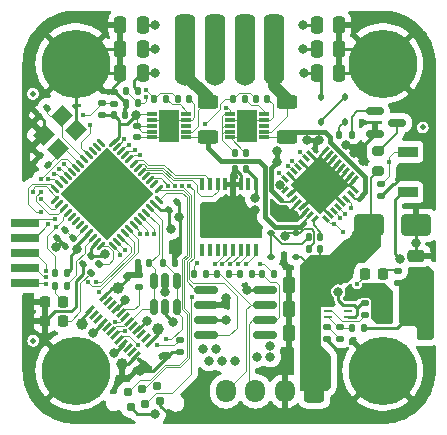
<source format=gbr>
%TF.GenerationSoftware,KiCad,Pcbnew,7.0.9*%
%TF.CreationDate,2023-11-17T16:04:09-05:00*%
%TF.ProjectId,lemon-pepper,6c656d6f-6e2d-4706-9570-7065722e6b69,rev?*%
%TF.SameCoordinates,PX8b85c60PY52f2218*%
%TF.FileFunction,Copper,L1,Top*%
%TF.FilePolarity,Positive*%
%FSLAX46Y46*%
G04 Gerber Fmt 4.6, Leading zero omitted, Abs format (unit mm)*
G04 Created by KiCad (PCBNEW 7.0.9) date 2023-11-17 16:04:09*
%MOMM*%
%LPD*%
G01*
G04 APERTURE LIST*
G04 Aperture macros list*
%AMRoundRect*
0 Rectangle with rounded corners*
0 $1 Rounding radius*
0 $2 $3 $4 $5 $6 $7 $8 $9 X,Y pos of 4 corners*
0 Add a 4 corners polygon primitive as box body*
4,1,4,$2,$3,$4,$5,$6,$7,$8,$9,$2,$3,0*
0 Add four circle primitives for the rounded corners*
1,1,$1+$1,$2,$3*
1,1,$1+$1,$4,$5*
1,1,$1+$1,$6,$7*
1,1,$1+$1,$8,$9*
0 Add four rect primitives between the rounded corners*
20,1,$1+$1,$2,$3,$4,$5,0*
20,1,$1+$1,$4,$5,$6,$7,0*
20,1,$1+$1,$6,$7,$8,$9,0*
20,1,$1+$1,$8,$9,$2,$3,0*%
%AMRotRect*
0 Rectangle, with rotation*
0 The origin of the aperture is its center*
0 $1 length*
0 $2 width*
0 $3 Rotation angle, in degrees counterclockwise*
0 Add horizontal line*
21,1,$1,$2,0,0,$3*%
%AMFreePoly0*
4,1,17,-0.875000,2.062500,-0.867373,2.143836,-0.824300,2.266930,-0.746859,2.371859,-0.641930,2.449300,-0.518836,2.492373,-0.437500,2.500000,0.437500,2.500000,0.518836,2.492373,0.641930,2.449300,0.746859,2.371859,0.824300,2.266930,0.867373,2.143836,0.875000,2.062500,0.875000,-2.500000,-0.875000,-2.500000,-0.875000,2.062500,-0.875000,2.062500,$1*%
G04 Aperture macros list end*
%TA.AperFunction,SMDPad,CuDef*%
%ADD10RoundRect,0.250000X-1.000000X-0.650000X1.000000X-0.650000X1.000000X0.650000X-1.000000X0.650000X0*%
%TD*%
%TA.AperFunction,SMDPad,CuDef*%
%ADD11RoundRect,0.250000X-0.250000X-0.475000X0.250000X-0.475000X0.250000X0.475000X-0.250000X0.475000X0*%
%TD*%
%TA.AperFunction,ConnectorPad*%
%ADD12C,0.787400*%
%TD*%
%TA.AperFunction,SMDPad,CuDef*%
%ADD13RoundRect,0.150000X-0.587500X-0.150000X0.587500X-0.150000X0.587500X0.150000X-0.587500X0.150000X0*%
%TD*%
%TA.AperFunction,SMDPad,CuDef*%
%ADD14RoundRect,0.135000X0.135000X0.185000X-0.135000X0.185000X-0.135000X-0.185000X0.135000X-0.185000X0*%
%TD*%
%TA.AperFunction,SMDPad,CuDef*%
%ADD15RoundRect,0.135000X-0.185000X0.135000X-0.185000X-0.135000X0.185000X-0.135000X0.185000X0.135000X0*%
%TD*%
%TA.AperFunction,SMDPad,CuDef*%
%ADD16RoundRect,0.112500X-0.112500X0.187500X-0.112500X-0.187500X0.112500X-0.187500X0.112500X0.187500X0*%
%TD*%
%TA.AperFunction,SMDPad,CuDef*%
%ADD17RoundRect,0.150000X-0.825000X-0.150000X0.825000X-0.150000X0.825000X0.150000X-0.825000X0.150000X0*%
%TD*%
%TA.AperFunction,SMDPad,CuDef*%
%ADD18RoundRect,0.135000X0.185000X-0.135000X0.185000X0.135000X-0.185000X0.135000X-0.185000X-0.135000X0*%
%TD*%
%TA.AperFunction,SMDPad,CuDef*%
%ADD19R,1.700000X0.900000*%
%TD*%
%TA.AperFunction,SMDPad,CuDef*%
%ADD20RoundRect,0.135000X-0.035355X0.226274X-0.226274X0.035355X0.035355X-0.226274X0.226274X-0.035355X0*%
%TD*%
%TA.AperFunction,SMDPad,CuDef*%
%ADD21RoundRect,0.140000X0.021213X-0.219203X0.219203X-0.021213X-0.021213X0.219203X-0.219203X0.021213X0*%
%TD*%
%TA.AperFunction,SMDPad,CuDef*%
%ADD22R,2.400000X0.740000*%
%TD*%
%TA.AperFunction,SMDPad,CuDef*%
%ADD23RoundRect,0.250000X0.250000X0.475000X-0.250000X0.475000X-0.250000X-0.475000X0.250000X-0.475000X0*%
%TD*%
%TA.AperFunction,SMDPad,CuDef*%
%ADD24RoundRect,0.218750X-0.218750X-0.256250X0.218750X-0.256250X0.218750X0.256250X-0.218750X0.256250X0*%
%TD*%
%TA.AperFunction,SMDPad,CuDef*%
%ADD25RoundRect,0.250000X-0.375000X-1.075000X0.375000X-1.075000X0.375000X1.075000X-0.375000X1.075000X0*%
%TD*%
%TA.AperFunction,SMDPad,CuDef*%
%ADD26RoundRect,0.140000X-0.021213X0.219203X-0.219203X0.021213X0.021213X-0.219203X0.219203X-0.021213X0*%
%TD*%
%TA.AperFunction,SMDPad,CuDef*%
%ADD27RoundRect,0.140000X-0.170000X0.140000X-0.170000X-0.140000X0.170000X-0.140000X0.170000X0.140000X0*%
%TD*%
%TA.AperFunction,SMDPad,CuDef*%
%ADD28RoundRect,0.140000X0.170000X-0.140000X0.170000X0.140000X-0.170000X0.140000X-0.170000X-0.140000X0*%
%TD*%
%TA.AperFunction,SMDPad,CuDef*%
%ADD29RoundRect,0.150000X-0.150000X0.512500X-0.150000X-0.512500X0.150000X-0.512500X0.150000X0.512500X0*%
%TD*%
%TA.AperFunction,SMDPad,CuDef*%
%ADD30R,1.750000X2.700000*%
%TD*%
%TA.AperFunction,SMDPad,CuDef*%
%ADD31R,0.850000X0.300000*%
%TD*%
%TA.AperFunction,SMDPad,CuDef*%
%ADD32RoundRect,0.140000X-0.140000X-0.170000X0.140000X-0.170000X0.140000X0.170000X-0.140000X0.170000X0*%
%TD*%
%TA.AperFunction,SMDPad,CuDef*%
%ADD33C,0.500000*%
%TD*%
%TA.AperFunction,SMDPad,CuDef*%
%ADD34RoundRect,0.140000X0.140000X0.170000X-0.140000X0.170000X-0.140000X-0.170000X0.140000X-0.170000X0*%
%TD*%
%TA.AperFunction,SMDPad,CuDef*%
%ADD35RoundRect,0.135000X-0.135000X-0.185000X0.135000X-0.185000X0.135000X0.185000X-0.135000X0.185000X0*%
%TD*%
%TA.AperFunction,SMDPad,CuDef*%
%ADD36RoundRect,0.250000X0.475000X-0.250000X0.475000X0.250000X-0.475000X0.250000X-0.475000X-0.250000X0*%
%TD*%
%TA.AperFunction,ComponentPad*%
%ADD37C,1.000000*%
%TD*%
%TA.AperFunction,SMDPad,CuDef*%
%ADD38RotRect,0.300000X0.855000X315.000000*%
%TD*%
%TA.AperFunction,SMDPad,CuDef*%
%ADD39RoundRect,0.250000X0.625000X-0.312500X0.625000X0.312500X-0.625000X0.312500X-0.625000X-0.312500X0*%
%TD*%
%TA.AperFunction,ComponentPad*%
%ADD40O,1.750000X2.000000*%
%TD*%
%TA.AperFunction,SMDPad,CuDef*%
%ADD41FreePoly0,0.000000*%
%TD*%
%TA.AperFunction,ComponentPad*%
%ADD42O,1.750000X1.750000*%
%TD*%
%TA.AperFunction,HeatsinkPad*%
%ADD43C,0.500000*%
%TD*%
%TA.AperFunction,SMDPad,CuDef*%
%ADD44RotRect,3.500000X3.500000X225.000000*%
%TD*%
%TA.AperFunction,SMDPad,CuDef*%
%ADD45RotRect,0.280000X0.660000X225.000000*%
%TD*%
%TA.AperFunction,SMDPad,CuDef*%
%ADD46RotRect,0.660000X0.280000X225.000000*%
%TD*%
%TA.AperFunction,SMDPad,CuDef*%
%ADD47R,0.800000X0.250000*%
%TD*%
%TA.AperFunction,SMDPad,CuDef*%
%ADD48RotRect,5.600000X5.600000X315.000000*%
%TD*%
%TA.AperFunction,SMDPad,CuDef*%
%ADD49RoundRect,0.062500X-0.309359X-0.220971X-0.220971X-0.309359X0.309359X0.220971X0.220971X0.309359X0*%
%TD*%
%TA.AperFunction,SMDPad,CuDef*%
%ADD50RoundRect,0.062500X-0.309359X0.220971X0.220971X-0.309359X0.309359X-0.220971X-0.220971X0.309359X0*%
%TD*%
%TA.AperFunction,ComponentPad*%
%ADD51C,5.800000*%
%TD*%
%TA.AperFunction,SMDPad,CuDef*%
%ADD52RotRect,1.400000X1.200000X225.000000*%
%TD*%
%TA.AperFunction,SMDPad,CuDef*%
%ADD53RoundRect,0.112500X-0.187500X-0.112500X0.187500X-0.112500X0.187500X0.112500X-0.187500X0.112500X0*%
%TD*%
%TA.AperFunction,ComponentPad*%
%ADD54O,1.700000X1.950000*%
%TD*%
%TA.AperFunction,ComponentPad*%
%ADD55RoundRect,0.250000X0.600000X0.725000X-0.600000X0.725000X-0.600000X-0.725000X0.600000X-0.725000X0*%
%TD*%
%TA.AperFunction,SMDPad,CuDef*%
%ADD56R,0.450000X1.050000*%
%TD*%
%TA.AperFunction,SMDPad,CuDef*%
%ADD57RoundRect,0.112500X0.187500X0.112500X-0.187500X0.112500X-0.187500X-0.112500X0.187500X-0.112500X0*%
%TD*%
%TA.AperFunction,SMDPad,CuDef*%
%ADD58RoundRect,0.200000X0.275000X-0.200000X0.275000X0.200000X-0.275000X0.200000X-0.275000X-0.200000X0*%
%TD*%
%TA.AperFunction,SMDPad,CuDef*%
%ADD59RoundRect,0.140000X0.219203X0.021213X0.021213X0.219203X-0.219203X-0.021213X-0.021213X-0.219203X0*%
%TD*%
%TA.AperFunction,ViaPad*%
%ADD60C,0.800000*%
%TD*%
%TA.AperFunction,ViaPad*%
%ADD61C,0.450000*%
%TD*%
%TA.AperFunction,Conductor*%
%ADD62C,0.250000*%
%TD*%
%TA.AperFunction,Conductor*%
%ADD63C,0.100000*%
%TD*%
%TA.AperFunction,Conductor*%
%ADD64C,0.125000*%
%TD*%
%TA.AperFunction,Conductor*%
%ADD65C,0.400000*%
%TD*%
%TA.AperFunction,Conductor*%
%ADD66C,0.200000*%
%TD*%
%TA.AperFunction,Conductor*%
%ADD67C,1.000000*%
%TD*%
G04 APERTURE END LIST*
D10*
%TO.P,D101,1,K*%
%TO.N,Vmot*%
X11825000Y-675000D03*
%TO.P,D101,2,A*%
%TO.N,GND*%
X15825000Y-675000D03*
%TD*%
D11*
%TO.P,C103,2*%
%TO.N,Vmot*%
X-7325000Y12175000D03*
%TO.P,C103,1*%
%TO.N,GND*%
X-9225000Y12175000D03*
%TD*%
D12*
%TO.P,J301,6,SWO*%
%TO.N,unconnected-(J301-SWO-Pad6)*%
X-6099497Y-14334339D03*
%TO.P,J301,5,GND*%
%TO.N,GND*%
X-5857170Y-15581006D03*
%TO.P,J301,4,SWCLK*%
%TO.N,/mcu/SWCLK*%
X-7346164Y-14576667D03*
%TO.P,J301,3,~{RESET}*%
%TO.N,/mcu/RESET*%
X-7103836Y-15823333D03*
%TO.P,J301,2,SWDIO*%
%TO.N,/mcu/SWDIO*%
X-8592830Y-14818994D03*
%TO.P,J301,1,VCC*%
%TO.N,+3V3*%
X-8350503Y-16065661D03*
%TD*%
D13*
%TO.P,Q501,3,C*%
%TO.N,Net-(Q501-C)*%
X14212500Y8000000D03*
%TO.P,Q501,2,E*%
%TO.N,GND*%
X12337500Y7050000D03*
%TO.P,Q501,1,B*%
%TO.N,Net-(Q501-B)*%
X12337500Y8950000D03*
%TD*%
D14*
%TO.P,R704,2*%
%TO.N,/current sense/V_SENSE*%
X346250Y10025000D03*
%TO.P,R704,1*%
%TO.N,Net-(U703-OUT)*%
X1366250Y10025000D03*
%TD*%
D15*
%TO.P,R601,2*%
%TO.N,+3V3*%
X14300000Y-5535000D03*
%TO.P,R601,1*%
%TO.N,Net-(D601-A)*%
X14300000Y-4515000D03*
%TD*%
D16*
%TO.P,D502,2,A*%
%TO.N,Net-(D502-A)*%
X9825000Y8100000D03*
%TO.P,D502,1,K*%
%TO.N,Net-(D501-A)*%
X9825000Y10200000D03*
%TD*%
D17*
%TO.P,U302,8,Rs*%
%TO.N,GND*%
X3025000Y-6140000D03*
%TO.P,U302,7,CANH*%
%TO.N,/mcu/CANH*%
X3025000Y-7410000D03*
%TO.P,U302,6,CANL*%
%TO.N,/mcu/CANL*%
X3025000Y-8680000D03*
%TO.P,U302,5,Vref*%
%TO.N,unconnected-(U302-Vref-Pad5)*%
X3025000Y-9950000D03*
%TO.P,U302,4,R*%
%TO.N,/mcu/CAN_RX*%
X-1925000Y-9950000D03*
%TO.P,U302,3,VCC*%
%TO.N,+3V3*%
X-1925000Y-8680000D03*
%TO.P,U302,2,GND*%
%TO.N,GND*%
X-1925000Y-7410000D03*
%TO.P,U302,1,D*%
%TO.N,/mcu/CAN_TX*%
X-1925000Y-6140000D03*
%TD*%
D16*
%TO.P,D501,2,A*%
%TO.N,Net-(D501-A)*%
X7800000Y8100000D03*
%TO.P,D501,1,K*%
%TO.N,Vmot*%
X7800000Y10200000D03*
%TD*%
D18*
%TO.P,R101,2*%
%TO.N,/usb/UCPD_CC2*%
X-4175000Y-10365000D03*
%TO.P,R101,1*%
%TO.N,GND*%
X-4175000Y-11385000D03*
%TD*%
D14*
%TO.P,R103,2*%
%TO.N,Net-(JP101-B)*%
X890000Y-4775000D03*
%TO.P,R103,1*%
%TO.N,/mcu/CANL*%
X1910000Y-4775000D03*
%TD*%
D19*
%TO.P,SW301,2,2*%
%TO.N,+3V3*%
X15100000Y2125000D03*
%TO.P,SW301,1,1*%
%TO.N,/mcu/USER_BTN*%
X15100000Y5525000D03*
%TD*%
D20*
%TO.P,R302,2*%
%TO.N,Net-(D302-A)*%
X-11710624Y-4685624D03*
%TO.P,R302,1*%
%TO.N,Net-(U301-PB11)*%
X-10989376Y-3964376D03*
%TD*%
D21*
%TO.P,C304,2*%
%TO.N,GND*%
X-4435240Y1249462D03*
%TO.P,C304,1*%
%TO.N,+3V3*%
X-5114062Y570640D03*
%TD*%
D22*
%TO.P,J302,5,Pin_5*%
%TO.N,/mcu/USER_1*%
X-17300000Y-5565000D03*
%TO.P,J302,4,Pin_4*%
%TO.N,/mcu/USER_2*%
X-17300000Y-4295000D03*
%TO.P,J302,3,Pin_3*%
%TO.N,/mcu/USER_3*%
X-17300000Y-3025000D03*
%TO.P,J302,2,Pin_2*%
%TO.N,/mcu/TIM4_CH2*%
X-17300000Y-1755000D03*
%TO.P,J302,1,Pin_1*%
%TO.N,/mcu/TIM4_CH1*%
X-17300000Y-485000D03*
%TD*%
D23*
%TO.P,C106,2*%
%TO.N,GND*%
X5075000Y-5725000D03*
%TO.P,C106,1*%
%TO.N,Vmot*%
X6975000Y-5725000D03*
%TD*%
D24*
%TO.P,D601,2,A*%
%TO.N,Net-(D601-A)*%
X13062500Y-4825000D03*
%TO.P,D601,1,K*%
%TO.N,Net-(D601-K)*%
X11487500Y-4825000D03*
%TD*%
%TO.P,D301,2,A*%
%TO.N,Net-(D301-A)*%
X-14037500Y-7175000D03*
%TO.P,D301,1,K*%
%TO.N,GND*%
X-15612500Y-7175000D03*
%TD*%
D25*
%TO.P,L501,2*%
%TO.N,+3V3*%
X15925000Y-7550000D03*
%TO.P,L501,1*%
%TO.N,Net-(U501-LX)*%
X13125000Y-7550000D03*
%TD*%
D26*
%TO.P,C305,2*%
%TO.N,GND*%
X-16064411Y8585589D03*
%TO.P,C305,1*%
%TO.N,/mcu/XIN*%
X-15385589Y9264411D03*
%TD*%
D27*
%TO.P,C701,2*%
%TO.N,GNDA*%
X-7825000Y6770000D03*
%TO.P,C701,1*%
%TO.N,+3V3*%
X-7825000Y7730000D03*
%TD*%
D28*
%TO.P,C308,2*%
%TO.N,GND*%
X-9725000Y10580000D03*
%TO.P,C308,1*%
%TO.N,/mcu/RESET*%
X-9725000Y9620000D03*
%TD*%
D26*
%TO.P,C307,2*%
%TO.N,GND*%
X-13864411Y-2439411D03*
%TO.P,C307,1*%
%TO.N,Net-(U301-VREF+)*%
X-13185589Y-1760589D03*
%TD*%
D14*
%TO.P,R702,2*%
%TO.N,/current sense/U_SENSE*%
X-6328750Y10025000D03*
%TO.P,R702,1*%
%TO.N,Net-(U701-OUT)*%
X-5308750Y10025000D03*
%TD*%
D29*
%TO.P,U201,6,IO4*%
%TO.N,/mcu/USBD_P*%
X-4450000Y-7637500D03*
%TO.P,U201,5,VP*%
%TO.N,/usb/USB_5V*%
X-5400000Y-7637500D03*
%TO.P,U201,4,IO3*%
%TO.N,/mcu/USBD_N*%
X-6350000Y-7637500D03*
%TO.P,U201,3,IO2*%
X-6350000Y-5362500D03*
%TO.P,U201,2,VN*%
%TO.N,GND*%
X-5400000Y-5362500D03*
%TO.P,U201,1,IO1*%
%TO.N,/mcu/USBD_P*%
X-4450000Y-5362500D03*
%TD*%
D30*
%TO.P,U703,11,EP*%
%TO.N,GNDA*%
X1531250Y7750000D03*
D31*
%TO.P,U703,10,GAIN1*%
X81250Y6750000D03*
%TO.P,U703,9,GAIN2*%
%TO.N,+3V3*%
X81250Y7250000D03*
%TO.P,U703,8,REF1*%
X81250Y7750000D03*
%TO.P,U703,7,REF2*%
%TO.N,GNDA*%
X81250Y8250000D03*
%TO.P,U703,6,Vdd*%
%TO.N,+3V3*%
X81250Y8750000D03*
%TO.P,U703,5,OUT*%
%TO.N,Net-(U703-OUT)*%
X2981250Y8750000D03*
%TO.P,U703,4,GND*%
%TO.N,GNDA*%
X2981250Y8250000D03*
%TO.P,U703,3,NC*%
%TO.N,unconnected-(U703-NC-Pad3)*%
X2981250Y7750000D03*
%TO.P,U703,2,RS-*%
%TO.N,/current sense/V_OUT*%
X2981250Y7250000D03*
%TO.P,U703,1,RS+*%
%TO.N,/current sense/V_IN*%
X2981250Y6750000D03*
%TD*%
D26*
%TO.P,C302,2*%
%TO.N,GND*%
X-12364411Y-3939411D03*
%TO.P,C302,1*%
%TO.N,+3V3*%
X-11685589Y-3260589D03*
%TD*%
D32*
%TO.P,C602,1*%
%TO.N,Net-(D603-K)*%
X6745000Y-2700000D03*
%TO.P,C602,2*%
%TO.N,Vmot*%
X7705000Y-2700000D03*
%TD*%
D33*
%TO.P,FID102,*%
%TO.N,*%
X-16575000Y-10450000D03*
%TD*%
D34*
%TO.P,C401,2*%
%TO.N,GND*%
X470000Y4050000D03*
%TO.P,C401,1*%
%TO.N,+3V3*%
X1430000Y4050000D03*
%TD*%
D24*
%TO.P,D302,2,A*%
%TO.N,Net-(D302-A)*%
X-14037500Y-8800000D03*
%TO.P,D302,1,K*%
%TO.N,GND*%
X-15612500Y-8800000D03*
%TD*%
D18*
%TO.P,R102,2*%
%TO.N,GND*%
X-7650000Y-4865000D03*
%TO.P,R102,1*%
%TO.N,/usb/UCPD_CC1*%
X-7650000Y-5885000D03*
%TD*%
D35*
%TO.P,R105,2*%
%TO.N,/mcu/CANH*%
X-1940000Y-4775000D03*
%TO.P,R105,1*%
%TO.N,/mcu/STEP*%
X-2960000Y-4775000D03*
%TD*%
D36*
%TO.P,C503,2*%
%TO.N,GND*%
X15825000Y-3250000D03*
%TO.P,C503,1*%
%TO.N,+3V3*%
X15825000Y-5150000D03*
%TD*%
D14*
%TO.P,R501,2*%
%TO.N,Net-(U501-FB{slash}VOUT)*%
X10380000Y-9360000D03*
%TO.P,R501,1*%
%TO.N,+3V3*%
X11400000Y-9360000D03*
%TD*%
%TO.P,R301,2*%
%TO.N,Net-(D301-A)*%
X-14785000Y-5825000D03*
%TO.P,R301,1*%
%TO.N,Net-(U301-PB10)*%
X-13765000Y-5825000D03*
%TD*%
D34*
%TO.P,C201,2*%
%TO.N,GND*%
X-7705000Y-3900000D03*
%TO.P,C201,1*%
%TO.N,/mcu/USBD_N*%
X-6745000Y-3900000D03*
%TD*%
D23*
%TO.P,C102,2*%
%TO.N,GND*%
X-9225000Y14225000D03*
%TO.P,C102,1*%
%TO.N,Vmot*%
X-7325000Y14225000D03*
%TD*%
D11*
%TO.P,C101,2*%
%TO.N,Vmot*%
X-7325000Y16250000D03*
%TO.P,C101,1*%
%TO.N,GND*%
X-9225000Y16250000D03*
%TD*%
D37*
%TO.P,J201,S1,SHIELD*%
%TO.N,GND*%
X-9073223Y-12467336D03*
X-6032664Y-9426777D03*
X-12467336Y-9073223D03*
X-9426777Y-6032664D03*
D38*
%TO.P,J201,B12,GND*%
X-11780028Y-7890941D03*
%TO.P,J201,B11*%
%TO.N,N/C*%
X-11425768Y-8243787D03*
%TO.P,J201,B10*%
X-11072921Y-8598047D03*
%TO.P,J201,B9,VBUS*%
%TO.N,/usb/USB_5V*%
X-10718661Y-8950894D03*
%TO.P,J201,B8,SBU2*%
%TO.N,unconnected-(J201-SBU2-PadB8)*%
X-10365107Y-9304447D03*
%TO.P,J201,B7,D-*%
%TO.N,/mcu/USBD_N*%
X-10011554Y-9658001D03*
%TO.P,J201,B6,D+*%
%TO.N,/mcu/USBD_P*%
X-9658001Y-10011554D03*
%TO.P,J201,B5,CC2*%
%TO.N,/usb/UCPD_CC2*%
X-9304447Y-10365107D03*
%TO.P,J201,B4,VBUS*%
%TO.N,/usb/USB_5V*%
X-8950894Y-10718661D03*
%TO.P,J201,B3*%
%TO.N,N/C*%
X-8597340Y-11072214D03*
%TO.P,J201,B2*%
X-8243787Y-11425768D03*
%TO.P,J201,B1,GND*%
%TO.N,GND*%
X-7890234Y-11779321D03*
%TO.P,J201,A12,GND*%
X-6720679Y-10609766D03*
%TO.P,J201,A11*%
%TO.N,N/C*%
X-7074232Y-10256213D03*
%TO.P,J201,A10*%
X-7427079Y-9901952D03*
%TO.P,J201,A9,VBUS*%
%TO.N,/usb/USB_5V*%
X-7780632Y-9548399D03*
%TO.P,J201,A8,SBU1*%
%TO.N,unconnected-(J201-SBU1-PadA8)*%
X-8134186Y-9194846D03*
%TO.P,J201,A7,D-*%
%TO.N,/mcu/USBD_N*%
X-8487739Y-8841292D03*
%TO.P,J201,A6,D+*%
%TO.N,/mcu/USBD_P*%
X-8841292Y-8487739D03*
%TO.P,J201,A5,CC1*%
%TO.N,/usb/UCPD_CC1*%
X-9194846Y-8134185D03*
%TO.P,J201,A4,VBUS*%
%TO.N,/usb/USB_5V*%
X-9548399Y-7780632D03*
%TO.P,J201,A3*%
%TO.N,N/C*%
X-9901953Y-7427079D03*
%TO.P,J201,A2*%
X-10255506Y-7073525D03*
%TO.P,J201,A1,GND*%
%TO.N,GND*%
X-10609059Y-6719972D03*
%TD*%
D32*
%TO.P,C703,2*%
%TO.N,GNDA*%
X1430000Y5475000D03*
%TO.P,C703,1*%
%TO.N,+3V3*%
X470000Y5475000D03*
%TD*%
D39*
%TO.P,R703,2*%
%TO.N,/current sense/V_OUT*%
X4856250Y9737500D03*
%TO.P,R703,1*%
%TO.N,/current sense/V_IN*%
X4856250Y6812500D03*
%TD*%
D32*
%TO.P,C202,2*%
%TO.N,GND*%
X-4620000Y-3900000D03*
%TO.P,C202,1*%
%TO.N,/mcu/USBD_P*%
X-5580000Y-3900000D03*
%TD*%
D26*
%TO.P,C301,2*%
%TO.N,GND*%
X-14539411Y-1764411D03*
%TO.P,C301,1*%
%TO.N,Net-(U301-VREF+)*%
X-13860589Y-1085589D03*
%TD*%
D40*
%TO.P,M101,4*%
%TO.N,/current sense/V_OUT*%
X3800000Y12150000D03*
D41*
X3800000Y14650000D03*
D42*
X3800000Y14900000D03*
D43*
X3800000Y16775000D03*
D40*
%TO.P,M101,3*%
%TO.N,/half bridges/OUT1B*%
X1300000Y12150000D03*
D41*
X1300000Y14650000D03*
D42*
X1300000Y14900000D03*
D43*
X1300000Y16775000D03*
D40*
%TO.P,M101,2,-*%
%TO.N,/current sense/W_IN*%
X-1200000Y12150000D03*
D41*
X-1200000Y14650000D03*
D42*
X-1200000Y14900000D03*
D43*
X-1200000Y16775000D03*
D40*
%TO.P,M101,1*%
%TO.N,/current sense/U_OUT*%
X-3700000Y12150000D03*
D41*
X-3700000Y14650000D03*
D42*
X-3700000Y14900000D03*
D43*
X-3700000Y16775000D03*
%TD*%
D15*
%TO.P,R502,2*%
%TO.N,Net-(R502-Pad2)*%
X9365000Y-10320000D03*
%TO.P,R502,1*%
%TO.N,Net-(U501-FB{slash}VOUT)*%
X9365000Y-9300000D03*
%TD*%
D44*
%TO.P,U601,33,EP*%
%TO.N,GND*%
X7700000Y2750000D03*
D45*
%TO.P,U601,32,NC*%
X10641564Y2283310D03*
%TO.P,U601,31,OUT1A*%
%TO.N,/current sense/V_IN*%
X10288011Y1929756D03*
%TO.P,U601,30,OCDA*%
%TO.N,Net-(D601-K)*%
X9934457Y1576203D03*
%TO.P,U601,29,SENSEA*%
%TO.N,GND*%
X9580904Y1222649D03*
%TO.P,U601,28,IN2A*%
%TO.N,/half bridges/IN2A*%
X9227351Y869096D03*
%TO.P,U601,27,IN1A*%
%TO.N,/half bridges/IN1A*%
X8873797Y515543D03*
%TO.P,U601,26,PROGCLA*%
%TO.N,GND*%
X8520244Y161989D03*
%TO.P,U601,25,ENA*%
%TO.N,/half bridges/ENA*%
X8166690Y-191564D03*
D46*
%TO.P,U601,24,VCP*%
%TO.N,Net-(U601-VCP)*%
X7233310Y-191564D03*
%TO.P,U601,23,OUT2A*%
%TO.N,/current sense/U_IN*%
X6879756Y161989D03*
%TO.P,U601,22,VSA*%
%TO.N,Vmot*%
X6526203Y515543D03*
%TO.P,U601,21,GND*%
%TO.N,GND*%
X6172649Y869096D03*
%TO.P,U601,20,VSB*%
%TO.N,Vmot*%
X5819096Y1222649D03*
%TO.P,U601,19,OUT2B*%
%TO.N,/current sense/W_IN*%
X5465543Y1576203D03*
%TO.P,U601,18,NC*%
%TO.N,GND*%
X5111989Y1929756D03*
%TO.P,U601,17,VBOOT*%
%TO.N,Net-(D603-K)*%
X4758436Y2283310D03*
D45*
%TO.P,U601,16,ENB*%
%TO.N,/half bridges/ENA*%
X4758436Y3216690D03*
%TO.P,U601,15,PROGCLB*%
%TO.N,GND*%
X5111989Y3570244D03*
%TO.P,U601,14,IN2B*%
%TO.N,/half bridges/IN2B*%
X5465543Y3923797D03*
%TO.P,U601,13,IN1B*%
%TO.N,/half bridges/IN1B*%
X5819096Y4277351D03*
%TO.P,U601,12,SENSEB*%
%TO.N,GND*%
X6172649Y4630904D03*
%TO.P,U601,11,OCDB*%
%TO.N,Net-(D601-K)*%
X6526203Y4984457D03*
%TO.P,U601,10,NC*%
%TO.N,GND*%
X6879756Y5338011D03*
%TO.P,U601,9,OUT1B*%
%TO.N,/half bridges/OUT1B*%
X7233310Y5691564D03*
D46*
%TO.P,U601,8,NC*%
%TO.N,GND*%
X8166690Y5691564D03*
%TO.P,U601,7,NC*%
X8520244Y5338011D03*
%TO.P,U601,6,NC*%
X8873797Y4984457D03*
%TO.P,U601,5,NC*%
X9227351Y4630904D03*
%TO.P,U601,4,NC*%
X9580904Y4277351D03*
%TO.P,U601,3,NC*%
X9934457Y3923797D03*
%TO.P,U601,2,NC*%
X10288011Y3570244D03*
%TO.P,U601,1,GND*%
X10641564Y3216690D03*
%TD*%
D32*
%TO.P,C601,1*%
%TO.N,Net-(D602-K)*%
X6745000Y-1700000D03*
%TO.P,C601,2*%
%TO.N,Net-(U601-VCP)*%
X7705000Y-1700000D03*
%TD*%
D47*
%TO.P,U501,8,LX*%
%TO.N,Net-(U501-LX)*%
X10095000Y-6910000D03*
%TO.P,U501,7,GND*%
%TO.N,GND*%
X10095000Y-7410000D03*
%TO.P,U501,6,~{RESET}*%
%TO.N,unconnected-(U501-~{RESET}-Pad6)*%
X10095000Y-7910000D03*
%TO.P,U501,5,MODE*%
%TO.N,GND*%
X10095000Y-8410000D03*
%TO.P,U501,4,FB/VOUT*%
%TO.N,Net-(U501-FB{slash}VOUT)*%
X8335000Y-8410000D03*
%TO.P,U501,3,VCC*%
%TO.N,Net-(U501-VCC)*%
X8335000Y-7910000D03*
%TO.P,U501,2,EN/UVLO*%
%TO.N,Vmot*%
X8335000Y-7410000D03*
%TO.P,U501,1,VIN*%
X8335000Y-6910000D03*
%TD*%
D48*
%TO.P,U301,49,VSS*%
%TO.N,GND*%
X-10349651Y1935051D03*
D49*
%TO.P,U301,48,VDD*%
%TO.N,+3V3*%
X-9863515Y6310274D03*
%TO.P,U301,47,PB9*%
%TO.N,/mcu/CAN_RX*%
X-9509962Y5956721D03*
%TO.P,U301,46,PB8*%
%TO.N,/mcu/CAN_TX*%
X-9156408Y5603167D03*
%TO.P,U301,45,PB7*%
%TO.N,/mcu/TIM4_CH2*%
X-8802855Y5249614D03*
%TO.P,U301,44,PB6*%
%TO.N,/mcu/TIM4_CH1*%
X-8449302Y4896061D03*
%TO.P,U301,43,PB5*%
%TO.N,/encoder/B*%
X-8095748Y4542507D03*
%TO.P,U301,42,PB4*%
%TO.N,/encoder/A*%
X-7742195Y4188954D03*
%TO.P,U301,41,PB3*%
%TO.N,/encoder/Z*%
X-7388641Y3835400D03*
%TO.P,U301,40,PC11*%
%TO.N,/mcu/STEP*%
X-7035088Y3481847D03*
%TO.P,U301,39,PC10*%
%TO.N,/mcu/DIR*%
X-6681535Y3128294D03*
%TO.P,U301,38,PA15*%
%TO.N,unconnected-(U301-PA15-Pad38)*%
X-6327981Y2774740D03*
%TO.P,U301,37,PA14*%
%TO.N,/mcu/SWCLK*%
X-5974428Y2421187D03*
D50*
%TO.P,U301,36,PA13*%
%TO.N,/mcu/SWDIO*%
X-5974428Y1448915D03*
%TO.P,U301,35,VDD*%
%TO.N,+3V3*%
X-6327981Y1095362D03*
%TO.P,U301,34,PA12*%
%TO.N,/mcu/USBD_P*%
X-6681535Y741808D03*
%TO.P,U301,33,PA11*%
%TO.N,/mcu/USBD_N*%
X-7035088Y388255D03*
%TO.P,U301,32,PA10*%
%TO.N,/half bridges/IN1A*%
X-7388641Y34702D03*
%TO.P,U301,31,PA9*%
%TO.N,/half bridges/IN2A*%
X-7742195Y-318852D03*
%TO.P,U301,30,PA8*%
%TO.N,/mcu/DIR*%
X-8095748Y-672405D03*
%TO.P,U301,29,PC6*%
%TO.N,/mcu/USER_1*%
X-8449302Y-1025959D03*
%TO.P,U301,28,PB15*%
%TO.N,/mcu/USER_2*%
X-8802855Y-1379512D03*
%TO.P,U301,27,PB14*%
%TO.N,/mcu/USER_3*%
X-9156408Y-1733065D03*
%TO.P,U301,26,PB13*%
%TO.N,/current sense/V_SENSE*%
X-9509962Y-2086619D03*
%TO.P,U301,25,PB12*%
%TO.N,/half bridges/ENA*%
X-9863515Y-2440172D03*
D49*
%TO.P,U301,24,PB11*%
%TO.N,Net-(U301-PB11)*%
X-10835787Y-2440172D03*
%TO.P,U301,23,VDD*%
%TO.N,+3V3*%
X-11189340Y-2086619D03*
%TO.P,U301,22,PB10*%
%TO.N,Net-(U301-PB10)*%
X-11542894Y-1733065D03*
%TO.P,U301,21,VDDA*%
%TO.N,+3V3*%
X-11896447Y-1379512D03*
%TO.P,U301,20,VREF+*%
%TO.N,Net-(U301-VREF+)*%
X-12250000Y-1025959D03*
%TO.P,U301,19,PB2*%
%TO.N,unconnected-(U301-PB2-Pad19)*%
X-12603554Y-672405D03*
%TO.P,U301,18,PB1*%
%TO.N,unconnected-(U301-PB1-Pad18)*%
X-12957107Y-318852D03*
%TO.P,U301,17,PB0*%
%TO.N,/current sense/W_SENSE*%
X-13310661Y34702D03*
%TO.P,U301,16,PC4*%
%TO.N,/encoder/CS*%
X-13664214Y388255D03*
%TO.P,U301,15,PA7*%
%TO.N,/encoder/COPI*%
X-14017767Y741808D03*
%TO.P,U301,14,PA6*%
%TO.N,/encoder/CIPO*%
X-14371321Y1095362D03*
%TO.P,U301,13,PA5*%
%TO.N,/encoder/SCK*%
X-14724874Y1448915D03*
D50*
%TO.P,U301,12,PA4*%
%TO.N,/encoder/CAL_EN*%
X-14724874Y2421187D03*
%TO.P,U301,11,PA3*%
%TO.N,/current sense/U_SENSE*%
X-14371321Y2774740D03*
%TO.P,U301,10,PA2*%
%TO.N,/mcu/ADC1_IN12*%
X-14017767Y3128294D03*
%TO.P,U301,9,PA1*%
%TO.N,/half bridges/IN2B*%
X-13664214Y3481847D03*
%TO.P,U301,8,PA0*%
%TO.N,/half bridges/IN1B*%
X-13310661Y3835400D03*
%TO.P,U301,7,PG10*%
%TO.N,/mcu/RESET*%
X-12957107Y4188954D03*
%TO.P,U301,6,PF1*%
%TO.N,/mcu/XOUT*%
X-12603554Y4542507D03*
%TO.P,U301,5,PF0*%
%TO.N,/mcu/XIN*%
X-12250000Y4896061D03*
%TO.P,U301,4,PC15*%
%TO.N,/mcu/USER_BTN*%
X-11896447Y5249614D03*
%TO.P,U301,3,PC14*%
%TO.N,unconnected-(U301-PC14-Pad3)*%
X-11542894Y5603167D03*
%TO.P,U301,2,PC13*%
%TO.N,unconnected-(U301-PC13-Pad2)*%
X-11189340Y5956721D03*
%TO.P,U301,1,VBAT*%
%TO.N,unconnected-(U301-VBAT-Pad1)*%
X-10835787Y6310274D03*
%TD*%
D14*
%TO.P,R303,2*%
%TO.N,/mcu/ADC1_IN12*%
X-8760000Y10650000D03*
%TO.P,R303,1*%
%TO.N,Vmot*%
X-7740000Y10650000D03*
%TD*%
D15*
%TO.P,R503,2*%
%TO.N,GND*%
X8290000Y-10320000D03*
%TO.P,R503,1*%
%TO.N,Net-(R502-Pad2)*%
X8290000Y-9300000D03*
%TD*%
D51*
%TO.P,H101,1,1*%
%TO.N,GND*%
X13000000Y-13000000D03*
X13000000Y13000000D03*
X-13000000Y-13000000D03*
X-13000000Y13000000D03*
%TD*%
D32*
%TO.P,C704,2*%
%TO.N,GNDA*%
X3236250Y10025000D03*
%TO.P,C704,1*%
%TO.N,/current sense/V_SENSE*%
X2276250Y10025000D03*
%TD*%
D11*
%TO.P,C104,2*%
%TO.N,GND*%
X9325000Y16250000D03*
%TO.P,C104,1*%
%TO.N,Vmot*%
X7425000Y16250000D03*
%TD*%
D23*
%TO.P,C105,2*%
%TO.N,Vmot*%
X7425000Y12175000D03*
%TO.P,C105,1*%
%TO.N,GND*%
X9325000Y12175000D03*
%TD*%
D35*
%TO.P,R505,2*%
%TO.N,Net-(Q501-B)*%
X10360000Y7000000D03*
%TO.P,R505,1*%
%TO.N,Net-(D502-A)*%
X9340000Y7000000D03*
%TD*%
D32*
%TO.P,C303,2*%
%TO.N,GND*%
X-8795000Y8650000D03*
%TO.P,C303,1*%
%TO.N,+3V3*%
X-9755000Y8650000D03*
%TD*%
D52*
%TO.P,Y301,4,4*%
%TO.N,GND*%
X-12946142Y7351777D03*
%TO.P,Y301,3,3*%
%TO.N,/mcu/XOUT*%
X-14501777Y5796142D03*
%TO.P,Y301,2,2*%
%TO.N,GND*%
X-15703858Y6998223D03*
%TO.P,Y301,1,1*%
%TO.N,/mcu/XIN*%
X-14148223Y8553858D03*
%TD*%
D15*
%TO.P,R305,2*%
%TO.N,GND*%
X12875000Y1765000D03*
%TO.P,R305,1*%
%TO.N,/mcu/USER_BTN*%
X12875000Y2785000D03*
%TD*%
D33*
%TO.P,FID101,*%
%TO.N,*%
X-16625000Y10450000D03*
%TD*%
D53*
%TO.P,D602,2,A*%
%TO.N,Vmot*%
X5675000Y-3350000D03*
%TO.P,D602,1,K*%
%TO.N,Net-(D602-K)*%
X3575000Y-3350000D03*
%TD*%
D14*
%TO.P,R304,2*%
%TO.N,GND*%
X-8760000Y9650000D03*
%TO.P,R304,1*%
%TO.N,/mcu/ADC1_IN12*%
X-7740000Y9650000D03*
%TD*%
D54*
%TO.P,J101,4,Pin_4*%
%TO.N,/mcu/CANH*%
X-275000Y-14725000D03*
%TO.P,J101,3,Pin_3*%
%TO.N,/mcu/CANL*%
X2225000Y-14725000D03*
%TO.P,J101,2,Pin_2*%
%TO.N,GND*%
X4725000Y-14725000D03*
D55*
%TO.P,J101,1,Pin_1*%
%TO.N,Vmot*%
X7225000Y-14725000D03*
%TD*%
D56*
%TO.P,U401,16,A*%
%TO.N,/encoder/A*%
X-2275000Y2775000D03*
%TO.P,U401,15,B*%
%TO.N,/encoder/B*%
X-1625000Y2775000D03*
%TO.P,U401,14,Z*%
%TO.N,/encoder/Z*%
X-975000Y2775000D03*
%TO.P,U401,13,TEST_EN*%
%TO.N,GND*%
X-325000Y2775000D03*
%TO.P,U401,12,VSS*%
X325000Y2775000D03*
%TO.P,U401,11,TEST*%
X975000Y2775000D03*
%TO.P,U401,10,PWM_OUT*%
%TO.N,unconnected-(U401-PWM_OUT-Pad10)*%
X1625000Y2775000D03*
%TO.P,U401,9,VDD*%
%TO.N,+3V3*%
X2275000Y2775000D03*
%TO.P,U401,8,CSN*%
%TO.N,/encoder/CS*%
X2275000Y-2775000D03*
%TO.P,U401,7,SCK*%
%TO.N,/encoder/SCK*%
X1625000Y-2775000D03*
%TO.P,U401,6,MOSI*%
%TO.N,/encoder/COPI*%
X975000Y-2775000D03*
%TO.P,U401,5,MISO*%
%TO.N,/encoder/CIPO*%
X325000Y-2775000D03*
%TO.P,U401,4,CAL_EN*%
%TO.N,/encoder/CAL_EN*%
X-325000Y-2775000D03*
%TO.P,U401,3,W*%
%TO.N,unconnected-(U401-W-Pad3)*%
X-975000Y-2775000D03*
%TO.P,U401,2,V*%
%TO.N,unconnected-(U401-V-Pad2)*%
X-1625000Y-2775000D03*
%TO.P,U401,1,U*%
%TO.N,unconnected-(U401-U-Pad1)*%
X-2275000Y-2775000D03*
%TD*%
D14*
%TO.P,R401,2*%
%TO.N,/encoder/CS*%
X-14785000Y-4725000D03*
%TO.P,R401,1*%
%TO.N,+3V3*%
X-13765000Y-4725000D03*
%TD*%
D39*
%TO.P,R701,2*%
%TO.N,/current sense/U_OUT*%
X-1793750Y9737500D03*
%TO.P,R701,1*%
%TO.N,/current sense/U_IN*%
X-1793750Y6812500D03*
%TD*%
D33*
%TO.P,FID103,*%
%TO.N,*%
X16375000Y7600000D03*
%TD*%
D23*
%TO.P,C108,2*%
%TO.N,GND*%
X5075000Y-7750000D03*
%TO.P,C108,1*%
%TO.N,Vmot*%
X6975000Y-7750000D03*
%TD*%
D28*
%TO.P,C502,2*%
%TO.N,GND*%
X11500000Y-7295000D03*
%TO.P,C502,1*%
%TO.N,Net-(U501-VCC)*%
X11500000Y-8255000D03*
%TD*%
D57*
%TO.P,D603,2,A*%
%TO.N,Net-(D602-K)*%
X3575000Y-1375000D03*
%TO.P,D603,1,K*%
%TO.N,Net-(D603-K)*%
X5675000Y-1375000D03*
%TD*%
D23*
%TO.P,C501,2*%
%TO.N,GND*%
X5075000Y-9775000D03*
%TO.P,C501,1*%
%TO.N,Vmot*%
X6975000Y-9775000D03*
%TD*%
D35*
%TO.P,JP101,2,B*%
%TO.N,Net-(JP101-B)*%
X-15000Y-4775000D03*
%TO.P,JP101,1,A*%
%TO.N,/mcu/CANH*%
X-1035000Y-4775000D03*
%TD*%
D18*
%TO.P,R306,2*%
%TO.N,/mcu/RESET*%
X-10725000Y9635000D03*
%TO.P,R306,1*%
%TO.N,+3V3*%
X-10725000Y8615000D03*
%TD*%
D32*
%TO.P,C702,2*%
%TO.N,GNDA*%
X-3413750Y10025000D03*
%TO.P,C702,1*%
%TO.N,/current sense/U_SENSE*%
X-4373750Y10025000D03*
%TD*%
D35*
%TO.P,R104,2*%
%TO.N,/mcu/DIR*%
X3835000Y-4775000D03*
%TO.P,R104,1*%
%TO.N,/mcu/CANL*%
X2815000Y-4775000D03*
%TD*%
D58*
%TO.P,R504,2*%
%TO.N,Net-(Q501-C)*%
X12625000Y5575000D03*
%TO.P,R504,1*%
%TO.N,Vmot*%
X12625000Y3925000D03*
%TD*%
D59*
%TO.P,C306,2*%
%TO.N,GND*%
X-16014411Y5139411D03*
%TO.P,C306,1*%
%TO.N,/mcu/XOUT*%
X-15335589Y4460589D03*
%TD*%
D23*
%TO.P,C107,2*%
%TO.N,Vmot*%
X7425000Y14225000D03*
%TO.P,C107,1*%
%TO.N,GND*%
X9325000Y14225000D03*
%TD*%
D30*
%TO.P,U701,11,EP*%
%TO.N,GNDA*%
X-5118750Y7750000D03*
D31*
%TO.P,U701,10,GAIN1*%
X-6568750Y6750000D03*
%TO.P,U701,9,GAIN2*%
%TO.N,+3V3*%
X-6568750Y7250000D03*
%TO.P,U701,8,REF1*%
X-6568750Y7750000D03*
%TO.P,U701,7,REF2*%
%TO.N,GNDA*%
X-6568750Y8250000D03*
%TO.P,U701,6,Vdd*%
%TO.N,+3V3*%
X-6568750Y8750000D03*
%TO.P,U701,5,OUT*%
%TO.N,Net-(U701-OUT)*%
X-3668750Y8750000D03*
%TO.P,U701,4,GND*%
%TO.N,GNDA*%
X-3668750Y8250000D03*
%TO.P,U701,3,NC*%
%TO.N,unconnected-(U701-NC-Pad3)*%
X-3668750Y7750000D03*
%TO.P,U701,2,RS-*%
%TO.N,/current sense/U_OUT*%
X-3668750Y7250000D03*
%TO.P,U701,1,RS+*%
%TO.N,/current sense/U_IN*%
X-3668750Y6750000D03*
%TD*%
D60*
%TO.N,GND*%
X-11650000Y1950000D03*
D61*
%TO.N,/current sense/U_SENSE*%
X-7000000Y10800000D03*
X-15325000Y3275000D03*
%TO.N,/current sense/V_SENSE*%
X-8800000Y-2750000D03*
X-2025000Y7925000D03*
%TO.N,/half bridges/IN1B*%
X-13975000Y4500000D03*
%TO.N,/mcu/USER_BTN*%
X-11800000Y7800000D03*
%TO.N,/half bridges/IN2B*%
X4950000Y4350000D03*
X-14425000Y4075000D03*
%TO.N,/half bridges/IN1B*%
X5356234Y4756234D03*
%TO.N,/mcu/USER_BTN*%
X13550000Y4650000D03*
D60*
%TO.N,/half bridges/OUT1B*%
X6625000Y6500000D03*
%TO.N,/current sense/W_IN*%
X4075000Y5575000D03*
%TO.N,GND*%
X-1975000Y50000D03*
X7675000Y2750000D03*
X-14630320Y-2499121D03*
X-4239500Y50000D03*
X-2375000Y-14600000D03*
X15825000Y-2175000D03*
X-10375000Y675000D03*
X7675000Y1725000D03*
X-9125000Y1975000D03*
X-10375000Y1950000D03*
X10585647Y5435647D03*
X11325000Y4725000D03*
X-10375000Y3150000D03*
X-1950000Y-1300000D03*
X8675000Y2725000D03*
X9241218Y-6299500D03*
X1475000Y-6125000D03*
X6625000Y2800000D03*
X9910647Y6110647D03*
X-7550000Y-13000000D03*
X-250000Y-6800000D03*
X-5395400Y-6375500D03*
X-2400000Y-16525000D03*
X7700000Y3775000D03*
X2223639Y600498D03*
%TO.N,Vmot*%
X3900000Y650000D03*
X-6275000Y16250000D03*
X4550000Y0D03*
X6305664Y12175000D03*
X6275000Y14250000D03*
X9950000Y-3975000D03*
X9025000Y-4375000D03*
X5450000Y175000D03*
X-6250000Y12175000D03*
X-6250000Y14225000D03*
X9850000Y-5000000D03*
X6250000Y16250000D03*
D61*
%TO.N,/mcu/USBD_P*%
X-5375000Y-10325000D03*
X-9650000Y-8850000D03*
X-8825000Y-9650000D03*
D60*
%TO.N,+3V3*%
X16800000Y-5900000D03*
X500000Y-12150000D03*
X-6250000Y-16625000D03*
X-1700000Y-12150000D03*
X14875000Y-6725000D03*
X-625000Y-12150000D03*
X-4964000Y-1025000D03*
X-12874972Y-2731439D03*
X2225000Y1600000D03*
X-2200000Y-11200000D03*
D61*
X-293750Y9250000D03*
D60*
X-1125000Y-11200000D03*
X-7850000Y8675000D03*
X14875000Y-7625000D03*
X-300000Y-8700000D03*
X14425000Y-3550000D03*
X-10524127Y-3153111D03*
X14875000Y-8475000D03*
D61*
%TO.N,/mcu/RESET*%
X-15925000Y3250000D03*
X-12412500Y8637500D03*
X-3150000Y-6775000D03*
D60*
%TO.N,/current sense/W_IN*%
X4075000Y4700500D03*
%TO.N,/usb/USB_5V*%
X-9725000Y-11475000D03*
X-11550000Y-9800000D03*
X-6975000Y-8750000D03*
X-4725000Y-8900000D03*
X-8806854Y-7050000D03*
D61*
%TO.N,/mcu/USER_2*%
X-11950000Y-5525000D03*
X-15525241Y-5099495D03*
D60*
%TO.N,Net-(D603-K)*%
X4750000Y-1600000D03*
X4275000Y2750000D03*
D61*
%TO.N,Net-(D601-K)*%
X6025000Y5500000D03*
X10300000Y800000D03*
X10850000Y-5650000D03*
%TO.N,/usb/UCPD_CC2*%
X-7700000Y-10825000D03*
X-6075000Y-10850000D03*
%TO.N,/half bridges/ENA*%
X8913556Y-536444D03*
X4225000Y3750000D03*
X9675000Y-1225000D03*
X-9248497Y-3163205D03*
%TO.N,/encoder/SCK*%
X775000Y-4000000D03*
X-16600000Y2175000D03*
%TO.N,/encoder/CIPO*%
X-15900000Y1550000D03*
X-600000Y-4000000D03*
%TO.N,/encoder/COPI*%
X62132Y-4000000D03*
X-15925000Y2175000D03*
%TO.N,/encoder/CS*%
X1425000Y-4000000D03*
X-14650000Y-800000D03*
%TO.N,/encoder/CAL_EN*%
X-15900000Y400000D03*
X-1225000Y-3975000D03*
%TO.N,/mcu/USER_3*%
X-11250000Y-5450000D03*
X-15522442Y-4525000D03*
%TO.N,/mcu/USER_1*%
X-11060733Y-6359180D03*
X-15524934Y-5673997D03*
%TO.N,/mcu/CAN_TX*%
X-3975000Y2675000D03*
X-8500000Y6125000D03*
%TO.N,/mcu/CAN_RX*%
X-8875000Y6600000D03*
X-3375000Y2675000D03*
%TO.N,/mcu/TIM4_CH1*%
X-7575000Y5300000D03*
X-14750000Y-150000D03*
%TO.N,/half bridges/IN1A*%
X-6375000Y-1425000D03*
X9362009Y-75504D03*
%TO.N,/half bridges/IN2A*%
X9798998Y297449D03*
X-6950497Y-1450000D03*
%TO.N,/mcu/TIM4_CH2*%
X-15325000Y-575000D03*
X-7968766Y5718766D03*
D60*
%TO.N,/half bridges/OUT1B*%
X7575000Y6501000D03*
D61*
%TO.N,/mcu/DIR*%
X2625000Y-3975000D03*
X-5175000Y2675000D03*
X-7525000Y-1450000D03*
%TO.N,/mcu/STEP*%
X-2700000Y-3900000D03*
X-4600497Y2675000D03*
%TO.N,GNDA*%
X-5143750Y6825000D03*
D60*
X3475000Y-11825000D03*
X3475000Y-10900000D03*
D61*
X1506250Y6850000D03*
X1506250Y7500000D03*
D60*
X2325000Y-11850000D03*
D61*
X-5143750Y7475000D03*
%TO.N,/mcu/ADC1_IN12*%
X-14850000Y3675000D03*
X-7000000Y10150497D03*
%TD*%
D62*
%TO.N,+3V3*%
X14425000Y-3550000D02*
X14000000Y-3125000D01*
X14000000Y-3125000D02*
X14000000Y1450000D01*
X14000000Y1450000D02*
X14675000Y2125000D01*
X14675000Y2125000D02*
X15100000Y2125000D01*
D63*
%TO.N,/mcu/USER_BTN*%
X13550000Y4650000D02*
X13550000Y3460000D01*
D62*
%TO.N,GND*%
X12875000Y1765000D02*
X13900000Y2790000D01*
X13900000Y2790000D02*
X13940000Y2790000D01*
X13940000Y2790000D02*
X14425000Y3275000D01*
D63*
%TO.N,/mcu/USER_BTN*%
X13550000Y3460000D02*
X12875000Y2785000D01*
%TO.N,/mcu/RESET*%
X-12412500Y8637500D02*
X-11762500Y8637500D01*
X-11762500Y8637500D02*
X-10765000Y9635000D01*
X-10765000Y9635000D02*
X-10725000Y9635000D01*
%TO.N,/mcu/USER_BTN*%
X-11800000Y7800000D02*
X-11800000Y7118630D01*
X-12525000Y6393630D02*
X-12525000Y5878167D01*
X-12525000Y5878167D02*
X-11896447Y5249614D01*
X-11800000Y7118630D02*
X-12525000Y6393630D01*
%TO.N,/current sense/U_SENSE*%
X-6328750Y10128750D02*
X-6328750Y10025000D01*
X-14371321Y2774740D02*
X-14871581Y3275000D01*
X-7000000Y10800000D02*
X-6328750Y10128750D01*
X-14871581Y3275000D02*
X-15325000Y3275000D01*
D64*
%TO.N,/current sense/V_SENSE*%
X-8800000Y-2750000D02*
X-8846581Y-2750000D01*
X-8846581Y-2750000D02*
X-9509962Y-2086619D01*
X346250Y10025000D02*
X-325000Y10025000D01*
X-325000Y10025000D02*
X-756250Y9593750D01*
X-756250Y9593750D02*
X-756250Y9193750D01*
X-756250Y9193750D02*
X-2025000Y7925000D01*
D63*
%TO.N,/half bridges/IN2B*%
X4950000Y4350000D02*
X5039340Y4350000D01*
X5039340Y4350000D02*
X5465543Y3923797D01*
%TO.N,/half bridges/IN1B*%
X-13975000Y4500000D02*
X-13975000Y4499739D01*
X-13975000Y4499739D02*
X-13310661Y3835400D01*
%TO.N,/half bridges/IN2B*%
X-14425000Y4075000D02*
X-14257367Y4075000D01*
X-14257367Y4075000D02*
X-13664214Y3481847D01*
%TO.N,/half bridges/IN1B*%
X5356234Y4756234D02*
X5356234Y4743766D01*
X5356234Y4743766D02*
X5819096Y4280904D01*
X5819096Y4280904D02*
X5819096Y4277351D01*
D65*
%TO.N,/current sense/V_IN*%
X4856250Y6812500D02*
X5293750Y7250000D01*
X8100000Y7250000D02*
X8525000Y6825000D01*
X5293750Y7250000D02*
X8100000Y7250000D01*
X8525000Y6825000D02*
X8525000Y6365630D01*
X11525000Y2134370D02*
X10957815Y1567185D01*
X8525000Y6365630D02*
X11525000Y3365630D01*
X11525000Y3365630D02*
X11525000Y2134370D01*
D64*
%TO.N,GNDA*%
X81250Y6750000D02*
X1356250Y5475000D01*
%TO.N,+3V3*%
X470000Y5475000D02*
X-618750Y6563750D01*
X-618750Y6563750D02*
X-618750Y7050000D01*
%TO.N,GNDA*%
X1356250Y5475000D02*
X1430000Y5475000D01*
D65*
%TO.N,/half bridges/OUT1B*%
X7575000Y6501000D02*
X6626000Y6501000D01*
X6626000Y6501000D02*
X6625000Y6500000D01*
X7575000Y6501000D02*
X7261595Y6187595D01*
X7261595Y6187595D02*
X7261595Y5719848D01*
%TO.N,/current sense/W_IN*%
X4075000Y4700500D02*
X4075000Y5575000D01*
D66*
%TO.N,/current sense/U_IN*%
X6325000Y-392767D02*
X6325000Y-450000D01*
X6879756Y161989D02*
X6325000Y-392767D01*
D65*
X3060000Y40000D02*
X3900000Y-800000D01*
X2510000Y4765000D02*
X3060000Y4215000D01*
X-1793750Y6812500D02*
X-1793750Y5850000D01*
X-708750Y4765000D02*
X2510000Y4765000D01*
X-1793750Y5850000D02*
X-708750Y4765000D01*
X5975000Y-800000D02*
X6325000Y-450000D01*
X3900000Y-800000D02*
X5975000Y-800000D01*
X3060000Y4215000D02*
X3060000Y40000D01*
%TO.N,/current sense/W_IN*%
X3568629Y4194129D02*
X3568629Y2281371D01*
X4075000Y4700500D02*
X3568629Y4194129D01*
X3568629Y2281371D02*
X4400000Y1450000D01*
D66*
%TO.N,Net-(D603-K)*%
X7225000Y-2220000D02*
X6745000Y-2700000D01*
X7225000Y-1260286D02*
X7225000Y-2220000D01*
X5675000Y-1375000D02*
X5974999Y-1375000D01*
X5974999Y-1375000D02*
X6334999Y-1015000D01*
X6979714Y-1015000D02*
X7225000Y-1260286D01*
%TO.N,Vmot*%
X7705000Y-2700000D02*
X7705000Y-3405000D01*
%TO.N,Net-(D603-K)*%
X6334999Y-1015000D02*
X6979714Y-1015000D01*
%TO.N,Net-(U601-VCP)*%
X7175000Y-700000D02*
X7175000Y-249874D01*
X7705000Y-1230000D02*
X7175000Y-700000D01*
X7705000Y-1700000D02*
X7705000Y-1230000D01*
%TO.N,Net-(D602-K)*%
X4500000Y-2300000D02*
X6145000Y-2300000D01*
X6145000Y-2300000D02*
X6745000Y-1700000D01*
X3575000Y-1375000D02*
X4500000Y-2300000D01*
%TO.N,Net-(U601-VCP)*%
X7175000Y-249874D02*
X7233310Y-191564D01*
%TO.N,/current sense/W_IN*%
X4552584Y1297416D02*
X4400000Y1450000D01*
X5186756Y1297416D02*
X4552584Y1297416D01*
X5465543Y1576203D02*
X5186756Y1297416D01*
D67*
%TO.N,/current sense/V_OUT*%
X3800000Y12150000D02*
X3800000Y11100000D01*
X4856250Y10043750D02*
X4856250Y9737500D01*
X3800000Y11100000D02*
X4856250Y10043750D01*
%TO.N,/current sense/U_OUT*%
X-3700000Y12150000D02*
X-3700000Y12075000D01*
X-3700000Y12075000D02*
X-1793750Y10168750D01*
X-1793750Y10168750D02*
X-1793750Y9737500D01*
D64*
%TO.N,GNDA*%
X-7825000Y6770000D02*
X-6588750Y6770000D01*
X-6588750Y6770000D02*
X-6568750Y6750000D01*
%TO.N,+3V3*%
X-7825000Y7730000D02*
X-7345000Y7250000D01*
X-7345000Y7250000D02*
X-6568750Y7250000D01*
X-7825000Y7730000D02*
X-6588750Y7730000D01*
X-6588750Y7730000D02*
X-6568750Y7750000D01*
X-7825000Y7730000D02*
X-7825000Y8650000D01*
X-7825000Y8650000D02*
X-7850000Y8675000D01*
X-6568750Y8750000D02*
X-7775000Y8750000D01*
X-7775000Y8750000D02*
X-7850000Y8675000D01*
D63*
%TO.N,/mcu/CAN_TX*%
X-8634575Y6125000D02*
X-9156408Y5603167D01*
X-8500000Y6125000D02*
X-8634575Y6125000D01*
D64*
%TO.N,+3V3*%
X-293750Y9250000D02*
X-93750Y9250000D01*
X-93750Y9250000D02*
X81250Y9075000D01*
X81250Y9075000D02*
X81250Y8750000D01*
D63*
%TO.N,/mcu/XIN*%
X-15385589Y8785589D02*
X-15385589Y9264411D01*
D62*
%TO.N,GND*%
X-15703858Y8225036D02*
X-16064411Y8585589D01*
D63*
%TO.N,/mcu/XIN*%
X-14148223Y8553858D02*
X-15153858Y8553858D01*
X-15153858Y8553858D02*
X-15385589Y8785589D01*
D62*
%TO.N,GND*%
X-15703858Y6998223D02*
X-15703858Y8225036D01*
D63*
%TO.N,/mcu/XOUT*%
X-15335589Y4460589D02*
X-15314411Y4460589D01*
X-15314411Y4460589D02*
X-14501777Y5273223D01*
X-14501777Y5273223D02*
X-14501777Y5796142D01*
%TO.N,/mcu/XIN*%
X-14148223Y8553858D02*
X-14148223Y6794284D01*
X-14148223Y6794284D02*
X-12250000Y4896061D01*
%TO.N,/mcu/XOUT*%
X-14501777Y5796142D02*
X-13857189Y5796142D01*
X-13857189Y5796142D02*
X-12603554Y4542507D01*
D62*
%TO.N,GND*%
X-12946142Y7351777D02*
X-13000000Y7405635D01*
X-13000000Y7405635D02*
X-13000000Y13000000D01*
D63*
%TO.N,/mcu/RESET*%
X-15925000Y3250000D02*
X-15376358Y3798642D01*
X-15376358Y3798642D02*
X-15364424Y3798642D01*
X-15364424Y3798642D02*
X-14948642Y4214424D01*
X-14948642Y4214424D02*
X-14948642Y4226358D01*
X-14948642Y4226358D02*
X-14225000Y4950000D01*
X-14225000Y4950000D02*
X-13718153Y4950000D01*
X-13718153Y4950000D02*
X-12957107Y4188954D01*
D66*
%TO.N,Vmot*%
X12625000Y3925000D02*
X12025000Y3325000D01*
X12025000Y3325000D02*
X12025000Y-475000D01*
X12025000Y-475000D02*
X11825000Y-675000D01*
D63*
%TO.N,/encoder/CAL_EN*%
X-15900000Y400000D02*
X-16325000Y400000D01*
X-17000000Y1075000D02*
X-17000000Y2500000D01*
X-16325000Y400000D02*
X-17000000Y1075000D01*
X-17000000Y2500000D02*
X-16700000Y2800000D01*
X-15103687Y2800000D02*
X-14724874Y2421187D01*
X-16700000Y2800000D02*
X-15103687Y2800000D01*
%TO.N,/encoder/COPI*%
X-16325000Y1775000D02*
X-16325000Y1400000D01*
X-15225000Y300000D02*
X-14450000Y300000D01*
X-15925000Y2175000D02*
X-16325000Y1775000D01*
X-14017767Y732233D02*
X-14017767Y741808D01*
X-14450000Y300000D02*
X-14017767Y732233D01*
X-16325000Y1400000D02*
X-15225000Y300000D01*
%TO.N,/encoder/CIPO*%
X-14766683Y700000D02*
X-14371321Y1095362D01*
X-15900000Y1550000D02*
X-15892158Y1550000D01*
X-15042158Y700000D02*
X-14766683Y700000D01*
X-15892158Y1550000D02*
X-15042158Y700000D01*
%TO.N,/encoder/SCK*%
X-16600000Y2175000D02*
X-16600000Y2400000D01*
X-16400000Y2600000D02*
X-15500000Y2600000D01*
X-16600000Y2400000D02*
X-16400000Y2600000D01*
X-14724874Y1824874D02*
X-14724874Y1448915D01*
X-15500000Y2600000D02*
X-14724874Y1824874D01*
D62*
%TO.N,GND*%
X6275000Y2750000D02*
X7675000Y2750000D01*
X-12364411Y-4427241D02*
X-12396518Y-4459348D01*
X-6484264Y-13025000D02*
X-7525000Y-13025000D01*
X3010000Y-6125000D02*
X3025000Y-6140000D01*
X7675000Y2750000D02*
X7700000Y2750000D01*
X-4150000Y-2950000D02*
X-4620000Y-3420000D01*
X11398147Y6110647D02*
X12337500Y7050000D01*
X9580904Y1222649D02*
X8053553Y2750000D01*
X-7525000Y-13025000D02*
X-7550000Y-13000000D01*
X7000000Y3803553D02*
X7000000Y3800000D01*
X8760660Y2750000D02*
X7700000Y2750000D01*
X6172649Y869096D02*
X7700000Y2396447D01*
X7700000Y4150000D02*
X7700000Y2750000D01*
X10579620Y-7410000D02*
X10865000Y-7695380D01*
X7675000Y950000D02*
X7675000Y1007233D01*
X7650000Y4200000D02*
X7700000Y4150000D01*
X-11775000Y14225000D02*
X-13000000Y13000000D01*
X7003553Y3800000D02*
X7700000Y3103553D01*
X-5781929Y-12322665D02*
X-6484264Y-13025000D01*
X-7540000Y-4065000D02*
X-7705000Y-3900000D01*
X7700000Y1225000D02*
X7700000Y2750000D01*
X9910647Y6110647D02*
X11398147Y6110647D01*
X8053553Y2750000D02*
X7700000Y2750000D01*
X-11764087Y-7885913D02*
X-12457052Y-8578878D01*
X7000000Y3800000D02*
X7003553Y3800000D01*
X10865000Y-7695380D02*
X10865000Y-7710000D01*
X-12975000Y-7575000D02*
X-13375000Y-7975000D01*
X12175000Y12175000D02*
X13000000Y13000000D01*
X-12364411Y-3939411D02*
X-12364411Y-4427241D01*
X-14599121Y-2499121D02*
X-14201911Y-2101911D01*
X6879756Y5338011D02*
X7700000Y4517767D01*
X10865000Y-7710000D02*
X11280000Y-7295000D01*
X7732233Y950000D02*
X7675000Y950000D01*
X-12457052Y-8578878D02*
X-12457052Y-9073852D01*
X9227351Y4630904D02*
X7700000Y3103553D01*
X9325000Y12175000D02*
X12175000Y12175000D01*
X-9225000Y11600000D02*
X-9875000Y10950000D01*
X-3525000Y-16725000D02*
X-3575000Y-16775000D01*
X10640000Y-8410000D02*
X10865000Y-8185000D01*
X-4150000Y-39500D02*
X-4150000Y-2950000D01*
X-11750000Y11750000D02*
X-13000000Y13000000D01*
X10174874Y2750000D02*
X9225000Y2750000D01*
X-12396518Y-4841188D02*
X-12975000Y-5419670D01*
X-9225000Y12175000D02*
X-12175000Y12175000D01*
X-5781929Y-12306929D02*
X-5781929Y-12322665D01*
X375000Y2825000D02*
X325000Y2775000D01*
X-9875000Y10950000D02*
X-9875000Y10800000D01*
X9175000Y2750000D02*
X7700000Y2750000D01*
X5111989Y1929756D02*
X5932233Y2750000D01*
X7700000Y4350000D02*
X7700000Y2750000D01*
X-4860000Y-11385000D02*
X-5781929Y-12306929D01*
X-9225000Y14225000D02*
X-11775000Y14225000D01*
X-4239500Y50000D02*
X-4150000Y-39500D01*
X9175000Y2750000D02*
X9150000Y2725000D01*
X7700000Y4250000D02*
X7650000Y4200000D01*
X9200000Y2775000D02*
X9175000Y2750000D01*
X9241218Y-7040838D02*
X9610380Y-7410000D01*
X2223639Y600498D02*
X1049502Y600498D01*
X9934457Y3923797D02*
X8760660Y2750000D01*
X15825000Y-675000D02*
X15825000Y-3250000D01*
D63*
X5035000Y-6100000D02*
X5305000Y-6100000D01*
D62*
X10865000Y-8185000D02*
X10865000Y-7710000D01*
X-5857170Y-15967830D02*
X-5857170Y-15581006D01*
X-8795000Y9615000D02*
X-8760000Y9650000D01*
X10095000Y-7410000D02*
X10579620Y-7410000D01*
X-9690000Y10580000D02*
X-8760000Y9650000D01*
X-6708274Y-10608274D02*
X-6022380Y-9922380D01*
X8873797Y4984457D02*
X7700000Y3810660D01*
X9325000Y14225000D02*
X11775000Y14225000D01*
X325000Y1325000D02*
X325000Y2775000D01*
X-4250000Y1064222D02*
X-4435240Y1249462D01*
X7700000Y982233D02*
X7700000Y1175000D01*
X-4620000Y-3420000D02*
X-4620000Y-3900000D01*
X-7650000Y-4865000D02*
X-8259113Y-4865000D01*
X-13864411Y-2439411D02*
X-14201911Y-2101911D01*
X7675000Y1007233D02*
X7700000Y982233D01*
X8166690Y5691564D02*
X7700000Y5224874D01*
X9580904Y4277351D02*
X8053553Y2750000D01*
X5932233Y2750000D02*
X6275000Y2750000D01*
X-860000Y-7410000D02*
X-1925000Y-7410000D01*
X10641564Y3216690D02*
X10174874Y2750000D01*
X8520244Y161989D02*
X7732233Y950000D01*
X11775000Y14225000D02*
X13000000Y13000000D01*
X-10597361Y-6719187D02*
X-9911467Y-6033293D01*
X7700000Y3810660D02*
X7700000Y2750000D01*
X9467767Y2750000D02*
X9175000Y2750000D01*
X-12975000Y-5419670D02*
X-12975000Y-7575000D01*
X-12175000Y12175000D02*
X-13000000Y13000000D01*
X7700000Y5224874D02*
X7700000Y4250000D01*
X7700000Y4517767D02*
X7700000Y4350000D01*
X-7875000Y-11775000D02*
X-8567965Y-12467965D01*
X5075000Y-7750000D02*
X5075000Y-5725000D01*
X8520244Y5338011D02*
X7700000Y4517767D01*
X7675000Y1200000D02*
X7700000Y1225000D01*
X5075000Y-7750000D02*
X5075000Y-9775000D01*
X-9225000Y12175000D02*
X-9225000Y11600000D01*
X9225000Y2750000D02*
X9200000Y2775000D01*
X-5400000Y-6370900D02*
X-5400000Y-5362500D01*
X-14201911Y-2101911D02*
X-14539411Y-1764411D01*
X470000Y4050000D02*
X975000Y3545000D01*
X-250000Y-6800000D02*
X-860000Y-7410000D01*
X10641564Y2283310D02*
X10174874Y2750000D01*
X-14787500Y-7975000D02*
X-15612500Y-8800000D01*
X-4175000Y-11385000D02*
X-4860000Y-11385000D01*
X-5395400Y-6375500D02*
X-5400000Y-6370900D01*
X-8259113Y-4865000D02*
X-9426777Y-6032664D01*
X-8567965Y-12467965D02*
X-9062939Y-12467965D01*
X-4250000Y60500D02*
X-4250000Y1064222D01*
X-8795000Y8650000D02*
X-8795000Y9615000D01*
X7700000Y3103553D02*
X7700000Y2750000D01*
X-14630320Y-2499121D02*
X-14599121Y-2499121D01*
X7700000Y2396447D02*
X7700000Y2750000D01*
X10288011Y3570244D02*
X9467767Y2750000D01*
X-3575000Y-16775000D02*
X-5050000Y-16775000D01*
X10095000Y-8410000D02*
X10640000Y-8410000D01*
X9610380Y-7410000D02*
X10095000Y-7410000D01*
X-9725000Y10580000D02*
X-9690000Y10580000D01*
X-5050000Y-16775000D02*
X-5857170Y-15967830D01*
X6172649Y4630904D02*
X7000000Y3803553D01*
X9125000Y2750000D02*
X7700000Y2750000D01*
X1475000Y-6125000D02*
X3010000Y-6125000D01*
X-4239500Y50000D02*
X-4250000Y60500D01*
X8290000Y-10320000D02*
X8290000Y-10415000D01*
X-7540000Y-4865000D02*
X-7540000Y-4065000D01*
X975000Y3545000D02*
X975000Y2775000D01*
X-9911467Y-6033293D02*
X-9416493Y-6033293D01*
X11280000Y-7295000D02*
X11500000Y-7295000D01*
X7700000Y1175000D02*
X7675000Y1200000D01*
X5111989Y3570244D02*
X5932233Y2750000D01*
X9241218Y-6299500D02*
X9241218Y-7040838D01*
X8290000Y-10415000D02*
X9400000Y-11525000D01*
X9150000Y2725000D02*
X9125000Y2750000D01*
X-6022380Y-9922380D02*
X-6022380Y-9427406D01*
X-13375000Y-7975000D02*
X-14787500Y-7975000D01*
X-12396518Y-4459348D02*
X-12396518Y-4841188D01*
X1049502Y600498D02*
X325000Y1325000D01*
%TO.N,Vmot*%
X6275000Y14250000D02*
X7400000Y14250000D01*
X-7325000Y12175000D02*
X-7425000Y12175000D01*
X-8075000Y10985000D02*
X-7740000Y10650000D01*
X-6250000Y14225000D02*
X-7325000Y14225000D01*
X-7325000Y16250000D02*
X-6275000Y16250000D01*
X-7425000Y12175000D02*
X-8075000Y11525000D01*
D66*
X5675000Y-3350000D02*
X6100000Y-3350000D01*
D62*
X-6250000Y12175000D02*
X-7325000Y12175000D01*
X7400000Y14250000D02*
X7425000Y14225000D01*
X-8075000Y11525000D02*
X-8075000Y10985000D01*
X7375000Y14250000D02*
X6275000Y14250000D01*
X7800000Y10200000D02*
X7800000Y11800000D01*
X7425000Y16250000D02*
X6250000Y16250000D01*
D66*
X6100000Y-3350000D02*
X6525000Y-3775000D01*
D62*
X6305664Y12175000D02*
X7425000Y12175000D01*
X7800000Y11800000D02*
X7425000Y12175000D01*
D63*
%TO.N,/mcu/USBD_P*%
X-4450000Y-8025000D02*
X-4450000Y-7637500D01*
X-6681535Y741808D02*
X-5675000Y-264727D01*
X-8850000Y-9675000D02*
X-9310534Y-9675000D01*
X-9217640Y-8875000D02*
X-8829594Y-8486954D01*
X-5580000Y-3900000D02*
X-5525000Y-3900000D01*
X-5675000Y-264727D02*
X-5675000Y-3805000D01*
X-4925000Y-10325000D02*
X-4025000Y-9425000D01*
X-4450000Y-7637500D02*
X-4450000Y-5362500D01*
X-8825000Y-9650000D02*
X-8850000Y-9675000D01*
X-5675000Y-3805000D02*
X-5580000Y-3900000D01*
X-4025000Y-8450000D02*
X-4450000Y-8025000D01*
X-5375000Y-10325000D02*
X-4925000Y-10325000D01*
X-9650000Y-8875000D02*
X-9217640Y-8875000D01*
X-5525000Y-3900000D02*
X-4450000Y-4975000D01*
X-4450000Y-4975000D02*
X-4450000Y-5362500D01*
X-4025000Y-9425000D02*
X-4025000Y-8450000D01*
X-9310534Y-9675000D02*
X-9642767Y-10007233D01*
D62*
%TO.N,+3V3*%
X15900000Y-7575000D02*
X15925000Y-7550000D01*
X2275000Y1650000D02*
X2225000Y1600000D01*
D64*
X-618750Y7050000D02*
X-618750Y7550000D01*
D62*
X14875000Y-8700000D02*
X14875000Y-8475000D01*
X-12874972Y-2358037D02*
X-11896447Y-1379512D01*
X15825000Y-6650000D02*
X15900000Y-6725000D01*
X-9790000Y8615000D02*
X-9755000Y8650000D01*
X-5803259Y570640D02*
X-5114062Y570640D01*
D64*
X-618750Y8550000D02*
X-418750Y8750000D01*
D62*
X-320000Y-8680000D02*
X-300000Y-8700000D01*
X-9350000Y7850000D02*
X-8675000Y7850000D01*
X14215000Y-9360000D02*
X14875000Y-8700000D01*
X-9350000Y7850000D02*
X-9350000Y8245000D01*
X-4964000Y-1025000D02*
X-5114062Y-874938D01*
X-11685589Y-2582868D02*
X-11685589Y-3260589D01*
X15900000Y-7600000D02*
X15900000Y-7575000D01*
X-13400000Y-3256467D02*
X-13400000Y-4360000D01*
X-6250000Y-16625000D02*
X-7791164Y-16625000D01*
X-12874972Y-2731439D02*
X-13400000Y-3256467D01*
D64*
X-418750Y7750000D02*
X81250Y7750000D01*
D62*
X-11685589Y-3260589D02*
X-10631605Y-3260589D01*
D64*
X-618750Y7550000D02*
X-618750Y8550000D01*
D62*
X15875000Y-7600000D02*
X15900000Y-7600000D01*
X-1925000Y-8680000D02*
X-320000Y-8680000D01*
X-8675000Y7850000D02*
X-7850000Y8675000D01*
X2275000Y2775000D02*
X2275000Y3205000D01*
X-9350000Y8245000D02*
X-9755000Y8650000D01*
D64*
X-618750Y7050000D02*
X-418750Y7250000D01*
D62*
X-11189340Y-2086619D02*
X-11685589Y-2582868D01*
D64*
X-418750Y8750000D02*
X81250Y8750000D01*
D62*
X-7791164Y-16625000D02*
X-8350503Y-16065661D01*
X-6327981Y1095362D02*
X-5803259Y570640D01*
X-13400000Y-4360000D02*
X-13765000Y-4725000D01*
X-12874972Y-2731439D02*
X-12874972Y-2358037D01*
X2275000Y2775000D02*
X2275000Y1650000D01*
D64*
X-618750Y7550000D02*
X-418750Y7750000D01*
X-418750Y7250000D02*
X81250Y7250000D01*
D62*
X-5114062Y-874938D02*
X-5114062Y570640D01*
X2275000Y3205000D02*
X1430000Y4050000D01*
X-10631605Y-3260589D02*
X-10524127Y-3153111D01*
X11400000Y-9360000D02*
X14215000Y-9360000D01*
X-9863515Y6310274D02*
X-9350000Y6823789D01*
X-9350000Y6823789D02*
X-9350000Y7850000D01*
X-10725000Y8615000D02*
X-9790000Y8615000D01*
D63*
%TO.N,/mcu/RESET*%
X-3205000Y-6830000D02*
X-3205000Y-13255000D01*
X-10725000Y9635000D02*
X-9740000Y9635000D01*
X-6197881Y-14917378D02*
X-7103836Y-15823333D01*
X-4867378Y-14917378D02*
X-6197881Y-14917378D01*
X-9740000Y9635000D02*
X-9725000Y9620000D01*
X-3205000Y-13255000D02*
X-4867378Y-14917378D01*
X-3150000Y-6775000D02*
X-3205000Y-6830000D01*
D64*
%TO.N,/current sense/U_IN*%
X-3668750Y6750000D02*
X-1856250Y6750000D01*
D65*
%TO.N,/current sense/V_IN*%
X4856250Y6812500D02*
X5243750Y7200000D01*
D66*
X10650582Y1567185D02*
X10957815Y1567185D01*
D64*
X2981250Y6750000D02*
X4793750Y6750000D01*
X4793750Y6750000D02*
X4856250Y6812500D01*
D66*
X10288011Y1929756D02*
X10650582Y1567185D01*
D63*
%TO.N,Net-(U501-VCC)*%
X10970000Y-8785000D02*
X11500000Y-8255000D01*
X9591446Y-8785000D02*
X10970000Y-8785000D01*
X8335000Y-7910000D02*
X8716446Y-7910000D01*
X8716446Y-7910000D02*
X9591446Y-8785000D01*
D66*
%TO.N,Net-(D602-K)*%
X3575000Y-3350000D02*
X3575000Y-1375000D01*
D64*
%TO.N,/current sense/U_SENSE*%
X-5846250Y10507500D02*
X-6328750Y10025000D01*
X-4373750Y10025000D02*
X-4856250Y10507500D01*
X-4856250Y10507500D02*
X-5846250Y10507500D01*
%TO.N,/current sense/V_SENSE*%
X1793750Y10507500D02*
X828750Y10507500D01*
X2276250Y10025000D02*
X1793750Y10507500D01*
X828750Y10507500D02*
X346250Y10025000D01*
D62*
%TO.N,/usb/USB_5V*%
X-8806854Y-7050000D02*
X-9536701Y-7779847D01*
X-5400000Y-8225000D02*
X-5400000Y-7637500D01*
X-9725000Y-11475000D02*
X-9696320Y-11475000D01*
X-11550000Y-9793146D02*
X-10703427Y-8946573D01*
X-9696320Y-11475000D02*
X-8935660Y-10714340D01*
X-4725000Y-8900000D02*
X-5400000Y-8225000D01*
X-6975000Y-8750000D02*
X-6975000Y-8753680D01*
X-6975000Y-8753680D02*
X-7768934Y-9547614D01*
X-11550000Y-9800000D02*
X-11550000Y-9793146D01*
D63*
%TO.N,Net-(D301-A)*%
X-14785000Y-6390000D02*
X-14785000Y-5825000D01*
X-14037500Y-7137500D02*
X-14785000Y-6390000D01*
X-14037500Y-7175000D02*
X-14037500Y-7137500D01*
%TO.N,Net-(D302-A)*%
X-13425000Y-8800000D02*
X-14037500Y-8800000D01*
X-12600000Y-5575000D02*
X-12600000Y-7975000D01*
X-11710624Y-4685624D02*
X-12600000Y-5575000D01*
X-12600000Y-7975000D02*
X-13425000Y-8800000D01*
%TO.N,/mcu/CANH*%
X3025000Y-7410000D02*
X1840761Y-7410000D01*
X-275000Y-14725000D02*
X1450000Y-13000000D01*
X1450000Y-7800000D02*
X1840000Y-7410000D01*
X-1035000Y-4775000D02*
X-1940000Y-4775000D01*
X1840000Y-7410000D02*
X3025000Y-7410000D01*
X1840761Y-7410000D02*
X-794239Y-4775000D01*
X-794239Y-4775000D02*
X-1035000Y-4775000D01*
X1450000Y-13000000D02*
X1450000Y-7800000D01*
%TO.N,/mcu/CANL*%
X1975000Y-8680000D02*
X3025000Y-8680000D01*
X2815000Y-4775000D02*
X3490000Y-5450000D01*
X3490000Y-5450000D02*
X3950000Y-5450000D01*
X2225000Y-14725000D02*
X1650000Y-14150000D01*
X4250000Y-5750000D02*
X4250000Y-8430000D01*
X1650000Y-14150000D02*
X1650000Y-9005000D01*
X1910000Y-4775000D02*
X2815000Y-4775000D01*
X1650000Y-9005000D02*
X1975000Y-8680000D01*
X4000000Y-8680000D02*
X3025000Y-8680000D01*
X4250000Y-8430000D02*
X4000000Y-8680000D01*
X3950000Y-5450000D02*
X4250000Y-5750000D01*
%TO.N,/mcu/SWDIO*%
X-8592830Y-14818994D02*
X-7523836Y-13750000D01*
X-5348343Y2075000D02*
X-5974428Y1448915D01*
X-3589500Y-3165974D02*
X-3589500Y1698816D01*
X-3605000Y-8199658D02*
X-4000000Y-7804658D01*
X-4000000Y-3576474D02*
X-3589500Y-3165974D01*
X-4282842Y-12525000D02*
X-3605000Y-11847158D01*
X-3605000Y-11847158D02*
X-3605000Y-8199658D01*
X-3589500Y1698816D02*
X-3965684Y2075000D01*
X-5453934Y-12525000D02*
X-4282842Y-12525000D01*
X-7523836Y-13750000D02*
X-6678934Y-13750000D01*
X-3965684Y2075000D02*
X-5348343Y2075000D01*
X-4000000Y-7804658D02*
X-4000000Y-3576474D01*
X-6678934Y-13750000D02*
X-5453934Y-12525000D01*
%TO.N,/mcu/SWCLK*%
X-3405000Y-11930000D02*
X-3405000Y-8116816D01*
X-3405000Y-8116816D02*
X-3800000Y-7721816D01*
X-3882842Y2275000D02*
X-5828241Y2275000D01*
X-5350000Y-12725000D02*
X-4200000Y-12725000D01*
X-3389500Y-3248816D02*
X-3389500Y1781658D01*
X-7201667Y-14576667D02*
X-5350000Y-12725000D01*
X-4200000Y-12725000D02*
X-3405000Y-11930000D01*
X-3389500Y1781658D02*
X-3882842Y2275000D01*
X-3800000Y-7721816D02*
X-3800000Y-3659316D01*
X-3800000Y-3659316D02*
X-3389500Y-3248816D01*
X-7346164Y-14576667D02*
X-7201667Y-14576667D01*
X-5828241Y2275000D02*
X-5974428Y2421187D01*
%TO.N,/mcu/USER_2*%
X-15525241Y-5099495D02*
X-15663005Y-5099495D01*
X-8075000Y-2992158D02*
X-8075000Y-2107367D01*
X-11950000Y-5525000D02*
X-11625000Y-5850000D01*
X-11625000Y-5850000D02*
X-10932842Y-5850000D01*
X-8075000Y-2107367D02*
X-8802855Y-1379512D01*
X-15663005Y-5099495D02*
X-16467500Y-4295000D01*
X-10932842Y-5850000D02*
X-8075000Y-2992158D01*
X-16467500Y-4295000D02*
X-17300000Y-4295000D01*
%TO.N,Net-(JP101-B)*%
X-15000Y-4775000D02*
X890000Y-4775000D01*
D64*
%TO.N,/current sense/U_OUT*%
X-1931250Y9737500D02*
X-1793750Y9737500D01*
X-3118750Y7250000D02*
X-2618750Y7750000D01*
X-3668750Y7250000D02*
X-3118750Y7250000D01*
X-2618750Y7750000D02*
X-2618750Y9050000D01*
X-2618750Y9050000D02*
X-1931250Y9737500D01*
%TO.N,/current sense/V_OUT*%
X2981250Y7250000D02*
X3531250Y7250000D01*
X4856250Y8575000D02*
X4856250Y9737500D01*
X3531250Y7250000D02*
X4856250Y8575000D01*
D66*
%TO.N,Net-(D603-K)*%
X4275000Y2750000D02*
X4291746Y2750000D01*
X4975000Y-1375000D02*
X5675000Y-1375000D01*
X4750000Y-1600000D02*
X4975000Y-1375000D01*
X4291746Y2750000D02*
X4758436Y2283310D01*
D63*
%TO.N,Net-(D601-K)*%
X11487500Y-4937500D02*
X11487500Y-4825000D01*
X10850000Y-5650000D02*
X10850000Y-5575000D01*
X6025000Y5485660D02*
X6526203Y4984457D01*
X10300000Y1210660D02*
X9934457Y1576203D01*
X10850000Y-5575000D02*
X11487500Y-4937500D01*
X10300000Y800000D02*
X10300000Y1210660D01*
X6025000Y5500000D02*
X6025000Y5485660D01*
D66*
%TO.N,Net-(D601-A)*%
X14235000Y-4450000D02*
X14300000Y-4515000D01*
X13062500Y-4825000D02*
X13437500Y-4450000D01*
X13437500Y-4450000D02*
X14235000Y-4450000D01*
D63*
%TO.N,Net-(U501-FB{slash}VOUT)*%
X10380000Y-9360000D02*
X9425000Y-9360000D01*
X9225000Y-9300000D02*
X8335000Y-8410000D01*
X9365000Y-9300000D02*
X9225000Y-9300000D01*
X9425000Y-9360000D02*
X9365000Y-9300000D01*
%TO.N,Net-(R502-Pad2)*%
X8290000Y-9300000D02*
X8345000Y-9300000D01*
X8345000Y-9300000D02*
X9365000Y-10320000D01*
%TO.N,/usb/UCPD_CC2*%
X-9304447Y-10365107D02*
X-8999647Y-10060307D01*
X-6075000Y-10850000D02*
X-4660000Y-10850000D01*
X-8999647Y-10060307D02*
X-8464693Y-10060307D01*
X-8464693Y-10060307D02*
X-7700000Y-10825000D01*
X-4660000Y-10850000D02*
X-4175000Y-10365000D01*
%TO.N,/usb/UCPD_CC1*%
X-8849747Y-7800000D02*
X-8050000Y-7800000D01*
X-9183147Y-8133400D02*
X-8849747Y-7800000D01*
X-8050000Y-7800000D02*
X-7650000Y-7400000D01*
X-7650000Y-7400000D02*
X-7650000Y-5885000D01*
%TO.N,Net-(U301-PB10)*%
X-12224972Y-2415143D02*
X-12224972Y-3000678D01*
X-12975000Y-4889340D02*
X-13765000Y-5679340D01*
X-12975000Y-3750706D02*
X-12975000Y-4889340D01*
X-11542894Y-1733065D02*
X-12224972Y-2415143D01*
X-12224972Y-3000678D02*
X-12975000Y-3750706D01*
X-13765000Y-5679340D02*
X-13765000Y-5825000D01*
%TO.N,Net-(U301-PB11)*%
X-10284828Y-2440172D02*
X-9825000Y-2900000D01*
X-10835787Y-2440172D02*
X-10284828Y-2440172D01*
X-9825000Y-2900000D02*
X-9825000Y-3575000D01*
X-10214376Y-3964376D02*
X-10989376Y-3964376D01*
X-9825000Y-3575000D02*
X-10214376Y-3964376D01*
%TO.N,/mcu/USBD_N*%
X-5950000Y-696833D02*
X-7035088Y388255D01*
X-6487500Y-7637500D02*
X-6350000Y-7637500D01*
X-6745000Y-3900000D02*
X-6275000Y-4370000D01*
X-6745000Y-3900000D02*
X-5950000Y-3105000D01*
X-6275000Y-5287500D02*
X-6350000Y-5362500D01*
X-5950000Y-3105000D02*
X-5950000Y-696833D01*
X-6350000Y-7637500D02*
X-6350000Y-5362500D01*
X-7385534Y-7750000D02*
X-6600000Y-7750000D01*
X-6600000Y-7750000D02*
X-6487500Y-7637500D01*
X-9592640Y-9250000D02*
X-9996320Y-9653680D01*
X-8476041Y-8840507D02*
X-8885534Y-9250000D01*
X-8476041Y-8840507D02*
X-7385534Y-7750000D01*
X-6275000Y-4370000D02*
X-6275000Y-5287500D01*
X-8885534Y-9250000D02*
X-9592640Y-9250000D01*
%TO.N,/half bridges/ENA*%
X8902112Y-525000D02*
X8500126Y-525000D01*
X4758310Y3216690D02*
X4225000Y3750000D01*
X4758436Y3216690D02*
X4758310Y3216690D01*
X-9248497Y-3055190D02*
X-9863515Y-2440172D01*
X8500126Y-525000D02*
X8166690Y-191564D01*
X9675000Y-1225000D02*
X8986444Y-536444D01*
X-9248497Y-3163205D02*
X-9248497Y-3055190D01*
X8913556Y-536444D02*
X8902112Y-525000D01*
X8986444Y-536444D02*
X8913556Y-536444D01*
%TO.N,/encoder/A*%
X-4709813Y3350000D02*
X-2550000Y3350000D01*
X-7456149Y4475000D02*
X-7197389Y4475000D01*
X-7742195Y4188954D02*
X-7456149Y4475000D01*
X-6927320Y4204931D02*
X-5564744Y4204931D01*
X-7197389Y4475000D02*
X-6927320Y4204931D01*
X-2275000Y3075000D02*
X-2275000Y2775000D01*
X-2550000Y3350000D02*
X-2275000Y3075000D01*
X-5564744Y4204931D02*
X-4709813Y3350000D01*
%TO.N,/encoder/B*%
X-1625000Y3100000D02*
X-1625000Y2775000D01*
X-4626971Y3550000D02*
X-2075000Y3550000D01*
X-7788255Y4850000D02*
X-7289547Y4850000D01*
X-2075000Y3550000D02*
X-1625000Y3100000D01*
X-6844478Y4404931D02*
X-5481902Y4404931D01*
X-5481902Y4404931D02*
X-4626971Y3550000D01*
X-7289547Y4850000D02*
X-6844478Y4404931D01*
X-8095748Y4542507D02*
X-7788255Y4850000D01*
%TO.N,/encoder/Z*%
X-1425000Y1800000D02*
X-975000Y2250000D01*
X-5647586Y4004931D02*
X-4792655Y3150000D01*
X-7219110Y4004931D02*
X-5647586Y4004931D01*
X-7388641Y3835400D02*
X-7219110Y4004931D01*
X-975000Y2250000D02*
X-975000Y2775000D01*
X-3175000Y3150000D02*
X-2725000Y2700000D01*
X-2725000Y2125000D02*
X-2400000Y1800000D01*
X-2400000Y1800000D02*
X-1425000Y1800000D01*
X-4792655Y3150000D02*
X-3175000Y3150000D01*
X-2725000Y2700000D02*
X-2725000Y2125000D01*
%TO.N,Net-(D501-A)*%
X7800000Y8100000D02*
X7800000Y8175000D01*
D66*
X7800000Y8175000D02*
X9825000Y10200000D01*
%TO.N,Net-(D502-A)*%
X9340000Y7615000D02*
X9825000Y8100000D01*
X9340000Y7000000D02*
X9340000Y7615000D01*
D63*
%TO.N,/encoder/SCK*%
X775000Y-3937132D02*
X1625000Y-3087132D01*
X1625000Y-3087132D02*
X1625000Y-2775000D01*
X775000Y-4000000D02*
X775000Y-3937132D01*
%TO.N,/encoder/CIPO*%
X325000Y-3087132D02*
X325000Y-2775000D01*
X-587868Y-4000000D02*
X325000Y-3087132D01*
X-600000Y-4000000D02*
X-587868Y-4000000D01*
%TO.N,/encoder/COPI*%
X62132Y-4000000D02*
X975000Y-3087132D01*
X975000Y-3087132D02*
X975000Y-2775000D01*
%TO.N,/encoder/CS*%
X-14075000Y-22531D02*
X-13664214Y388255D01*
X-14075000Y-225000D02*
X-14075000Y-22531D01*
X1425000Y-4000000D02*
X2275000Y-3150000D01*
X2275000Y-3150000D02*
X2275000Y-2775000D01*
X-15425000Y-2623680D02*
X-14785000Y-3263680D01*
X-14785000Y-3263680D02*
X-14785000Y-4725000D01*
X-14650000Y-800000D02*
X-15425000Y-1575000D01*
X-14650000Y-800000D02*
X-14075000Y-225000D01*
X-15425000Y-1575000D02*
X-15425000Y-2623680D01*
%TO.N,/encoder/CAL_EN*%
X-325000Y-3087132D02*
X-325000Y-2775000D01*
X-1225000Y-3975000D02*
X-1212868Y-3975000D01*
X-1212868Y-3975000D02*
X-325000Y-3087132D01*
%TO.N,/mcu/USER_3*%
X-8345342Y-2544131D02*
X-9156408Y-1733065D01*
X-8345342Y-2979658D02*
X-8345342Y-2544131D01*
X-15522442Y-3977558D02*
X-16475000Y-3025000D01*
X-11250000Y-5450000D02*
X-10815684Y-5450000D01*
X-10815684Y-5450000D02*
X-8345342Y-2979658D01*
X-16475000Y-3025000D02*
X-17300000Y-3025000D01*
X-15522442Y-4525000D02*
X-15522442Y-3977558D01*
%TO.N,/mcu/USER_1*%
X-11060733Y-6260733D02*
X-7750000Y-2950000D01*
X-15633931Y-5565000D02*
X-17300000Y-5565000D01*
X-7750000Y-2950000D02*
X-7750000Y-1825000D01*
X-8449302Y-1125698D02*
X-8449302Y-1025959D01*
X-11060733Y-6359180D02*
X-11060733Y-6260733D01*
X-7750000Y-1825000D02*
X-8449302Y-1125698D01*
X-15524934Y-5673997D02*
X-15633931Y-5565000D01*
%TO.N,/mcu/CAN_TX*%
X-3189500Y1864500D02*
X-3189500Y-3331658D01*
X-3600000Y-5400000D02*
X-2860000Y-6140000D01*
X-3189500Y-3331658D02*
X-3600000Y-3742158D01*
X-3975000Y2650000D02*
X-3189500Y1864500D01*
X-3975000Y2675000D02*
X-3975000Y2650000D01*
X-2860000Y-6140000D02*
X-1925000Y-6140000D01*
X-3600000Y-3742158D02*
X-3600000Y-5400000D01*
%TO.N,/mcu/CAN_RX*%
X-3025000Y-5575000D02*
X-475000Y-5575000D01*
X-3400000Y-5200000D02*
X-3025000Y-5575000D01*
X625000Y-6675000D02*
X625000Y-9350000D01*
X-3400000Y-3825000D02*
X-3400000Y-5200000D01*
X-2989500Y-3414500D02*
X-3400000Y-3825000D01*
X-8875000Y6600000D02*
X-9509962Y5965038D01*
X-475000Y-5575000D02*
X625000Y-6675000D01*
X-2989500Y2289500D02*
X-2989500Y-3414500D01*
X-3375000Y2675000D02*
X-2989500Y2289500D01*
X25000Y-9950000D02*
X-1925000Y-9950000D01*
X-9509962Y5965038D02*
X-9509962Y5956721D01*
X625000Y-9350000D02*
X25000Y-9950000D01*
%TO.N,/mcu/TIM4_CH1*%
X-16965000Y-150000D02*
X-17300000Y-485000D01*
X-14750000Y-150000D02*
X-16965000Y-150000D01*
X-8095363Y5250000D02*
X-8449302Y4896061D01*
X-7575000Y5300000D02*
X-7625000Y5250000D01*
X-7625000Y5250000D02*
X-8095363Y5250000D01*
%TO.N,/half bridges/IN1A*%
X9362009Y-75504D02*
X9362009Y27331D01*
X-6375000Y-1425000D02*
X-6375000Y-978939D01*
X-6375000Y-978939D02*
X-7388641Y34702D01*
X9362009Y27331D02*
X8873797Y515543D01*
%TO.N,/half bridges/IN2A*%
X-6950497Y-1450000D02*
X-6950497Y-1110550D01*
X-6950497Y-1110550D02*
X-7742195Y-318852D01*
X9798998Y297449D02*
X9227351Y869096D01*
D66*
%TO.N,Net-(Q501-B)*%
X10360000Y7000000D02*
X10360000Y8485000D01*
X10825000Y8950000D02*
X12337500Y8950000D01*
X10360000Y8485000D02*
X10825000Y8950000D01*
%TO.N,Net-(Q501-C)*%
X12700000Y5575000D02*
X12625000Y5575000D01*
X14212500Y7087500D02*
X12700000Y5575000D01*
X14212500Y8000000D02*
X14212500Y7087500D01*
D63*
%TO.N,/mcu/TIM4_CH2*%
X-16480000Y-1755000D02*
X-17300000Y-1755000D01*
X-8112532Y5575000D02*
X-8475000Y5575000D01*
X-15325000Y-600000D02*
X-16480000Y-1755000D01*
X-8475000Y5575000D02*
X-8800386Y5249614D01*
X-8800386Y5249614D02*
X-8802855Y5249614D01*
X-15325000Y-575000D02*
X-15325000Y-600000D01*
X-7968766Y5718766D02*
X-8112532Y5575000D01*
%TO.N,/mcu/DIR*%
X-5175000Y2675000D02*
X-5797824Y3297824D01*
X2975000Y-3975000D02*
X3775000Y-4775000D01*
X2625000Y-3975000D02*
X2975000Y-3975000D01*
X-7525000Y-1450000D02*
X-7525000Y-1243153D01*
X-7525000Y-1243153D02*
X-8095748Y-672405D01*
X3775000Y-4775000D02*
X3835000Y-4775000D01*
X-5797824Y3297824D02*
X-6512005Y3297824D01*
X-6512005Y3297824D02*
X-6681535Y3128294D01*
%TO.N,/mcu/STEP*%
X-4600497Y2675000D02*
X-5700497Y3775000D01*
X-2700000Y-3900000D02*
X-2950000Y-4150000D01*
X-2950000Y-4150000D02*
X-2950000Y-4765000D01*
X-2950000Y-4765000D02*
X-2960000Y-4775000D01*
X-6741935Y3775000D02*
X-7035088Y3481847D01*
X-5700497Y3775000D02*
X-6741935Y3775000D01*
D64*
%TO.N,GNDA*%
X3493750Y8250000D02*
X3718750Y8475000D01*
X1531250Y7525000D02*
X1506250Y7500000D01*
X-4618750Y8250000D02*
X-5118750Y7750000D01*
X2981250Y8250000D02*
X2031250Y8250000D01*
X1506250Y6850000D02*
X1531250Y6825000D01*
X-3668750Y8250000D02*
X-3143750Y8250000D01*
X3718750Y9542500D02*
X3236250Y10025000D01*
X1531250Y7750000D02*
X1531250Y7525000D01*
X-6568750Y6750000D02*
X-5118750Y6750000D01*
X-3143750Y8250000D02*
X-2943750Y8450000D01*
X-5143750Y6825000D02*
X-5118750Y6850000D01*
X-5118750Y6750000D02*
X-5118750Y6800000D01*
X-2943750Y9580000D02*
X-3413750Y10050000D01*
X-3668750Y8250000D02*
X-4618750Y8250000D01*
X1531250Y6875000D02*
X1506250Y6850000D01*
X-5118750Y6850000D02*
X-5118750Y7450000D01*
X-5950000Y6750000D02*
X-6870000Y6750000D01*
X-5118750Y7450000D02*
X-5143750Y7475000D01*
X1531250Y7475000D02*
X1531250Y6875000D01*
X-2943750Y8450000D02*
X-2943750Y9580000D01*
X1031250Y8250000D02*
X1531250Y7750000D01*
X2031250Y8250000D02*
X1531250Y7750000D01*
X1531250Y6825000D02*
X1531250Y6750000D01*
X-5118750Y6800000D02*
X-5143750Y6825000D01*
X1506250Y7500000D02*
X1531250Y7475000D01*
X81250Y8250000D02*
X1031250Y8250000D01*
X-5143750Y7475000D02*
X-5118750Y7500000D01*
X1531250Y6750000D02*
X81250Y6750000D01*
X-6568750Y8250000D02*
X-5618750Y8250000D01*
X3718750Y8475000D02*
X3718750Y9542500D01*
X-5618750Y8250000D02*
X-5118750Y7750000D01*
X-5118750Y7500000D02*
X-5118750Y7750000D01*
X2981250Y8250000D02*
X3493750Y8250000D01*
D63*
%TO.N,Net-(U301-VREF+)*%
X-13010589Y-1760589D02*
X-13185589Y-1760589D01*
X-13860589Y-1085589D02*
X-13185589Y-1760589D01*
X-12275959Y-1025959D02*
X-13010589Y-1760589D01*
X-12250000Y-1025959D02*
X-12275959Y-1025959D01*
%TO.N,/mcu/ADC1_IN12*%
X-14017767Y3128294D02*
X-14564473Y3675000D01*
X-7175000Y9650000D02*
X-7740000Y9650000D01*
X-14564473Y3675000D02*
X-14850000Y3675000D01*
X-7000000Y10150497D02*
X-7000000Y9825000D01*
X-7760000Y9650000D02*
X-7740000Y9650000D01*
X-8760000Y10650000D02*
X-7760000Y9650000D01*
X-7000000Y9825000D02*
X-7175000Y9650000D01*
%TO.N,/mcu/USER_BTN*%
X13550000Y4650000D02*
X13550000Y5100000D01*
X13550000Y5100000D02*
X13975000Y5525000D01*
X13975000Y5525000D02*
X15100000Y5525000D01*
D64*
%TO.N,Net-(U701-OUT)*%
X-3668750Y9025000D02*
X-4196250Y9552500D01*
X-3668750Y8750000D02*
X-3668750Y9025000D01*
X-4836250Y9552500D02*
X-5308750Y10025000D01*
X-4196250Y9552500D02*
X-4836250Y9552500D01*
%TO.N,Net-(U703-OUT)*%
X1866250Y9525000D02*
X1366250Y10025000D01*
X2981250Y8750000D02*
X2981250Y9025000D01*
X2481250Y9525000D02*
X1866250Y9525000D01*
X2981250Y9025000D02*
X2481250Y9525000D01*
%TD*%
%TA.AperFunction,Conductor*%
%TO.N,+3V3*%
G36*
X16940677Y-4169685D02*
G01*
X16961319Y-4186319D01*
X17313681Y-4538681D01*
X17347166Y-4600004D01*
X17350000Y-4626362D01*
X17350000Y-10048638D01*
X17330315Y-10115677D01*
X17313681Y-10136319D01*
X17086319Y-10363681D01*
X17024996Y-10397166D01*
X16998638Y-10400000D01*
X16201362Y-10400000D01*
X16134323Y-10380315D01*
X16113681Y-10363681D01*
X15936319Y-10186319D01*
X15902834Y-10124996D01*
X15900000Y-10098638D01*
X15900000Y-9425000D01*
X15625000Y-9150000D01*
X15615590Y-9150000D01*
X15574996Y-9172166D01*
X15548638Y-9175000D01*
X14726362Y-9175000D01*
X14659323Y-9155315D01*
X14638681Y-9138681D01*
X14436319Y-8936319D01*
X14402834Y-8874996D01*
X14400000Y-8848638D01*
X14400000Y-5409499D01*
X14419685Y-5342460D01*
X14472489Y-5296705D01*
X14523999Y-5285499D01*
X14549180Y-5285499D01*
X14585204Y-5282665D01*
X14739393Y-5237869D01*
X14877598Y-5156135D01*
X14991135Y-5042598D01*
X15072869Y-4904393D01*
X15117665Y-4750204D01*
X15120500Y-4714181D01*
X15120499Y-4369475D01*
X15140183Y-4302437D01*
X15192987Y-4256682D01*
X15257101Y-4246118D01*
X15299991Y-4250500D01*
X16350008Y-4250499D01*
X16350016Y-4250498D01*
X16350019Y-4250498D01*
X16406302Y-4244748D01*
X16452797Y-4239999D01*
X16619334Y-4184814D01*
X16633722Y-4175938D01*
X16645847Y-4168461D01*
X16710943Y-4150000D01*
X16873638Y-4150000D01*
X16940677Y-4169685D01*
G37*
%TD.AperFunction*%
%TD*%
%TA.AperFunction,Conductor*%
%TO.N,Vmot*%
G36*
X8400000Y-3250000D02*
G01*
X8400000Y-4475000D01*
X9100000Y-5175000D01*
X10125000Y-5175000D01*
X10525000Y-4775000D01*
X10525000Y-5010582D01*
X10505315Y-5077621D01*
X10486619Y-5100278D01*
X9999040Y-5565696D01*
X9936955Y-5597746D01*
X9913421Y-5600000D01*
X9649999Y-5600000D01*
X9553837Y-5696161D01*
X9492514Y-5729645D01*
X9422822Y-5724660D01*
X9418706Y-5723041D01*
X9418504Y-5722957D01*
X9397980Y-5714456D01*
X9397978Y-5714455D01*
X9241219Y-5693818D01*
X9241217Y-5693818D01*
X9084457Y-5714455D01*
X9084455Y-5714456D01*
X8938378Y-5774963D01*
X8812936Y-5871218D01*
X8716681Y-5996660D01*
X8656174Y-6142737D01*
X8656173Y-6142739D01*
X8635536Y-6299498D01*
X8635536Y-6299501D01*
X8656173Y-6456260D01*
X8656174Y-6456262D01*
X8714110Y-6596133D01*
X8716682Y-6602341D01*
X8812936Y-6727782D01*
X8867205Y-6769424D01*
X8908407Y-6825849D01*
X8915718Y-6867798D01*
X8915718Y-7023916D01*
X8915482Y-7029323D01*
X8911953Y-7069646D01*
X8922430Y-7108748D01*
X8923601Y-7114028D01*
X8930629Y-7153881D01*
X8932453Y-7158893D01*
X8939415Y-7175699D01*
X8941663Y-7180519D01*
X8941664Y-7180522D01*
X8955670Y-7200525D01*
X8964873Y-7213669D01*
X8967779Y-7218230D01*
X8993448Y-7262686D01*
X8992156Y-7263431D01*
X9015400Y-7316543D01*
X9004359Y-7385535D01*
X8980078Y-7419920D01*
X8851522Y-7548476D01*
X8790199Y-7581961D01*
X8760840Y-7583668D01*
X8760840Y-7584500D01*
X7915247Y-7584500D01*
X7856770Y-7596131D01*
X7856769Y-7596132D01*
X7790447Y-7640447D01*
X7746132Y-7706769D01*
X7746131Y-7706770D01*
X7734500Y-7765247D01*
X7734500Y-8054752D01*
X7748515Y-8125209D01*
X7747239Y-8125462D01*
X7753317Y-8182023D01*
X7746303Y-8205910D01*
X7734500Y-8265247D01*
X7734500Y-8554752D01*
X7747617Y-8620695D01*
X7750000Y-8644886D01*
X7750000Y-10850000D01*
X8563681Y-11663681D01*
X8597166Y-11725004D01*
X8600000Y-11751362D01*
X8600000Y-14373638D01*
X8580315Y-14440677D01*
X8563681Y-14461319D01*
X8336319Y-14688681D01*
X8274996Y-14722166D01*
X8248638Y-14725000D01*
X6124000Y-14725000D01*
X6056961Y-14705315D01*
X6011206Y-14652511D01*
X6000000Y-14601000D01*
X6000000Y-4126362D01*
X6019685Y-4059323D01*
X6036319Y-4038681D01*
X6400000Y-3675000D01*
X6763005Y-3266618D01*
X6822256Y-3229591D01*
X6855684Y-3225000D01*
X8425000Y-3225000D01*
X8400000Y-3250000D01*
G37*
%TD.AperFunction*%
%TD*%
%TA.AperFunction,Conductor*%
%TO.N,Vmot*%
G36*
X12640677Y205315D02*
G01*
X12661319Y188681D01*
X12838681Y11319D01*
X12872166Y-50004D01*
X12875000Y-76362D01*
X12875000Y-2373638D01*
X12855315Y-2440677D01*
X12838681Y-2461319D01*
X11486819Y-3813181D01*
X11425496Y-3846666D01*
X11399138Y-3849500D01*
X11220818Y-3849500D01*
X11122316Y-3859563D01*
X11122315Y-3859564D01*
X11043219Y-3885773D01*
X10962715Y-3912450D01*
X10962704Y-3912455D01*
X10819612Y-4000716D01*
X10819608Y-4000719D01*
X10700719Y-4119608D01*
X10700716Y-4119612D01*
X10612455Y-4262704D01*
X10612451Y-4262713D01*
X10559564Y-4422315D01*
X10559564Y-4422316D01*
X10559563Y-4422316D01*
X10549500Y-4520818D01*
X10549500Y-4699138D01*
X10533972Y-4752019D01*
X10534439Y-4752213D01*
X10532640Y-4756555D01*
X10529815Y-4766177D01*
X10527427Y-4769139D01*
X10525000Y-4775000D01*
X10125000Y-5175000D01*
X9100000Y-5175000D01*
X8400000Y-4475000D01*
X8400000Y-3250000D01*
X9666759Y-1983240D01*
X9728078Y-1949758D01*
X9740519Y-1947708D01*
X9837461Y-1936786D01*
X9837464Y-1936785D01*
X9837468Y-1936784D01*
X9991772Y-1882790D01*
X9991771Y-1882790D01*
X9991775Y-1882789D01*
X10130204Y-1795808D01*
X10245808Y-1680204D01*
X10332789Y-1541775D01*
X10338171Y-1526393D01*
X10386784Y-1387468D01*
X10386785Y-1387464D01*
X10386785Y-1387463D01*
X10386786Y-1387461D01*
X10397705Y-1290548D01*
X10424769Y-1226140D01*
X10433224Y-1216775D01*
X11838681Y188681D01*
X11900004Y222166D01*
X11926362Y225000D01*
X12573638Y225000D01*
X12640677Y205315D01*
G37*
%TD.AperFunction*%
%TD*%
%TA.AperFunction,Conductor*%
%TO.N,Vmot*%
G36*
X3724285Y1555315D02*
G01*
X3744927Y1538681D01*
X4139091Y1144517D01*
X4139097Y1144513D01*
X4215907Y1088706D01*
X4215908Y1088706D01*
X4215910Y1088704D01*
X4336567Y1049500D01*
X4337496Y1049500D01*
X4342641Y1048539D01*
X4346204Y1047974D01*
X4346188Y1047876D01*
X4382289Y1041127D01*
X4391650Y1037501D01*
X4391651Y1037500D01*
X4398110Y1034998D01*
X4423395Y1021670D01*
X4429103Y1017760D01*
X4459286Y1010662D01*
X4467487Y1008122D01*
X4496411Y996916D01*
X4503335Y996916D01*
X4531725Y993623D01*
X4538465Y992037D01*
X4569175Y996321D01*
X4577750Y996916D01*
X4899125Y996916D01*
X4966164Y977231D01*
X5011919Y924428D01*
X5061801Y815201D01*
X5099379Y768570D01*
X5133202Y734747D01*
X5724227Y1325773D01*
X5922217Y1127783D01*
X5331192Y536757D01*
X5365016Y502933D01*
X5411648Y465355D01*
X5542427Y405629D01*
X5542432Y405628D01*
X5596338Y397878D01*
X5659894Y368854D01*
X5697670Y310077D01*
X5701431Y292787D01*
X5709181Y238879D01*
X5709182Y238875D01*
X5768908Y108096D01*
X5806486Y61464D01*
X5840309Y27641D01*
X6406334Y593666D01*
X6604324Y395676D01*
X6066105Y-142543D01*
X6065535Y-143071D01*
X5845426Y-363181D01*
X5784103Y-396666D01*
X5757745Y-399500D01*
X4117254Y-399500D01*
X4050215Y-379815D01*
X4029573Y-363181D01*
X3496819Y169574D01*
X3463334Y230897D01*
X3460500Y257255D01*
X3460500Y1451000D01*
X3480185Y1518039D01*
X3532989Y1563794D01*
X3584500Y1575000D01*
X3657246Y1575000D01*
X3724285Y1555315D01*
G37*
%TD.AperFunction*%
%TD*%
%TA.AperFunction,Conductor*%
%TO.N,Net-(U501-LX)*%
G36*
X13164352Y-5564352D02*
G01*
X13880148Y-6280148D01*
X13894500Y-6314796D01*
X13894500Y-8860203D01*
X13880148Y-8894851D01*
X13754852Y-9020148D01*
X13720204Y-9034500D01*
X12504796Y-9034500D01*
X12470148Y-9020148D01*
X12064352Y-8614352D01*
X12050000Y-8579704D01*
X12050000Y-7225000D01*
X12024851Y-7199851D01*
X12010499Y-7165203D01*
X12010499Y-7115103D01*
X12010499Y-7115100D01*
X12003972Y-7065513D01*
X11953224Y-6956684D01*
X11953223Y-6956683D01*
X11953222Y-6956681D01*
X11868318Y-6871777D01*
X11868316Y-6871776D01*
X11759489Y-6821029D01*
X11759488Y-6821028D01*
X11749569Y-6819722D01*
X11709901Y-6814500D01*
X11709897Y-6814500D01*
X11290103Y-6814500D01*
X11290098Y-6814501D01*
X11240512Y-6821027D01*
X11131684Y-6871775D01*
X11112248Y-6891211D01*
X11092811Y-6910648D01*
X11058165Y-6925000D01*
X10875000Y-6925000D01*
X10717436Y-7082562D01*
X10682788Y-7096914D01*
X10674279Y-7096169D01*
X10651200Y-7092100D01*
X10649113Y-7091637D01*
X10622128Y-7084407D01*
X10608427Y-7080736D01*
X10608426Y-7080736D01*
X10566466Y-7084407D01*
X10564330Y-7084500D01*
X9765502Y-7084500D01*
X9730854Y-7070148D01*
X9614352Y-6953646D01*
X9600000Y-6918998D01*
X9600000Y-6805274D01*
X9614352Y-6770626D01*
X9619156Y-6766411D01*
X9669500Y-6727782D01*
X9765754Y-6602341D01*
X9826262Y-6456262D01*
X9846900Y-6299500D01*
X9826262Y-6142738D01*
X9789291Y-6053482D01*
X9789291Y-6015982D01*
X9799908Y-6000091D01*
X10005995Y-5794004D01*
X10026817Y-5781645D01*
X10028165Y-5781248D01*
X10031220Y-5780350D01*
X10093305Y-5748300D01*
X10140933Y-5714345D01*
X10170870Y-5685767D01*
X10199462Y-5672493D01*
X10232452Y-5668948D01*
X10355466Y-5623066D01*
X10392945Y-5624404D01*
X10418500Y-5651852D01*
X10420987Y-5661310D01*
X10422197Y-5668947D01*
X10440281Y-5783126D01*
X10440281Y-5783127D01*
X10440282Y-5783129D01*
X10501467Y-5903213D01*
X10501472Y-5903220D01*
X10596779Y-5998527D01*
X10596786Y-5998532D01*
X10676842Y-6039322D01*
X10716874Y-6059719D01*
X10850000Y-6080804D01*
X10983126Y-6059719D01*
X11068965Y-6015982D01*
X11103213Y-5998532D01*
X11103215Y-5998530D01*
X11103220Y-5998528D01*
X11198528Y-5903220D01*
X11259719Y-5783126D01*
X11280804Y-5650000D01*
X11273940Y-5606665D01*
X11282695Y-5570199D01*
X11314671Y-5550603D01*
X11322337Y-5550000D01*
X13129704Y-5550000D01*
X13164352Y-5564352D01*
G37*
%TD.AperFunction*%
%TD*%
%TA.AperFunction,Conductor*%
%TO.N,GND*%
G36*
X-16560141Y-6455461D02*
G01*
X-16505603Y-6509999D01*
X-16485641Y-6584499D01*
X-16493204Y-6631366D01*
X-16539944Y-6772419D01*
X-16539945Y-6772419D01*
X-16550000Y-6870846D01*
X-16550000Y-6925000D01*
X-15511500Y-6925000D01*
X-15437000Y-6944962D01*
X-15382462Y-6999500D01*
X-15362500Y-7074000D01*
X-15362500Y-9774999D01*
X-15345862Y-9774999D01*
X-15247417Y-9764942D01*
X-15087926Y-9712092D01*
X-14944925Y-9623889D01*
X-14944921Y-9623886D01*
X-14930715Y-9609680D01*
X-14863922Y-9571114D01*
X-14786793Y-9571112D01*
X-14719998Y-9609675D01*
X-14708816Y-9620856D01*
X-14705391Y-9624281D01*
X-14562287Y-9712549D01*
X-14562286Y-9712549D01*
X-14554900Y-9717105D01*
X-14556565Y-9719803D01*
X-14509788Y-9759021D01*
X-14483378Y-9831487D01*
X-14496740Y-9907448D01*
X-14546293Y-9966552D01*
X-14569240Y-9979761D01*
X-14594924Y-9991644D01*
X-14594926Y-9991645D01*
X-14910835Y-10181721D01*
X-15204337Y-10404835D01*
X-15223480Y-10422967D01*
X-13906880Y-11739567D01*
X-13934180Y-11756832D01*
X-14121501Y-11922784D01*
X-14260512Y-12093041D01*
X-15574503Y-10779050D01*
X-15574504Y-10779050D01*
X-15710692Y-10939383D01*
X-15710694Y-10939386D01*
X-15917598Y-11244547D01*
X-16090285Y-11570271D01*
X-16090291Y-11570284D01*
X-16226751Y-11912773D01*
X-16226753Y-11912778D01*
X-16325387Y-12268023D01*
X-16325387Y-12268025D01*
X-16385035Y-12631857D01*
X-16385035Y-12631863D01*
X-16404994Y-12999991D01*
X-16404994Y-13000000D01*
X-16385035Y-13368136D01*
X-16385035Y-13368142D01*
X-16325387Y-13731974D01*
X-16325387Y-13731976D01*
X-16226753Y-14087221D01*
X-16226751Y-14087226D01*
X-16090291Y-14429715D01*
X-16090285Y-14429728D01*
X-15917596Y-14755456D01*
X-15917593Y-14755461D01*
X-15710697Y-15060608D01*
X-15710688Y-15060620D01*
X-15574504Y-15220948D01*
X-15574503Y-15220948D01*
X-14258650Y-13905094D01*
X-14204544Y-13983480D01*
X-14031184Y-14163966D01*
X-13905135Y-14258685D01*
X-15223480Y-15577031D01*
X-15204343Y-15595159D01*
X-15204342Y-15595160D01*
X-14910835Y-15818278D01*
X-14594934Y-16008350D01*
X-14260316Y-16163160D01*
X-14260306Y-16163165D01*
X-13910937Y-16280880D01*
X-13550869Y-16360137D01*
X-13184344Y-16399999D01*
X-13184334Y-16400000D01*
X-12815666Y-16400000D01*
X-12815657Y-16399999D01*
X-12449132Y-16360137D01*
X-12449131Y-16360137D01*
X-12089064Y-16280880D01*
X-11739695Y-16163165D01*
X-11739685Y-16163160D01*
X-11405067Y-16008350D01*
X-11089166Y-15818278D01*
X-10795654Y-15595155D01*
X-10713683Y-15517509D01*
X-10645868Y-15480768D01*
X-10568768Y-15482856D01*
X-10503042Y-15523214D01*
X-10466301Y-15591029D01*
X-10462467Y-15634346D01*
X-10467940Y-15728308D01*
X-10467940Y-15728315D01*
X-10437665Y-15900011D01*
X-10368612Y-16060095D01*
X-10264502Y-16199938D01*
X-10130950Y-16312002D01*
X-10130949Y-16312002D01*
X-10130947Y-16312004D01*
X-9975148Y-16390249D01*
X-9805504Y-16430455D01*
X-9805502Y-16430455D01*
X-9674894Y-16430455D01*
X-9674890Y-16430454D01*
X-9545169Y-16415292D01*
X-9381340Y-16355663D01*
X-9381331Y-16355656D01*
X-9377224Y-16353595D01*
X-9373603Y-16352846D01*
X-9373185Y-16352695D01*
X-9373163Y-16352756D01*
X-9301691Y-16337992D01*
X-9228476Y-16362247D01*
X-9177197Y-16419860D01*
X-9174230Y-16426126D01*
X-9171898Y-16431363D01*
X-9077915Y-16594149D01*
X-9077911Y-16594154D01*
X-8952136Y-16733842D01*
X-8952133Y-16733844D01*
X-8952130Y-16733847D01*
X-8928197Y-16751235D01*
X-8800066Y-16844327D01*
X-8628348Y-16920781D01*
X-8628342Y-16920782D01*
X-8628340Y-16920783D01*
X-8444489Y-16959861D01*
X-8444487Y-16959861D01*
X-8402611Y-16959861D01*
X-8328111Y-16979823D01*
X-8297252Y-17003502D01*
X-8293920Y-17006834D01*
X-8283363Y-17020011D01*
X-8282928Y-17019652D01*
X-8276951Y-17026877D01*
X-8247259Y-17054759D01*
X-8226513Y-17074241D01*
X-8205634Y-17095120D01*
X-8201691Y-17098178D01*
X-8200626Y-17099005D01*
X-8195288Y-17103564D01*
X-8161746Y-17135062D01*
X-8150389Y-17141305D01*
X-8145910Y-17143768D01*
X-8126372Y-17156602D01*
X-8112100Y-17167673D01*
X-8112099Y-17167673D01*
X-8112098Y-17167674D01*
X-8112097Y-17167675D01*
X-8069875Y-17185945D01*
X-8063584Y-17189026D01*
X-8037363Y-17203441D01*
X-8023257Y-17211197D01*
X-8021322Y-17211963D01*
X-8019779Y-17213109D01*
X-8015039Y-17215715D01*
X-8015396Y-17216364D01*
X-7959402Y-17257949D01*
X-7928770Y-17328733D01*
X-7937635Y-17405350D01*
X-7983621Y-17467270D01*
X-8054405Y-17497902D01*
X-8076172Y-17499500D01*
X-13000000Y-17499500D01*
X-13194465Y-17491009D01*
X-13394956Y-17481739D01*
X-13401242Y-17481181D01*
X-13601505Y-17454816D01*
X-13795544Y-17427749D01*
X-13801379Y-17426697D01*
X-13999708Y-17382728D01*
X-14189637Y-17338057D01*
X-14194984Y-17336588D01*
X-14389288Y-17275325D01*
X-14510529Y-17234690D01*
X-14574085Y-17213388D01*
X-14578912Y-17211581D01*
X-14767478Y-17133475D01*
X-14945763Y-17054754D01*
X-14950072Y-17052683D01*
X-15131373Y-16958304D01*
X-15301684Y-16863441D01*
X-15305461Y-16861189D01*
X-15478070Y-16751225D01*
X-15639002Y-16640984D01*
X-15642252Y-16638626D01*
X-15804792Y-16513905D01*
X-15954981Y-16389190D01*
X-15957719Y-16386801D01*
X-16108936Y-16248236D01*
X-16248237Y-16108935D01*
X-16292991Y-16060095D01*
X-16386808Y-15957712D01*
X-16389192Y-15954979D01*
X-16513906Y-15804791D01*
X-16638628Y-15642250D01*
X-16640986Y-15639000D01*
X-16640994Y-15638989D01*
X-16751226Y-15478069D01*
X-16787952Y-15420421D01*
X-16861198Y-15305447D01*
X-16863444Y-15301681D01*
X-16908412Y-15220948D01*
X-16958310Y-15131363D01*
X-17052690Y-14950060D01*
X-17054745Y-14945784D01*
X-17133478Y-14767471D01*
X-17211591Y-14578890D01*
X-17213386Y-14574092D01*
X-17275320Y-14389308D01*
X-17336592Y-14194976D01*
X-17338055Y-14189652D01*
X-17382738Y-13999668D01*
X-17386327Y-13983480D01*
X-17426705Y-13801345D01*
X-17427745Y-13795578D01*
X-17454817Y-13601504D01*
X-17481185Y-13401221D01*
X-17481740Y-13394966D01*
X-17491004Y-13194602D01*
X-17499500Y-13000000D01*
X-17499500Y-12999500D01*
X-17499500Y-10450003D01*
X-17080647Y-10450003D01*
X-17060166Y-10592454D01*
X-17060166Y-10592455D01*
X-17060165Y-10592457D01*
X-17000377Y-10723373D01*
X-16906128Y-10832143D01*
X-16785053Y-10909953D01*
X-16646961Y-10950500D01*
X-16646959Y-10950500D01*
X-16503041Y-10950500D01*
X-16503039Y-10950500D01*
X-16364947Y-10909953D01*
X-16243872Y-10832143D01*
X-16149623Y-10723373D01*
X-16089835Y-10592457D01*
X-16072759Y-10473692D01*
X-16069353Y-10450003D01*
X-16069353Y-10449996D01*
X-16086710Y-10329278D01*
X-16089835Y-10307543D01*
X-16149623Y-10176627D01*
X-16243872Y-10067857D01*
X-16243873Y-10067856D01*
X-16280257Y-10044474D01*
X-16364947Y-9990047D01*
X-16368649Y-9988960D01*
X-16503033Y-9949501D01*
X-16503038Y-9949500D01*
X-16503039Y-9949500D01*
X-16646961Y-9949500D01*
X-16646963Y-9949500D01*
X-16646968Y-9949501D01*
X-16785051Y-9990046D01*
X-16785053Y-9990046D01*
X-16785053Y-9990047D01*
X-16811929Y-10007318D01*
X-16906128Y-10067856D01*
X-16906130Y-10067859D01*
X-17000378Y-10176628D01*
X-17060166Y-10307545D01*
X-17080647Y-10449996D01*
X-17080647Y-10450003D01*
X-17499500Y-10450003D01*
X-17499500Y-9050000D01*
X-16549999Y-9050000D01*
X-16549999Y-9104137D01*
X-16539943Y-9202583D01*
X-16487093Y-9362074D01*
X-16398890Y-9505075D01*
X-16280076Y-9623889D01*
X-16137075Y-9712092D01*
X-15977584Y-9764942D01*
X-15879139Y-9774999D01*
X-15862501Y-9774998D01*
X-15862500Y-9774998D01*
X-15862500Y-9050000D01*
X-16549999Y-9050000D01*
X-17499500Y-9050000D01*
X-17499500Y-8550000D01*
X-16550000Y-8550000D01*
X-15862500Y-8550000D01*
X-15862500Y-7425000D01*
X-16549999Y-7425000D01*
X-16549999Y-7479137D01*
X-16539943Y-7577583D01*
X-16487093Y-7737074D01*
X-16398890Y-7880075D01*
X-16398883Y-7880084D01*
X-16396819Y-7882148D01*
X-16395653Y-7884168D01*
X-16393510Y-7886878D01*
X-16393908Y-7887192D01*
X-16358259Y-7948945D01*
X-16358263Y-8026073D01*
X-16393907Y-8087808D01*
X-16393510Y-8088122D01*
X-16395652Y-8090830D01*
X-16396819Y-8092852D01*
X-16398883Y-8094915D01*
X-16398890Y-8094924D01*
X-16487093Y-8237925D01*
X-16539945Y-8397421D01*
X-16550000Y-8495846D01*
X-16550000Y-8550000D01*
X-17499500Y-8550000D01*
X-17499500Y-6584499D01*
X-17479538Y-6509999D01*
X-17425000Y-6455461D01*
X-17350500Y-6435499D01*
X-16634641Y-6435499D01*
X-16560141Y-6455461D01*
G37*
%TD.AperFunction*%
%TA.AperFunction,Conductor*%
G36*
X17428046Y-10837913D02*
G01*
X17481272Y-10893731D01*
X17499500Y-10965143D01*
X17499500Y-13000000D01*
X17491009Y-13194464D01*
X17481739Y-13394954D01*
X17481181Y-13401240D01*
X17454816Y-13601504D01*
X17427749Y-13795542D01*
X17426697Y-13801376D01*
X17382737Y-13999668D01*
X17338052Y-14189652D01*
X17336583Y-14194999D01*
X17275346Y-14389219D01*
X17213384Y-14574092D01*
X17211574Y-14578928D01*
X17133501Y-14767416D01*
X17115058Y-14809187D01*
X17054759Y-14945751D01*
X17052689Y-14950060D01*
X16958309Y-15131363D01*
X16863440Y-15301682D01*
X16861188Y-15305458D01*
X16751235Y-15478055D01*
X16640992Y-15638989D01*
X16638634Y-15642239D01*
X16513912Y-15804782D01*
X16389175Y-15954996D01*
X16386786Y-15957734D01*
X16248258Y-16108911D01*
X16108911Y-16248258D01*
X15957734Y-16386786D01*
X15954996Y-16389175D01*
X15804782Y-16513912D01*
X15642239Y-16638634D01*
X15638989Y-16640992D01*
X15478055Y-16751235D01*
X15305458Y-16861188D01*
X15301682Y-16863440D01*
X15131363Y-16958309D01*
X14950060Y-17052689D01*
X14945751Y-17054759D01*
X14901629Y-17074241D01*
X14767416Y-17133501D01*
X14578928Y-17211574D01*
X14574092Y-17213384D01*
X14389219Y-17275346D01*
X14194999Y-17336583D01*
X14189652Y-17338052D01*
X13999668Y-17382737D01*
X13801376Y-17426697D01*
X13795542Y-17427749D01*
X13601504Y-17454816D01*
X13401240Y-17481181D01*
X13394954Y-17481739D01*
X13194464Y-17491009D01*
X13000000Y-17499500D01*
X-5491001Y-17499500D01*
X-5565501Y-17479538D01*
X-5620039Y-17425000D01*
X-5640001Y-17350500D01*
X-5620039Y-17276000D01*
X-5601729Y-17250799D01*
X-5517470Y-17157220D01*
X-5517469Y-17157218D01*
X-5517467Y-17157216D01*
X-5422821Y-16993284D01*
X-5364326Y-16813256D01*
X-5344540Y-16625000D01*
X-5364326Y-16436744D01*
X-5365142Y-16428977D01*
X-5363881Y-16428844D01*
X-5360272Y-16359847D01*
X-5318272Y-16295157D01*
X-5306137Y-16285330D01*
X-5249555Y-16244222D01*
X-5248548Y-16245609D01*
X-5188515Y-16215012D01*
X-5111492Y-16219040D01*
X-5061746Y-16246612D01*
X-5020907Y-16280880D01*
X-4950422Y-16340025D01*
X-4950421Y-16340025D01*
X-4950419Y-16340027D01*
X-4794620Y-16418272D01*
X-4624976Y-16458478D01*
X-4624974Y-16458478D01*
X-4494366Y-16458478D01*
X-4494362Y-16458477D01*
X-4364641Y-16443315D01*
X-4200812Y-16383686D01*
X-4055151Y-16287883D01*
X-3935509Y-16161071D01*
X-3848338Y-16010085D01*
X-3798336Y-15843066D01*
X-3788198Y-15669018D01*
X-3818473Y-15497324D01*
X-3825614Y-15480768D01*
X-3887527Y-15337237D01*
X-3991637Y-15197394D01*
X-4072194Y-15129799D01*
X-4116432Y-15066620D01*
X-4123154Y-14989785D01*
X-4090558Y-14919883D01*
X-4081788Y-14910311D01*
X-2822382Y-13650906D01*
X-2773956Y-13605680D01*
X-2751284Y-13568395D01*
X-2747017Y-13562125D01*
X-2720639Y-13527342D01*
X-2714838Y-13512630D01*
X-2703542Y-13489888D01*
X-2695328Y-13476382D01*
X-2683557Y-13434366D01*
X-2681131Y-13427152D01*
X-2665124Y-13386564D01*
X-2663508Y-13370845D01*
X-2658766Y-13345888D01*
X-2654500Y-13330665D01*
X-2654500Y-13287046D01*
X-2654109Y-13279422D01*
X-2651506Y-13254097D01*
X-2649648Y-13236028D01*
X-2652334Y-13220447D01*
X-2654500Y-13195134D01*
X-2654500Y-12823855D01*
X-2634538Y-12749355D01*
X-2580000Y-12694817D01*
X-2505500Y-12674855D01*
X-2431000Y-12694817D01*
X-2394772Y-12724154D01*
X-2310870Y-12817336D01*
X-2305871Y-12822888D01*
X-2152730Y-12934151D01*
X-2152729Y-12934151D01*
X-2152728Y-12934152D01*
X-2128252Y-12945049D01*
X-1979803Y-13011144D01*
X-1838685Y-13041139D01*
X-1794648Y-13050500D01*
X-1794646Y-13050500D01*
X-1605352Y-13050500D01*
X-1563106Y-13041520D01*
X-1420197Y-13011144D01*
X-1247270Y-12934151D01*
X-1247270Y-12934150D01*
X-1247268Y-12934150D01*
X-1240509Y-12930248D01*
X-1239436Y-12932106D01*
X-1178075Y-12908552D01*
X-1101897Y-12920618D01*
X-1084673Y-12930562D01*
X-1084491Y-12930248D01*
X-1077733Y-12934150D01*
X-1019681Y-12959996D01*
X-904803Y-13011144D01*
X-761891Y-13041520D01*
X-693171Y-13076535D01*
X-651164Y-13141220D01*
X-647127Y-13218243D01*
X-682142Y-13286964D01*
X-733557Y-13321653D01*
X-732766Y-13323348D01*
X-738659Y-13326095D01*
X-738663Y-13326097D01*
X-952829Y-13425965D01*
X-952832Y-13425966D01*
X-952832Y-13425967D01*
X-1146404Y-13561507D01*
X-1313493Y-13728596D01*
X-1437965Y-13906362D01*
X-1449035Y-13922171D01*
X-1526002Y-14087226D01*
X-1548904Y-14136340D01*
X-1610063Y-14364590D01*
X-1610856Y-14373652D01*
X-1625500Y-14541034D01*
X-1625500Y-14908966D01*
X-1621904Y-14950070D01*
X-1610063Y-15085409D01*
X-1596846Y-15134736D01*
X-1548903Y-15313663D01*
X-1449035Y-15527829D01*
X-1313495Y-15721401D01*
X-1146401Y-15888495D01*
X-952830Y-16024035D01*
X-738663Y-16123903D01*
X-510408Y-16185063D01*
X-275000Y-16205659D01*
X-39592Y-16185063D01*
X188663Y-16123903D01*
X402829Y-16024035D01*
X596401Y-15888495D01*
X763495Y-15721401D01*
X852948Y-15593648D01*
X912029Y-15544073D01*
X987986Y-15530680D01*
X1060463Y-15557059D01*
X1097051Y-15593647D01*
X1186505Y-15721401D01*
X1353599Y-15888495D01*
X1547170Y-16024035D01*
X1761337Y-16123903D01*
X1989592Y-16185063D01*
X2225000Y-16205659D01*
X2460408Y-16185063D01*
X2688663Y-16123903D01*
X2902829Y-16024035D01*
X3096401Y-15888495D01*
X3263495Y-15721401D01*
X3353252Y-15593214D01*
X3412334Y-15543637D01*
X3488291Y-15530244D01*
X3560767Y-15556623D01*
X3597359Y-15593214D01*
X3686891Y-15721079D01*
X3853923Y-15888111D01*
X4047411Y-16023593D01*
X4047420Y-16023599D01*
X4261508Y-16123430D01*
X4261513Y-16123432D01*
X4475000Y-16180634D01*
X4475000Y-15133018D01*
X4589801Y-15185446D01*
X4691025Y-15200000D01*
X4758975Y-15200000D01*
X4860199Y-15185446D01*
X4975000Y-15133018D01*
X4975000Y-16180633D01*
X5188486Y-16123432D01*
X5402580Y-16023597D01*
X5596079Y-15888108D01*
X5720974Y-15763213D01*
X5787768Y-15724649D01*
X5864896Y-15724649D01*
X5931692Y-15763213D01*
X5953146Y-15790347D01*
X6032288Y-15918656D01*
X6156344Y-16042712D01*
X6305666Y-16134814D01*
X6472203Y-16189999D01*
X6574991Y-16200500D01*
X7875008Y-16200499D01*
X7977797Y-16189999D01*
X8144334Y-16134814D01*
X8293656Y-16042712D01*
X8417712Y-15918656D01*
X8509814Y-15769334D01*
X8564999Y-15602797D01*
X8575500Y-15500009D01*
X8575499Y-15209236D01*
X8595461Y-15134736D01*
X8635206Y-15089956D01*
X8693761Y-15046123D01*
X8930697Y-14809188D01*
X8930698Y-14809187D01*
X8948791Y-14789045D01*
X8948791Y-14789044D01*
X8973922Y-14757858D01*
X8983001Y-14745267D01*
X9005567Y-14713974D01*
X9065338Y-14583097D01*
X9085023Y-14516058D01*
X9085024Y-14516056D01*
X9085024Y-14516055D01*
X9085026Y-14516044D01*
X9105498Y-14373652D01*
X9105500Y-14373634D01*
X9105500Y-11737826D01*
X9104052Y-11710795D01*
X9104052Y-11710796D01*
X9104051Y-11710784D01*
X9101353Y-11685693D01*
X9099771Y-11670976D01*
X9091370Y-11619133D01*
X9091114Y-11617552D01*
X9040832Y-11482743D01*
X9007347Y-11421420D01*
X8934119Y-11323600D01*
X8905454Y-11251998D01*
X8916430Y-11175655D01*
X8964107Y-11115028D01*
X9035710Y-11086362D01*
X9072172Y-11087487D01*
X9072206Y-11087067D01*
X9079792Y-11087663D01*
X9079796Y-11087665D01*
X9115819Y-11090500D01*
X9614180Y-11090499D01*
X9650204Y-11087665D01*
X9804393Y-11042869D01*
X9924468Y-10971856D01*
X9998754Y-10951115D01*
X10073459Y-10970296D01*
X10128565Y-11024259D01*
X10149307Y-11098546D01*
X10130126Y-11173251D01*
X10123641Y-11183723D01*
X10082405Y-11244542D01*
X10082404Y-11244543D01*
X9909715Y-11570271D01*
X9909709Y-11570284D01*
X9773249Y-11912773D01*
X9773247Y-11912778D01*
X9674613Y-12268023D01*
X9674613Y-12268025D01*
X9614965Y-12631857D01*
X9614965Y-12631863D01*
X9595006Y-12999991D01*
X9595006Y-13000000D01*
X9614965Y-13368136D01*
X9614965Y-13368142D01*
X9674613Y-13731974D01*
X9674613Y-13731976D01*
X9773247Y-14087221D01*
X9773249Y-14087226D01*
X9909709Y-14429715D01*
X9909715Y-14429728D01*
X10082404Y-14755456D01*
X10082407Y-14755461D01*
X10289303Y-15060608D01*
X10289312Y-15060620D01*
X10425496Y-15220948D01*
X10425497Y-15220948D01*
X11741350Y-13905094D01*
X11795456Y-13983480D01*
X11968816Y-14163966D01*
X12094865Y-14258686D01*
X10776520Y-15577031D01*
X10795657Y-15595159D01*
X10795658Y-15595160D01*
X11089165Y-15818278D01*
X11405066Y-16008350D01*
X11739684Y-16163160D01*
X11739694Y-16163165D01*
X12089063Y-16280880D01*
X12449131Y-16360137D01*
X12815656Y-16399999D01*
X12815666Y-16400000D01*
X13184334Y-16400000D01*
X13184343Y-16399999D01*
X13550868Y-16360137D01*
X13550869Y-16360137D01*
X13910936Y-16280880D01*
X14260305Y-16163165D01*
X14260315Y-16163160D01*
X14594933Y-16008350D01*
X14910834Y-15818278D01*
X15204352Y-15595151D01*
X15223479Y-15577032D01*
X13906879Y-14260432D01*
X13934180Y-14243168D01*
X14121501Y-14077216D01*
X14260511Y-13906958D01*
X15574501Y-15220948D01*
X15710690Y-15060617D01*
X15710694Y-15060611D01*
X15917592Y-14755461D01*
X15917595Y-14755456D01*
X16090284Y-14429728D01*
X16090290Y-14429715D01*
X16226750Y-14087226D01*
X16226752Y-14087221D01*
X16325386Y-13731976D01*
X16325386Y-13731974D01*
X16385034Y-13368142D01*
X16385034Y-13368136D01*
X16404994Y-13000000D01*
X16404994Y-12999991D01*
X16385034Y-12631863D01*
X16385034Y-12631857D01*
X16325386Y-12268025D01*
X16325386Y-12268023D01*
X16226752Y-11912778D01*
X16226750Y-11912773D01*
X16090290Y-11570284D01*
X16090284Y-11570271D01*
X15917595Y-11244543D01*
X15917592Y-11244538D01*
X15810150Y-11086074D01*
X15784863Y-11013209D01*
X15799398Y-10937463D01*
X15849858Y-10879132D01*
X15922723Y-10853845D01*
X15986253Y-10865278D01*
X15986924Y-10863480D01*
X15991889Y-10865331D01*
X15991903Y-10865338D01*
X16015899Y-10872384D01*
X16058944Y-10885024D01*
X16058955Y-10885026D01*
X16201347Y-10905498D01*
X16201351Y-10905498D01*
X16201362Y-10905500D01*
X16201366Y-10905500D01*
X17012174Y-10905500D01*
X17012177Y-10905500D01*
X17019780Y-10905092D01*
X17039205Y-10904052D01*
X17039204Y-10904052D01*
X17039210Y-10904051D01*
X17039216Y-10904051D01*
X17050768Y-10902808D01*
X17079024Y-10899771D01*
X17082448Y-10899216D01*
X17132448Y-10891114D01*
X17267257Y-10840832D01*
X17279090Y-10834370D01*
X17354042Y-10816185D01*
X17428046Y-10837913D01*
G37*
%TD.AperFunction*%
%TA.AperFunction,Conductor*%
G36*
X-7572390Y-11885033D02*
G01*
X-7324549Y-12132874D01*
X-7312902Y-12132874D01*
X-7273664Y-12110220D01*
X-7196536Y-12110220D01*
X-7129741Y-12148784D01*
X-6819560Y-12458965D01*
X-6741335Y-12518284D01*
X-6729271Y-12527432D01*
X-6608503Y-12575056D01*
X-6586043Y-12583913D01*
X-6524061Y-12629814D01*
X-6493332Y-12700557D01*
X-6502092Y-12777186D01*
X-6535345Y-12827884D01*
X-6863318Y-13155859D01*
X-6930113Y-13194423D01*
X-6968677Y-13199500D01*
X-7514439Y-13199500D01*
X-7580664Y-13197237D01*
X-7623043Y-13207565D01*
X-7630539Y-13208989D01*
X-7673757Y-13214930D01*
X-7688261Y-13221230D01*
X-7712333Y-13229324D01*
X-7727688Y-13233067D01*
X-7727690Y-13233067D01*
X-7727690Y-13233068D01*
X-7765716Y-13254447D01*
X-7772548Y-13257840D01*
X-7788883Y-13264937D01*
X-7812558Y-13275221D01*
X-7824819Y-13285196D01*
X-7845818Y-13299487D01*
X-7859593Y-13307232D01*
X-7890437Y-13338075D01*
X-7896101Y-13343186D01*
X-7929943Y-13370720D01*
X-7929946Y-13370723D01*
X-7939062Y-13383637D01*
X-7955426Y-13403063D01*
X-8433515Y-13881153D01*
X-8500310Y-13919717D01*
X-8538874Y-13924794D01*
X-8686817Y-13924794D01*
X-8870667Y-13963871D01*
X-8870675Y-13963874D01*
X-9042392Y-14040327D01*
X-9194457Y-14150807D01*
X-9194468Y-14150818D01*
X-9320238Y-14290500D01*
X-9320242Y-14290505D01*
X-9414219Y-14453281D01*
X-9414224Y-14453292D01*
X-9472309Y-14632057D01*
X-9474899Y-14656705D01*
X-9488822Y-14789182D01*
X-9490530Y-14805429D01*
X-9518170Y-14877435D01*
X-9578110Y-14925973D01*
X-9638714Y-14938855D01*
X-9761778Y-14938855D01*
X-9891493Y-14954017D01*
X-9891498Y-14954018D01*
X-9894404Y-14955076D01*
X-9896871Y-14955291D01*
X-9899939Y-14956019D01*
X-9900046Y-14955569D01*
X-9971238Y-14961795D01*
X-10041139Y-14929197D01*
X-10085376Y-14866016D01*
X-10092095Y-14789182D01*
X-10077003Y-14745267D01*
X-9909716Y-14429728D01*
X-9909710Y-14429715D01*
X-9773250Y-14087226D01*
X-9773248Y-14087221D01*
X-9674614Y-13731976D01*
X-9674614Y-13731974D01*
X-9639338Y-13516805D01*
X-9607586Y-13446516D01*
X-9544944Y-13401520D01*
X-9468195Y-13393874D01*
X-9449049Y-13398327D01*
X-9323223Y-13436495D01*
X-9323223Y-12716274D01*
X-9242108Y-12779408D01*
X-9131628Y-12817336D01*
X-9044218Y-12817336D01*
X-8958007Y-12802950D01*
X-8855276Y-12747355D01*
X-8823223Y-12712536D01*
X-8823223Y-13436495D01*
X-8688691Y-13395686D01*
X-8514963Y-13302827D01*
X-8514961Y-13302826D01*
X-8362698Y-13177866D01*
X-8362693Y-13177861D01*
X-8237733Y-13025598D01*
X-8237732Y-13025596D01*
X-8144874Y-12851871D01*
X-8124615Y-12785084D01*
X-8083886Y-12719586D01*
X-8015866Y-12683228D01*
X-8003233Y-12680851D01*
X-7944141Y-12672355D01*
X-7813358Y-12612629D01*
X-7813356Y-12612627D01*
X-7766732Y-12575056D01*
X-7766729Y-12575053D01*
X-7536681Y-12345006D01*
X-7784522Y-12097165D01*
X-7823086Y-12030370D01*
X-7823086Y-11953242D01*
X-7784523Y-11886448D01*
X-7783107Y-11885032D01*
X-7716313Y-11846469D01*
X-7639185Y-11846469D01*
X-7572390Y-11885033D01*
G37*
%TD.AperFunction*%
%TA.AperFunction,Conductor*%
G36*
X4823112Y-2920462D02*
G01*
X4877650Y-2975000D01*
X4897612Y-3049500D01*
X4891696Y-3091067D01*
X4889653Y-3098100D01*
X4877235Y-3140841D01*
X4877235Y-3140844D01*
X4874616Y-3174130D01*
X4874500Y-3175598D01*
X4874501Y-3524398D01*
X4874501Y-3524399D01*
X4877234Y-3559153D01*
X4880911Y-3571808D01*
X4920445Y-3707887D01*
X4999285Y-3841198D01*
X5108802Y-3950715D01*
X5242113Y-4029555D01*
X5387069Y-4071668D01*
X5453042Y-4111623D01*
X5490199Y-4179210D01*
X5494500Y-4214752D01*
X5494500Y-4351000D01*
X5474538Y-4425500D01*
X5420000Y-4480038D01*
X5345500Y-4500000D01*
X5325000Y-4500000D01*
X5325000Y-10999999D01*
X5345500Y-10999999D01*
X5420000Y-11019961D01*
X5474538Y-11074499D01*
X5494500Y-11148999D01*
X5494500Y-13235380D01*
X5474538Y-13309880D01*
X5420000Y-13364418D01*
X5345500Y-13384380D01*
X5282530Y-13370420D01*
X5188491Y-13326569D01*
X5188489Y-13326568D01*
X4975000Y-13269364D01*
X4975000Y-14316981D01*
X4860199Y-14264554D01*
X4758975Y-14250000D01*
X4691025Y-14250000D01*
X4589801Y-14264554D01*
X4475000Y-14316981D01*
X4475000Y-13269364D01*
X4474999Y-13269364D01*
X4261512Y-13326568D01*
X4047419Y-13426402D01*
X3853920Y-13561891D01*
X3686888Y-13728923D01*
X3597358Y-13856785D01*
X3538274Y-13906362D01*
X3462318Y-13919755D01*
X3389842Y-13893375D01*
X3353251Y-13856785D01*
X3314454Y-13801377D01*
X3263495Y-13728599D01*
X3096401Y-13561505D01*
X2902830Y-13425965D01*
X2688663Y-13326097D01*
X2688661Y-13326096D01*
X2460409Y-13264937D01*
X2336513Y-13254097D01*
X2264036Y-13227717D01*
X2214460Y-13168633D01*
X2200500Y-13105664D01*
X2200500Y-12899500D01*
X2220462Y-12825000D01*
X2275000Y-12770462D01*
X2349500Y-12750500D01*
X2419648Y-12750500D01*
X2459004Y-12742134D01*
X2604803Y-12711144D01*
X2777730Y-12634151D01*
X2829625Y-12596446D01*
X2901627Y-12568806D01*
X2977806Y-12580871D01*
X3004781Y-12596444D01*
X3022270Y-12609151D01*
X3195197Y-12686144D01*
X3336315Y-12716139D01*
X3380352Y-12725500D01*
X3380354Y-12725500D01*
X3569648Y-12725500D01*
X3609004Y-12717134D01*
X3754803Y-12686144D01*
X3927730Y-12609151D01*
X4080871Y-12497888D01*
X4191070Y-12375500D01*
X4207530Y-12357220D01*
X4207531Y-12357218D01*
X4207533Y-12357216D01*
X4302179Y-12193284D01*
X4360674Y-12013256D01*
X4380460Y-11825000D01*
X4360674Y-11636744D01*
X4302179Y-11456716D01*
X4290796Y-11437001D01*
X4270833Y-11362504D01*
X4290792Y-11288006D01*
X4302179Y-11268284D01*
X4360674Y-11088256D01*
X4361843Y-11077129D01*
X4389479Y-11005127D01*
X4449416Y-10956585D01*
X4525594Y-10944515D01*
X4556895Y-10951263D01*
X4672302Y-10989505D01*
X4672311Y-10989507D01*
X4775016Y-10999999D01*
X4825000Y-10999999D01*
X4825000Y-4500000D01*
X4775024Y-4500000D01*
X4734082Y-4504183D01*
X4657939Y-4491894D01*
X4598142Y-4443181D01*
X4575858Y-4397526D01*
X4557869Y-4335607D01*
X4476135Y-4197402D01*
X4362598Y-4083865D01*
X4301631Y-4047809D01*
X4247668Y-3992704D01*
X4228487Y-3917999D01*
X4249228Y-3843712D01*
X4262425Y-3821397D01*
X4329555Y-3707887D01*
X4372765Y-3559156D01*
X4375500Y-3524405D01*
X4375499Y-3175596D01*
X4372765Y-3140844D01*
X4369465Y-3129485D01*
X4359810Y-3096251D01*
X4358195Y-3019140D01*
X4395353Y-2951553D01*
X4461326Y-2911599D01*
X4490382Y-2907463D01*
X4490316Y-2906958D01*
X4500000Y-2905683D01*
X4534523Y-2901137D01*
X4544254Y-2900500D01*
X4748612Y-2900500D01*
X4823112Y-2920462D01*
G37*
%TD.AperFunction*%
%TA.AperFunction,Conductor*%
G36*
X10775757Y-10208598D02*
G01*
X10815712Y-10274570D01*
X10817329Y-10351681D01*
X10780173Y-10419270D01*
X10776520Y-10422900D01*
X10776519Y-10422966D01*
X12093120Y-11739567D01*
X12065820Y-11756832D01*
X11878499Y-11922784D01*
X11739488Y-12093041D01*
X10425497Y-10779050D01*
X10408599Y-10798944D01*
X10345154Y-10842801D01*
X10268281Y-10849061D01*
X10198576Y-10816045D01*
X10154719Y-10752600D01*
X10148459Y-10675727D01*
X10151949Y-10660926D01*
X10182665Y-10555204D01*
X10185500Y-10519181D01*
X10185499Y-10329498D01*
X10205461Y-10255000D01*
X10259998Y-10200462D01*
X10334498Y-10180499D01*
X10579175Y-10180499D01*
X10579180Y-10180499D01*
X10615204Y-10177665D01*
X10631058Y-10173058D01*
X10708168Y-10171442D01*
X10775757Y-10208598D01*
G37*
%TD.AperFunction*%
%TA.AperFunction,Conductor*%
G36*
X-5069500Y-11420462D02*
G01*
X-5014962Y-11475000D01*
X-4995000Y-11549500D01*
X-4995000Y-11584124D01*
X-4992167Y-11620127D01*
X-4944790Y-11783195D01*
X-4948173Y-11784177D01*
X-4939545Y-11842636D01*
X-4967943Y-11914346D01*
X-5028391Y-11962250D01*
X-5087556Y-11974500D01*
X-5444520Y-11974500D01*
X-5510762Y-11972236D01*
X-5553146Y-11982565D01*
X-5560643Y-11983990D01*
X-5603856Y-11989930D01*
X-5603860Y-11989931D01*
X-5618355Y-11996227D01*
X-5642419Y-12004320D01*
X-5657786Y-12008066D01*
X-5657787Y-12008066D01*
X-5695815Y-12029448D01*
X-5702659Y-12032847D01*
X-5712381Y-12037068D01*
X-5788668Y-12048431D01*
X-5860415Y-12020128D01*
X-5908398Y-11959743D01*
X-5916491Y-11935674D01*
X-5919632Y-11922784D01*
X-5939996Y-11839219D01*
X-5978705Y-11770375D01*
X-5997817Y-11695654D01*
X-5977009Y-11621386D01*
X-5921854Y-11567473D01*
X-5898047Y-11556714D01*
X-5758225Y-11507789D01*
X-5623822Y-11423337D01*
X-5550122Y-11400604D01*
X-5544550Y-11400500D01*
X-5144000Y-11400500D01*
X-5069500Y-11420462D01*
G37*
%TD.AperFunction*%
%TA.AperFunction,Conductor*%
G36*
X-310136Y-6525009D02*
G01*
X-280624Y-6547901D01*
X30859Y-6859384D01*
X69423Y-6926179D01*
X74500Y-6964743D01*
X74500Y-7674984D01*
X54538Y-7749484D01*
X0Y-7804022D01*
X-74500Y-7823984D01*
X-105478Y-7820728D01*
X-205350Y-7799500D01*
X-205354Y-7799500D01*
X-302496Y-7799500D01*
X-376996Y-7779538D01*
X-431534Y-7725000D01*
X-447419Y-7665718D01*
X-452704Y-7660000D01*
X-2026000Y-7660000D01*
X-2100500Y-7640038D01*
X-2155038Y-7585500D01*
X-2175000Y-7511000D01*
X-2175000Y-7309000D01*
X-2155038Y-7234500D01*
X-2100500Y-7179962D01*
X-2026000Y-7160000D01*
X-452704Y-7160000D01*
X-452704Y-7159999D01*
X-452900Y-7157511D01*
X-498719Y-6999803D01*
X-498719Y-6999802D01*
X-586520Y-6851337D01*
X-607261Y-6777050D01*
X-588080Y-6702345D01*
X-586520Y-6699643D01*
X-581922Y-6691867D01*
X-581919Y-6691865D01*
X-514231Y-6577409D01*
X-459128Y-6523449D01*
X-384423Y-6504268D01*
X-310136Y-6525009D01*
G37*
%TD.AperFunction*%
%TA.AperFunction,Conductor*%
G36*
X1473143Y-5519835D02*
G01*
X1475768Y-5521351D01*
X1520607Y-5547869D01*
X1520608Y-5547869D01*
X1528678Y-5552642D01*
X1527413Y-5554780D01*
X1576835Y-5593952D01*
X1605228Y-5665664D01*
X1600299Y-5724358D01*
X1552901Y-5887503D01*
X1552900Y-5887506D01*
X1550000Y-5924362D01*
X1550000Y-5980996D01*
X1530038Y-6055496D01*
X1475500Y-6110034D01*
X1401000Y-6129996D01*
X1326500Y-6110034D01*
X1295641Y-6086355D01*
X1052762Y-5843476D01*
X1014198Y-5776681D01*
X1014198Y-5699553D01*
X1052762Y-5632758D01*
X1117983Y-5595102D01*
X1117892Y-5594789D01*
X1119169Y-5594417D01*
X1119557Y-5594194D01*
X1121243Y-5593815D01*
X1125200Y-5592665D01*
X1125204Y-5592665D01*
X1279393Y-5547869D01*
X1324154Y-5521397D01*
X1398438Y-5500655D01*
X1473143Y-5519835D01*
G37*
%TD.AperFunction*%
%TA.AperFunction,Conductor*%
G36*
X-7569141Y-3758383D02*
G01*
X-7530577Y-3825178D01*
X-7525500Y-3863742D01*
X-7525500Y-4134686D01*
X-7522643Y-4170995D01*
X-7522642Y-4171001D01*
X-7477496Y-4326391D01*
X-7477495Y-4326393D01*
X-7477494Y-4326395D01*
X-7435428Y-4397524D01*
X-7420749Y-4422345D01*
X-7400008Y-4496632D01*
X-7400000Y-4498192D01*
X-7400000Y-4965500D01*
X-7419962Y-5040000D01*
X-7474500Y-5094538D01*
X-7549000Y-5114500D01*
X-7899160Y-5114500D01*
X-7899180Y-5114501D01*
X-7902620Y-5114771D01*
X-7908448Y-5115000D01*
X-8462846Y-5115000D01*
X-8433559Y-5215807D01*
X-8431944Y-5292918D01*
X-8469101Y-5360506D01*
X-8535074Y-5400460D01*
X-8612185Y-5402075D01*
X-8679773Y-5364918D01*
X-8691821Y-5351901D01*
X-8716247Y-5322138D01*
X-8716252Y-5322133D01*
X-8868515Y-5197173D01*
X-8868521Y-5197169D01*
X-8919507Y-5169917D01*
X-8975801Y-5117193D01*
X-8998190Y-5043386D01*
X-8980677Y-4968273D01*
X-8954635Y-4933158D01*
X-8658717Y-4637240D01*
X-8591926Y-4598679D01*
X-8514798Y-4598679D01*
X-8486529Y-4615000D01*
X-7955000Y-4615000D01*
X-7955000Y-3995242D01*
X-7935038Y-3920742D01*
X-7911359Y-3889883D01*
X-7779859Y-3758383D01*
X-7713064Y-3719819D01*
X-7635936Y-3719819D01*
X-7569141Y-3758383D01*
G37*
%TD.AperFunction*%
%TA.AperFunction,Conductor*%
G36*
X17421216Y-1925977D02*
G01*
X17477317Y-1978906D01*
X17499437Y-2052794D01*
X17499500Y-2057127D01*
X17499500Y-3659374D01*
X17479538Y-3733874D01*
X17425000Y-3788412D01*
X17350500Y-3808374D01*
X17276000Y-3788412D01*
X17257058Y-3775433D01*
X17257884Y-3776097D01*
X17257858Y-3776078D01*
X17233319Y-3758383D01*
X17213974Y-3744433D01*
X17135516Y-3708601D01*
X17076044Y-3659496D01*
X17049091Y-3587230D01*
X17049189Y-3557915D01*
X17049999Y-3549983D01*
X17050000Y-3549979D01*
X17050000Y-3500000D01*
X15724000Y-3500000D01*
X15649500Y-3480038D01*
X15594962Y-3425500D01*
X15575000Y-3351000D01*
X15575000Y-3149000D01*
X15594962Y-3074500D01*
X15649500Y-3019962D01*
X15724000Y-3000000D01*
X17049999Y-3000000D01*
X17049999Y-2950026D01*
X17039505Y-2847303D01*
X16984357Y-2680878D01*
X16892319Y-2531659D01*
X16768337Y-2407677D01*
X16676148Y-2350816D01*
X16623219Y-2294716D01*
X16605431Y-2219667D01*
X16627551Y-2145779D01*
X16683651Y-2092850D01*
X16754368Y-2074999D01*
X16874974Y-2074999D01*
X16977696Y-2064505D01*
X17144121Y-2009357D01*
X17272279Y-1930310D01*
X17346167Y-1908190D01*
X17421216Y-1925977D01*
G37*
%TD.AperFunction*%
%TA.AperFunction,Conductor*%
G36*
X-4228397Y-1695718D02*
G01*
X-4168457Y-1744256D01*
X-4140816Y-1816261D01*
X-4140000Y-1831836D01*
X-4140000Y-2876230D01*
X-4159962Y-2950730D01*
X-4183643Y-2981590D01*
X-4251551Y-3049496D01*
X-4318346Y-3088060D01*
X-4360097Y-3088058D01*
X-4370000Y-3095494D01*
X-4370000Y-3104062D01*
X-4389962Y-3178562D01*
X-4417296Y-3212954D01*
X-4431045Y-3225794D01*
X-4453706Y-3263057D01*
X-4457998Y-3269365D01*
X-4484361Y-3304131D01*
X-4484362Y-3304131D01*
X-4490163Y-3318842D01*
X-4501457Y-3341582D01*
X-4509674Y-3355095D01*
X-4509675Y-3355097D01*
X-4521443Y-3397096D01*
X-4523874Y-3404327D01*
X-4539875Y-3444903D01*
X-4539877Y-3444911D01*
X-4541494Y-3460637D01*
X-4546235Y-3485583D01*
X-4551552Y-3504563D01*
X-4590871Y-3570916D01*
X-4658099Y-3608721D01*
X-4735222Y-3607847D01*
X-4801575Y-3568528D01*
X-4838112Y-3505940D01*
X-4847506Y-3473605D01*
X-4847507Y-3473603D01*
X-4849252Y-3470652D01*
X-4850105Y-3467597D01*
X-4851230Y-3464997D01*
X-4850874Y-3464842D01*
X-4869992Y-3396365D01*
X-4870000Y-3394807D01*
X-4870000Y-3095494D01*
X-4933930Y-3114068D01*
X-5011041Y-3115683D01*
X-5078629Y-3078527D01*
X-5118584Y-3012554D01*
X-5124500Y-2970984D01*
X-5124500Y-2074500D01*
X-5104538Y-2000000D01*
X-5050000Y-1945462D01*
X-4975500Y-1925500D01*
X-4869352Y-1925500D01*
X-4829996Y-1917134D01*
X-4684197Y-1886144D01*
X-4511270Y-1809151D01*
X-4376579Y-1711292D01*
X-4304575Y-1683652D01*
X-4228397Y-1695718D01*
G37*
%TD.AperFunction*%
%TA.AperFunction,Conductor*%
G36*
X-13808904Y-2241068D02*
G01*
X-13762955Y-2287017D01*
X-13724391Y-2353812D01*
X-13724391Y-2430940D01*
X-13726606Y-2438419D01*
X-13756901Y-2531659D01*
X-13760647Y-2543187D01*
X-13761618Y-2552429D01*
X-13789258Y-2624435D01*
X-13849198Y-2672973D01*
X-13925376Y-2685039D01*
X-13997382Y-2657399D01*
X-14015161Y-2642214D01*
X-14112606Y-2544769D01*
X-14151170Y-2477974D01*
X-14151170Y-2400846D01*
X-14112606Y-2334051D01*
X-14112605Y-2334051D01*
X-14019621Y-2241068D01*
X-13952826Y-2202504D01*
X-13875698Y-2202504D01*
X-13808904Y-2241068D01*
G37*
%TD.AperFunction*%
%TA.AperFunction,Conductor*%
G36*
X575000Y4044538D02*
G01*
X629538Y3990000D01*
X649500Y3915500D01*
X649500Y3815314D01*
X652357Y3779005D01*
X652358Y3778999D01*
X697504Y3623609D01*
X697505Y3623608D01*
X697506Y3623605D01*
X699248Y3620659D01*
X700098Y3617614D01*
X701230Y3615000D01*
X700872Y3614846D01*
X719992Y3546375D01*
X720000Y3544809D01*
X720000Y3349000D01*
X700038Y3274500D01*
X645500Y3219962D01*
X571000Y3200000D01*
X550000Y3200000D01*
X550000Y3000000D01*
X750500Y3000000D01*
X825000Y2980038D01*
X879538Y2925500D01*
X899500Y2851000D01*
X899500Y2699000D01*
X879538Y2624500D01*
X825000Y2569962D01*
X750500Y2550000D01*
X550000Y2550000D01*
X550000Y1750000D01*
X597825Y1750000D01*
X597834Y1750001D01*
X634069Y1753897D01*
X665931Y1753897D01*
X702165Y1750001D01*
X702175Y1750000D01*
X750000Y1750000D01*
X750000Y1835453D01*
X769962Y1909953D01*
X824500Y1964491D01*
X899000Y1984453D01*
X973500Y1964491D01*
X1018280Y1924746D01*
X1042452Y1892456D01*
X1042455Y1892453D01*
X1079834Y1864471D01*
X1138462Y1820582D01*
X1140293Y1819212D01*
X1175289Y1774711D01*
X1210782Y1739218D01*
X1245040Y1730038D01*
X1299578Y1675500D01*
X1317754Y1607664D01*
X1318724Y1607765D01*
X1319367Y1601645D01*
X1319540Y1601000D01*
X1319540Y1600001D01*
X1339325Y1411746D01*
X1392950Y1246708D01*
X1397821Y1231716D01*
X1430566Y1175000D01*
X1492469Y1067780D01*
X1619127Y927114D01*
X1619129Y927112D01*
X1772270Y815849D01*
X1945197Y738856D01*
X2079478Y710314D01*
X2130352Y699500D01*
X2210500Y699500D01*
X2285000Y679538D01*
X2339538Y625000D01*
X2359500Y550500D01*
X2359500Y63419D01*
X2359364Y58920D01*
X2355642Y-2605D01*
X2366755Y-63260D01*
X2367432Y-67707D01*
X2374859Y-128870D01*
X2374861Y-128877D01*
X2377648Y-136227D01*
X2384884Y-162185D01*
X2386303Y-169925D01*
X2386305Y-169934D01*
X2411604Y-226144D01*
X2413326Y-230302D01*
X2435181Y-287929D01*
X2435182Y-287930D01*
X2438448Y-292662D01*
X2439647Y-294398D01*
X2452896Y-317890D01*
X2456120Y-325053D01*
X2456124Y-325060D01*
X2494136Y-373579D01*
X2496802Y-377203D01*
X2531812Y-427922D01*
X2531817Y-427929D01*
X2574156Y-465438D01*
X2577943Y-468793D01*
X2581221Y-471878D01*
X2852440Y-743097D01*
X2891004Y-809892D01*
X2891004Y-887020D01*
X2875332Y-924302D01*
X2820447Y-1017109D01*
X2820445Y-1017114D01*
X2777235Y-1165841D01*
X2774500Y-1200598D01*
X2774501Y-1549398D01*
X2774501Y-1549399D01*
X2777832Y-1591749D01*
X2775964Y-1591895D01*
X2770535Y-1658607D01*
X2726679Y-1722053D01*
X2656976Y-1755071D01*
X2614287Y-1756640D01*
X2547876Y-1749500D01*
X2002126Y-1749500D01*
X1965919Y-1753392D01*
X1934073Y-1753391D01*
X1897889Y-1749501D01*
X1897877Y-1749500D01*
X1897873Y-1749500D01*
X1897866Y-1749500D01*
X1352126Y-1749500D01*
X1315919Y-1753392D01*
X1284073Y-1753391D01*
X1247889Y-1749501D01*
X1247877Y-1749500D01*
X1247873Y-1749500D01*
X1247866Y-1749500D01*
X702126Y-1749500D01*
X665919Y-1753392D01*
X634073Y-1753391D01*
X597889Y-1749501D01*
X597877Y-1749500D01*
X597873Y-1749500D01*
X597866Y-1749500D01*
X52126Y-1749500D01*
X15919Y-1753392D01*
X-15927Y-1753391D01*
X-52111Y-1749501D01*
X-52123Y-1749500D01*
X-52127Y-1749500D01*
X-52134Y-1749500D01*
X-597874Y-1749500D01*
X-634081Y-1753392D01*
X-665927Y-1753391D01*
X-702111Y-1749501D01*
X-702123Y-1749500D01*
X-702127Y-1749500D01*
X-702134Y-1749500D01*
X-1247874Y-1749500D01*
X-1284081Y-1753392D01*
X-1315927Y-1753391D01*
X-1352111Y-1749501D01*
X-1352123Y-1749500D01*
X-1352127Y-1749500D01*
X-1352134Y-1749500D01*
X-1897874Y-1749500D01*
X-1934081Y-1753392D01*
X-1965927Y-1753391D01*
X-2002111Y-1749501D01*
X-2002123Y-1749500D01*
X-2002127Y-1749500D01*
X-2002134Y-1749500D01*
X-2290000Y-1749500D01*
X-2364500Y-1729538D01*
X-2419038Y-1675000D01*
X-2439000Y-1600500D01*
X-2439000Y1100500D01*
X-2419038Y1175000D01*
X-2364500Y1229538D01*
X-2290000Y1249500D01*
X-1434397Y1249500D01*
X-1368174Y1247238D01*
X-1325788Y1257569D01*
X-1318311Y1258989D01*
X-1275080Y1264930D01*
X-1260582Y1271229D01*
X-1236499Y1279327D01*
X-1221148Y1283067D01*
X-1183127Y1304446D01*
X-1176291Y1307841D01*
X-1136280Y1325220D01*
X-1124023Y1335194D01*
X-1103025Y1349485D01*
X-1089241Y1357234D01*
X-1058382Y1388095D01*
X-1052745Y1393182D01*
X-1018892Y1420722D01*
X-1009779Y1433635D01*
X-993416Y1453061D01*
X-737307Y1709171D01*
X-670514Y1747733D01*
X-616020Y1751956D01*
X-597836Y1750001D01*
X-597823Y1750000D01*
X-550000Y1750000D01*
X-531675Y1768326D01*
X-530038Y1774432D01*
X-490293Y1819212D01*
X-392454Y1892454D01*
X-368280Y1924746D01*
X-307653Y1972423D01*
X-231310Y1983399D01*
X-159707Y1954733D01*
X-112030Y1894106D01*
X-100000Y1835453D01*
X-100000Y1750000D01*
X-52175Y1750000D01*
X-52166Y1750001D01*
X-15931Y1753897D01*
X15931Y1753897D01*
X52165Y1750001D01*
X52175Y1750000D01*
X100000Y1750000D01*
X100000Y2550000D01*
X-100501Y2550000D01*
X-175001Y2569962D01*
X-229539Y2624500D01*
X-249501Y2698998D01*
X-249501Y2851002D01*
X-229539Y2925500D01*
X-175001Y2980038D01*
X-100501Y3000000D01*
X100000Y3000000D01*
X100000Y3691000D01*
X119962Y3765500D01*
X174500Y3820038D01*
X209385Y3829386D01*
X220000Y3840000D01*
X220000Y3915500D01*
X239962Y3990000D01*
X294500Y4044538D01*
X369000Y4064500D01*
X500500Y4064500D01*
X575000Y4044538D01*
G37*
%TD.AperFunction*%
%TA.AperFunction,Conductor*%
G36*
X13194602Y17491004D02*
G01*
X13394966Y17481740D01*
X13401221Y17481185D01*
X13601571Y17454808D01*
X13795578Y17427745D01*
X13801345Y17426705D01*
X13999710Y17382729D01*
X14189661Y17338052D01*
X14194977Y17336592D01*
X14322788Y17296293D01*
X14389219Y17275347D01*
X14422180Y17264300D01*
X14574134Y17213371D01*
X14578906Y17211585D01*
X14767440Y17133491D01*
X14945794Y17054740D01*
X14950060Y17052690D01*
X15131369Y16958307D01*
X15301679Y16863444D01*
X15301681Y16863443D01*
X15305458Y16861190D01*
X15391522Y16806363D01*
X15478058Y16751233D01*
X15639014Y16640976D01*
X15642239Y16638636D01*
X15804780Y16513914D01*
X15955012Y16389163D01*
X15957715Y16386804D01*
X16074366Y16279914D01*
X16108911Y16248259D01*
X16248258Y16108912D01*
X16386798Y15957722D01*
X16389167Y15955007D01*
X16450023Y15881722D01*
X16513912Y15804783D01*
X16638634Y15642241D01*
X16640984Y15639002D01*
X16751229Y15478064D01*
X16771359Y15446467D01*
X16861188Y15305460D01*
X16863440Y15301684D01*
X16958309Y15131364D01*
X17052688Y14950062D01*
X17054751Y14945769D01*
X17133488Y14767447D01*
X17160314Y14702684D01*
X17211574Y14578930D01*
X17213380Y14574103D01*
X17228516Y14528944D01*
X17275346Y14389220D01*
X17336583Y14195001D01*
X17338052Y14189654D01*
X17382737Y13999669D01*
X17426697Y13801378D01*
X17427749Y13795544D01*
X17454816Y13601505D01*
X17481181Y13401242D01*
X17481739Y13394956D01*
X17491009Y13194465D01*
X17499500Y13000000D01*
X17499500Y707128D01*
X17479538Y632628D01*
X17425000Y578090D01*
X17350500Y558128D01*
X17276000Y578090D01*
X17272280Y580311D01*
X17144125Y659357D01*
X17144122Y659358D01*
X16977697Y714506D01*
X16977688Y714508D01*
X16874989Y725000D01*
X16075000Y725000D01*
X16075000Y-776000D01*
X16055038Y-850500D01*
X16000500Y-905038D01*
X15926000Y-925000D01*
X15724000Y-925000D01*
X15649500Y-905038D01*
X15594962Y-850500D01*
X15575000Y-776000D01*
X15575000Y725000D01*
X14774500Y725000D01*
X14700000Y744962D01*
X14645462Y799500D01*
X14625500Y874000D01*
X14625500Y1025501D01*
X14645462Y1100001D01*
X14700000Y1154539D01*
X14774500Y1174501D01*
X15997864Y1174501D01*
X15997872Y1174501D01*
X16057483Y1180909D01*
X16153447Y1216702D01*
X16192329Y1231203D01*
X16192333Y1231205D01*
X16268852Y1288488D01*
X16307546Y1317454D01*
X16378133Y1411746D01*
X16393795Y1432667D01*
X16393797Y1432671D01*
X16414174Y1487307D01*
X16444091Y1567517D01*
X16446422Y1589194D01*
X16450499Y1627115D01*
X16450499Y1627118D01*
X16450500Y1627127D01*
X16450499Y2622872D01*
X16444091Y2682483D01*
X16423957Y2736465D01*
X16393797Y2817330D01*
X16393795Y2817334D01*
X16307547Y2932545D01*
X16307544Y2932548D01*
X16192333Y3018796D01*
X16192329Y3018798D01*
X16057482Y3069092D01*
X15997885Y3075500D01*
X14210453Y3075500D01*
X14135953Y3095462D01*
X14081415Y3150000D01*
X14061453Y3224500D01*
X14066979Y3264699D01*
X14071447Y3280647D01*
X14073867Y3287842D01*
X14089876Y3328436D01*
X14091492Y3344155D01*
X14096234Y3369112D01*
X14100500Y3384335D01*
X14100500Y3427954D01*
X14100891Y3435578D01*
X14102647Y3452664D01*
X14105352Y3478972D01*
X14102666Y3494553D01*
X14100500Y3519866D01*
X14100500Y4119550D01*
X14120462Y4194050D01*
X14123338Y4198823D01*
X14207789Y4333225D01*
X14257298Y4474714D01*
X14300745Y4538439D01*
X14370235Y4571903D01*
X14397936Y4574501D01*
X15997864Y4574501D01*
X15997872Y4574501D01*
X16057483Y4580909D01*
X16153447Y4616702D01*
X16192329Y4631203D01*
X16192333Y4631205D01*
X16294448Y4707649D01*
X16307546Y4717454D01*
X16370858Y4802028D01*
X16393795Y4832667D01*
X16393797Y4832671D01*
X16424356Y4914605D01*
X16444091Y4967517D01*
X16450500Y5027127D01*
X16450499Y6022872D01*
X16444091Y6082483D01*
X16406849Y6182335D01*
X16393797Y6217330D01*
X16393795Y6217334D01*
X16307547Y6332545D01*
X16307544Y6332548D01*
X16192333Y6418796D01*
X16192329Y6418798D01*
X16057482Y6469092D01*
X15997885Y6475500D01*
X15997873Y6475500D01*
X14801952Y6475500D01*
X14727452Y6495462D01*
X14672914Y6550000D01*
X14652952Y6624500D01*
X14672914Y6699000D01*
X14683742Y6715205D01*
X14706075Y6744310D01*
X14737036Y6784659D01*
X14797544Y6930738D01*
X14799949Y6949000D01*
X14813000Y7048139D01*
X14817852Y7084996D01*
X14847367Y7156252D01*
X14908556Y7203205D01*
X14923996Y7208628D01*
X15060398Y7248256D01*
X15201865Y7331919D01*
X15318081Y7448135D01*
X15401744Y7589602D01*
X15404764Y7599997D01*
X15869353Y7599997D01*
X15889834Y7457546D01*
X15889834Y7457545D01*
X15889835Y7457543D01*
X15949623Y7326627D01*
X16043872Y7217857D01*
X16164947Y7140047D01*
X16303039Y7099500D01*
X16303041Y7099500D01*
X16446959Y7099500D01*
X16446961Y7099500D01*
X16585053Y7140047D01*
X16706128Y7217857D01*
X16800377Y7326627D01*
X16860165Y7457543D01*
X16879152Y7589602D01*
X16880647Y7599997D01*
X16880647Y7600004D01*
X16860165Y7742455D01*
X16860165Y7742457D01*
X16800377Y7873373D01*
X16706128Y7982143D01*
X16706127Y7982144D01*
X16639439Y8025001D01*
X16585053Y8059953D01*
X16585050Y8059954D01*
X16446967Y8100499D01*
X16446962Y8100500D01*
X16446961Y8100500D01*
X16303039Y8100500D01*
X16303037Y8100500D01*
X16303032Y8100499D01*
X16164949Y8059954D01*
X16164947Y8059954D01*
X16164947Y8059953D01*
X16151428Y8051265D01*
X16043872Y7982144D01*
X16043870Y7982141D01*
X15949622Y7873372D01*
X15889834Y7742455D01*
X15869353Y7600004D01*
X15869353Y7599997D01*
X15404764Y7599997D01*
X15447598Y7747431D01*
X15450500Y7784306D01*
X15450500Y8215694D01*
X15447598Y8252569D01*
X15401744Y8410398D01*
X15318081Y8551865D01*
X15201865Y8668081D01*
X15060398Y8751744D01*
X14977887Y8775716D01*
X14902571Y8797598D01*
X14890277Y8798566D01*
X14865694Y8800500D01*
X14865690Y8800500D01*
X13724500Y8800500D01*
X13650000Y8820462D01*
X13595462Y8875000D01*
X13575500Y8949500D01*
X13575500Y9165690D01*
X13575500Y9165694D01*
X13572598Y9202569D01*
X13526744Y9360398D01*
X13525818Y9361963D01*
X13488037Y9425848D01*
X13467295Y9500135D01*
X13486476Y9574840D01*
X13540439Y9629946D01*
X13584257Y9647213D01*
X13910936Y9719120D01*
X14260305Y9836835D01*
X14260315Y9836840D01*
X14594933Y9991650D01*
X14910834Y10181722D01*
X15204352Y10404849D01*
X15223479Y10422968D01*
X13906879Y11739568D01*
X13934180Y11756832D01*
X14121501Y11922784D01*
X14260511Y12093042D01*
X15574501Y10779052D01*
X15710690Y10939383D01*
X15710694Y10939389D01*
X15917592Y11244539D01*
X15917595Y11244544D01*
X16090284Y11570272D01*
X16090290Y11570285D01*
X16226750Y11912774D01*
X16226752Y11912779D01*
X16325386Y12268024D01*
X16325386Y12268026D01*
X16385034Y12631858D01*
X16385034Y12631864D01*
X16404994Y13000000D01*
X16404994Y13000009D01*
X16385034Y13368137D01*
X16385034Y13368143D01*
X16325386Y13731975D01*
X16325386Y13731977D01*
X16226752Y14087222D01*
X16226750Y14087227D01*
X16090290Y14429716D01*
X16090284Y14429729D01*
X15917595Y14755457D01*
X15917592Y14755462D01*
X15710696Y15060609D01*
X15710687Y15060621D01*
X15574502Y15220950D01*
X15574501Y15220950D01*
X14258648Y13905097D01*
X14204544Y13983480D01*
X14031184Y14163966D01*
X13905132Y14258688D01*
X15223479Y15577034D01*
X15204347Y15595156D01*
X14910834Y15818279D01*
X14594933Y16008351D01*
X14260315Y16163161D01*
X14260305Y16163166D01*
X13910936Y16280881D01*
X13550868Y16360138D01*
X13184343Y16400000D01*
X12815656Y16400000D01*
X12449131Y16360138D01*
X12449130Y16360138D01*
X12089063Y16280881D01*
X11739694Y16163166D01*
X11739684Y16163161D01*
X11405066Y16008351D01*
X11089165Y15818279D01*
X10795663Y15595165D01*
X10776520Y15577033D01*
X12093120Y14260433D01*
X12065820Y14243168D01*
X11878499Y14077216D01*
X11739488Y13906959D01*
X10425496Y15220951D01*
X10386415Y15219362D01*
X10311166Y15236282D01*
X10254458Y15288560D01*
X10231487Y15362188D01*
X10248407Y15437437D01*
X10253551Y15446467D01*
X10259358Y15455882D01*
X10314505Y15622303D01*
X10314507Y15622312D01*
X10324999Y15725011D01*
X10325000Y15725021D01*
X10325000Y16000000D01*
X9575000Y16000000D01*
X9575000Y12074000D01*
X9555038Y11999500D01*
X9500500Y11944962D01*
X9426000Y11925000D01*
X9224000Y11925000D01*
X9149500Y11944962D01*
X9094962Y11999500D01*
X9075000Y12074000D01*
X9075000Y16351000D01*
X9094962Y16425500D01*
X9149500Y16480038D01*
X9224000Y16500000D01*
X10324999Y16500000D01*
X10324999Y16774974D01*
X10314505Y16877697D01*
X10259357Y17044122D01*
X10167319Y17193341D01*
X10115519Y17245141D01*
X10076955Y17311936D01*
X10076955Y17389064D01*
X10115519Y17455859D01*
X10182314Y17494423D01*
X10220878Y17499500D01*
X12999500Y17499500D01*
X13000000Y17499500D01*
X13194602Y17491004D01*
G37*
%TD.AperFunction*%
%TA.AperFunction,Conductor*%
G36*
X-4183641Y144123D02*
G01*
X-4145077Y77328D01*
X-4140000Y38764D01*
X-4140000Y-218162D01*
X-4159962Y-292662D01*
X-4214500Y-347200D01*
X-4289000Y-367162D01*
X-4363500Y-347200D01*
X-4376579Y-338706D01*
X-4427141Y-301971D01*
X-4475680Y-242032D01*
X-4488562Y-181427D01*
X-4488562Y-11798D01*
X-4468600Y62702D01*
X-4444921Y93561D01*
X-4394359Y144123D01*
X-4327564Y182687D01*
X-4250436Y182687D01*
X-4183641Y144123D01*
G37*
%TD.AperFunction*%
%TA.AperFunction,Conductor*%
G36*
X-10046378Y17479538D02*
G01*
X-9991840Y17425000D01*
X-9971878Y17350500D01*
X-9991840Y17276000D01*
X-10015519Y17245141D01*
X-10067320Y17193341D01*
X-10159358Y17044122D01*
X-10214506Y16877698D01*
X-10214508Y16877689D01*
X-10225000Y16774990D01*
X-10225000Y16500000D01*
X-9124000Y16500000D01*
X-9049500Y16480038D01*
X-8994962Y16425500D01*
X-8975000Y16351000D01*
X-8975000Y12074000D01*
X-8994962Y11999500D01*
X-9049500Y11944962D01*
X-9124000Y11925000D01*
X-9326000Y11925000D01*
X-9400500Y11944962D01*
X-9455038Y11999500D01*
X-9475000Y12074000D01*
X-9475000Y16000000D01*
X-10224999Y16000000D01*
X-10224999Y15725027D01*
X-10214506Y15622304D01*
X-10159358Y15455878D01*
X-10159357Y15455875D01*
X-10072909Y15315720D01*
X-10050789Y15241832D01*
X-10068577Y15166783D01*
X-10072909Y15159280D01*
X-10091559Y15129043D01*
X-10147659Y15076114D01*
X-10222708Y15058326D01*
X-10296596Y15080446D01*
X-10331938Y15110803D01*
X-10425498Y15220950D01*
X-10425499Y15220950D01*
X-11741352Y13905097D01*
X-11795456Y13983480D01*
X-11968816Y14163966D01*
X-12094868Y14258688D01*
X-10776521Y15577034D01*
X-10795653Y15595156D01*
X-11089166Y15818279D01*
X-11405067Y16008351D01*
X-11739685Y16163161D01*
X-11739695Y16163166D01*
X-12089064Y16280881D01*
X-12449132Y16360138D01*
X-12815657Y16400000D01*
X-13184344Y16400000D01*
X-13550869Y16360138D01*
X-13550870Y16360138D01*
X-13910937Y16280881D01*
X-14260306Y16163166D01*
X-14260316Y16163161D01*
X-14594934Y16008351D01*
X-14910835Y15818279D01*
X-15204337Y15595165D01*
X-15223480Y15577033D01*
X-13906880Y14260433D01*
X-13934180Y14243168D01*
X-14121501Y14077216D01*
X-14260512Y13906959D01*
X-15574503Y15220950D01*
X-15574504Y15220950D01*
X-15710692Y15060617D01*
X-15710694Y15060614D01*
X-15917598Y14755453D01*
X-16090285Y14429729D01*
X-16090291Y14429716D01*
X-16226751Y14087227D01*
X-16226753Y14087222D01*
X-16325387Y13731977D01*
X-16325387Y13731975D01*
X-16385035Y13368143D01*
X-16385035Y13368137D01*
X-16404994Y13000009D01*
X-16404994Y13000000D01*
X-16385035Y12631864D01*
X-16385035Y12631858D01*
X-16325387Y12268026D01*
X-16325387Y12268024D01*
X-16226753Y11912779D01*
X-16226751Y11912774D01*
X-16090291Y11570285D01*
X-16090285Y11570272D01*
X-15917596Y11244544D01*
X-15917593Y11244539D01*
X-15710697Y10939392D01*
X-15710688Y10939380D01*
X-15574504Y10779052D01*
X-15574503Y10779052D01*
X-14258650Y12094906D01*
X-14204544Y12016520D01*
X-14031184Y11836034D01*
X-13905135Y11741314D01*
X-15223480Y10422969D01*
X-15204343Y10404841D01*
X-15204337Y10404836D01*
X-15171905Y10380182D01*
X-15124675Y10319205D01*
X-15114262Y10242784D01*
X-15143455Y10171394D01*
X-15204432Y10124164D01*
X-15280853Y10113751D01*
X-15299125Y10117243D01*
X-15325888Y10124114D01*
X-15487716Y10124114D01*
X-15487717Y10124114D01*
X-15644459Y10083870D01*
X-15786273Y10005908D01*
X-15813964Y9982257D01*
X-15813962Y9982258D01*
X-16103436Y9692784D01*
X-16103435Y9692786D01*
X-16127086Y9665095D01*
X-16205046Y9523285D01*
X-16205047Y9523283D01*
X-16207431Y9513996D01*
X-16245296Y9446802D01*
X-16311685Y9407543D01*
X-16314685Y9406739D01*
X-16323097Y9404579D01*
X-16456507Y9331238D01*
X-16244860Y9119591D01*
X-16208531Y9056666D01*
X-16208496Y9056679D01*
X-16208405Y9056449D01*
X-16206296Y9052796D01*
X-16205903Y9051297D01*
X-16205050Y9047974D01*
X-16205048Y9047968D01*
X-16205047Y9047966D01*
X-16140896Y8931273D01*
X-16127086Y8906154D01*
X-16103435Y8878462D01*
X-16103436Y8878464D01*
X-15965653Y8740681D01*
X-15927089Y8673886D01*
X-15923401Y8655614D01*
X-15920659Y8635669D01*
X-15914363Y8621175D01*
X-15906265Y8597094D01*
X-15902524Y8581743D01*
X-15902523Y8581740D01*
X-15902522Y8581737D01*
X-15890305Y8560008D01*
X-15871193Y8485287D01*
X-15892002Y8411019D01*
X-15914824Y8381625D01*
X-16324265Y7972184D01*
X-16324265Y7972183D01*
X-15455664Y7103582D01*
X-15417100Y7036787D01*
X-15417100Y6959659D01*
X-15455664Y6892864D01*
X-16375610Y5972918D01*
X-16375610Y5946431D01*
X-16386845Y5904504D01*
X-16388324Y5866877D01*
X-15816069Y5294622D01*
X-15777505Y5227827D01*
X-15777505Y5150699D01*
X-15816069Y5083904D01*
X-16053436Y4846536D01*
X-16053435Y4846538D01*
X-16077086Y4818847D01*
X-16155047Y4677035D01*
X-16155900Y4673711D01*
X-16157456Y4670951D01*
X-16158497Y4668320D01*
X-16158858Y4668463D01*
X-16193765Y4606517D01*
X-16194859Y4605412D01*
X-16406507Y4393764D01*
X-16273097Y4320421D01*
X-16264699Y4318265D01*
X-16197503Y4280405D01*
X-16158239Y4214019D01*
X-16157431Y4211003D01*
X-16155048Y4201721D01*
X-16155046Y4201716D01*
X-16151242Y4194796D01*
X-16122768Y4143001D01*
X-16118333Y4134935D01*
X-16099936Y4060033D01*
X-16121454Y3985967D01*
X-16177122Y3932584D01*
X-16199690Y3922516D01*
X-16241775Y3907790D01*
X-16380204Y3820808D01*
X-16495808Y3705204D01*
X-16564441Y3595975D01*
X-16582789Y3566775D01*
X-16621760Y3455401D01*
X-16622718Y3452664D01*
X-16666166Y3388938D01*
X-16735656Y3355474D01*
X-16748121Y3353657D01*
X-16756829Y3352762D01*
X-16799207Y3342435D01*
X-16806703Y3341011D01*
X-16849921Y3335070D01*
X-16864425Y3328770D01*
X-16888497Y3320676D01*
X-16903852Y3316933D01*
X-16903853Y3316933D01*
X-16903855Y3316932D01*
X-16941879Y3295554D01*
X-16948710Y3292162D01*
X-16988721Y3274781D01*
X-16988722Y3274780D01*
X-17000985Y3264803D01*
X-17021981Y3250512D01*
X-17035764Y3242762D01*
X-17066600Y3211926D01*
X-17072265Y3206813D01*
X-17106108Y3179278D01*
X-17106110Y3179277D01*
X-17115224Y3166365D01*
X-17131590Y3146936D01*
X-17245141Y3033385D01*
X-17311936Y2994821D01*
X-17389064Y2994821D01*
X-17455859Y3033385D01*
X-17494423Y3100180D01*
X-17499500Y3138744D01*
X-17499500Y5037346D01*
X-16873614Y5037346D01*
X-16833402Y4880727D01*
X-16760060Y4747317D01*
X-16367965Y5139412D01*
X-16741876Y5513323D01*
X-16755498Y5497374D01*
X-16755502Y5497369D01*
X-16833402Y5355669D01*
X-16873614Y5199051D01*
X-16873614Y5037346D01*
X-17499500Y5037346D01*
X-17499500Y6927512D01*
X-17128238Y6927512D01*
X-17107778Y6785197D01*
X-17048052Y6654414D01*
X-17048050Y6654412D01*
X-17010473Y6607781D01*
X-16729163Y6326471D01*
X-16057411Y6998223D01*
X-16658453Y7599265D01*
X-17010475Y7247242D01*
X-17048048Y7200618D01*
X-17048051Y7200613D01*
X-17107778Y7069829D01*
X-17128238Y6927512D01*
X-17499500Y6927512D01*
X-17499500Y8525953D01*
X-16923614Y8525953D01*
X-16906029Y8457462D01*
X-16871261Y8457462D01*
X-16796761Y8437500D01*
X-16765902Y8413821D01*
X-16677819Y8325737D01*
X-16417965Y8585590D01*
X-16810060Y8977685D01*
X-16883403Y8844271D01*
X-16923614Y8687655D01*
X-16923614Y8525953D01*
X-17499500Y8525953D01*
X-17499500Y10449997D01*
X-17130647Y10449997D01*
X-17110166Y10307546D01*
X-17110166Y10307545D01*
X-17110165Y10307543D01*
X-17050377Y10176627D01*
X-16956128Y10067857D01*
X-16835053Y9990047D01*
X-16696961Y9949500D01*
X-16696959Y9949500D01*
X-16553041Y9949500D01*
X-16553039Y9949500D01*
X-16414947Y9990047D01*
X-16293872Y10067857D01*
X-16199623Y10176627D01*
X-16139835Y10307543D01*
X-16126159Y10402665D01*
X-16119353Y10449997D01*
X-16119353Y10450004D01*
X-16139835Y10592455D01*
X-16139835Y10592457D01*
X-16199623Y10723373D01*
X-16293872Y10832143D01*
X-16293873Y10832144D01*
X-16354167Y10870892D01*
X-16414947Y10909953D01*
X-16415107Y10910000D01*
X-16553033Y10950499D01*
X-16553038Y10950500D01*
X-16553039Y10950500D01*
X-16696961Y10950500D01*
X-16696963Y10950500D01*
X-16696968Y10950499D01*
X-16835051Y10909954D01*
X-16835053Y10909954D01*
X-16835053Y10909953D01*
X-16854334Y10897562D01*
X-16956128Y10832144D01*
X-16956130Y10832141D01*
X-17050378Y10723372D01*
X-17110166Y10592455D01*
X-17130647Y10450004D01*
X-17130647Y10449997D01*
X-17499500Y10449997D01*
X-17499500Y13000000D01*
X-17497922Y13036144D01*
X-17491000Y13194704D01*
X-17481740Y13394971D01*
X-17481186Y13401217D01*
X-17454810Y13601557D01*
X-17427744Y13795588D01*
X-17426707Y13801337D01*
X-17382727Y13999719D01*
X-17378923Y14015891D01*
X-17338050Y14189674D01*
X-17336596Y14194963D01*
X-17275319Y14389310D01*
X-17274890Y14390589D01*
X-17213375Y14574127D01*
X-17211599Y14578872D01*
X-17133458Y14767521D01*
X-17054734Y14945809D01*
X-17052705Y14950033D01*
X-16958296Y15131391D01*
X-16863423Y15301720D01*
X-16861217Y15305419D01*
X-16751218Y15478084D01*
X-16640955Y15639046D01*
X-16638667Y15642201D01*
X-16513902Y15804798D01*
X-16389154Y15955025D01*
X-16386844Y15957673D01*
X-16248226Y16108948D01*
X-16108948Y16248226D01*
X-15957673Y16386844D01*
X-15955025Y16389154D01*
X-15804809Y16513893D01*
X-15642201Y16638667D01*
X-15639046Y16640955D01*
X-15478084Y16751218D01*
X-15305419Y16861217D01*
X-15301720Y16863423D01*
X-15131391Y16958296D01*
X-14950033Y17052705D01*
X-14945809Y17054734D01*
X-14767477Y17133476D01*
X-14578872Y17211599D01*
X-14574127Y17213375D01*
X-14389308Y17275320D01*
X-14194963Y17336596D01*
X-14189674Y17338050D01*
X-13999767Y17382716D01*
X-13801337Y17426707D01*
X-13795588Y17427744D01*
X-13601542Y17454812D01*
X-13401217Y17481186D01*
X-13394971Y17481740D01*
X-13194704Y17491000D01*
X-13000000Y17499500D01*
X-12999500Y17499500D01*
X-10120878Y17499500D01*
X-10046378Y17479538D01*
G37*
%TD.AperFunction*%
%TA.AperFunction,Conductor*%
G36*
X11221621Y6502519D02*
G01*
X11251134Y6479627D01*
X11348442Y6382319D01*
X11348445Y6382317D01*
X11489802Y6298719D01*
X11609955Y6263811D01*
X11675927Y6223856D01*
X11713084Y6156268D01*
X11711469Y6079157D01*
X11708787Y6071876D01*
X11657071Y5905910D01*
X11655914Y5902196D01*
X11649500Y5831616D01*
X11649500Y5318384D01*
X11652639Y5283841D01*
X11655914Y5247804D01*
X11690207Y5137750D01*
X11706522Y5085394D01*
X11739809Y5030331D01*
X11794527Y4939816D01*
X11878984Y4855359D01*
X11917548Y4788564D01*
X11917548Y4711436D01*
X11878984Y4644641D01*
X11794526Y4560184D01*
X11714548Y4427884D01*
X11658923Y4374456D01*
X11584036Y4355998D01*
X11509953Y4377457D01*
X11481678Y4399609D01*
X9934916Y5946371D01*
X9896352Y6013166D01*
X9896352Y6090294D01*
X9934916Y6157089D01*
X10001711Y6195653D01*
X10078839Y6195653D01*
X10081846Y6194813D01*
X10124787Y6182337D01*
X10124791Y6182337D01*
X10124796Y6182335D01*
X10160819Y6179500D01*
X10559180Y6179501D01*
X10595204Y6182335D01*
X10749393Y6227131D01*
X10887598Y6308865D01*
X11001135Y6422402D01*
X11017524Y6450114D01*
X11072629Y6504078D01*
X11147334Y6523260D01*
X11221621Y6502519D01*
G37*
%TD.AperFunction*%
%TA.AperFunction,Conductor*%
G36*
X11293336Y8329538D02*
G01*
X11324195Y8305859D01*
X11348135Y8281919D01*
X11489602Y8198256D01*
X11647431Y8152402D01*
X11684306Y8149500D01*
X12825500Y8149500D01*
X12900000Y8129538D01*
X12954538Y8075000D01*
X12974500Y8000500D01*
X12974500Y7999000D01*
X12954538Y7924500D01*
X12900000Y7869962D01*
X12825500Y7850000D01*
X12587500Y7850000D01*
X12587500Y6949000D01*
X12567538Y6874500D01*
X12513000Y6819962D01*
X12438500Y6800000D01*
X12236500Y6800000D01*
X12162000Y6819962D01*
X12107462Y6874500D01*
X12087500Y6949000D01*
X12087500Y7850000D01*
X11684362Y7850000D01*
X11647506Y7847100D01*
X11489803Y7801282D01*
X11489802Y7801282D01*
X11348445Y7717684D01*
X11348442Y7717682D01*
X11232315Y7601555D01*
X11227231Y7595000D01*
X11165795Y7548370D01*
X11089275Y7538705D01*
X11018174Y7568595D01*
X10971544Y7630031D01*
X10960500Y7686326D01*
X10960500Y8174547D01*
X10980462Y8249047D01*
X11004141Y8279906D01*
X11030094Y8305859D01*
X11096889Y8344423D01*
X11135453Y8349500D01*
X11218836Y8349500D01*
X11293336Y8329538D01*
G37*
%TD.AperFunction*%
%TA.AperFunction,Conductor*%
G36*
X-8691000Y9795295D02*
G01*
X-8660141Y9771616D01*
X-8554141Y9665616D01*
X-8515577Y9598821D01*
X-8510500Y9560258D01*
X-8510499Y9478500D01*
X-8510499Y9400820D01*
X-8510229Y9397379D01*
X-8510000Y9391553D01*
X-8510000Y9344969D01*
X-8529962Y9270469D01*
X-8548270Y9245270D01*
X-8582533Y9207217D01*
X-8677178Y9043286D01*
X-8677181Y9043279D01*
X-8704746Y8958442D01*
X-8746753Y8893757D01*
X-8815475Y8858742D01*
X-8892497Y8862779D01*
X-8957182Y8904786D01*
X-8989536Y8962915D01*
X-9013431Y9045159D01*
X-9015047Y9122270D01*
X-8998600Y9162575D01*
X-8962506Y9223605D01*
X-8941091Y9297316D01*
X-8917359Y9378999D01*
X-8917358Y9379005D01*
X-8917357Y9379007D01*
X-8914500Y9415310D01*
X-8914500Y9666257D01*
X-8894538Y9740757D01*
X-8840000Y9795295D01*
X-8765500Y9815257D01*
X-8691000Y9795295D01*
G37*
%TD.AperFunction*%
%TA.AperFunction,Conductor*%
G36*
X-12642758Y9598726D02*
G01*
X-12582642Y9550405D01*
X-12554742Y9478500D01*
X-12566531Y9402279D01*
X-12614852Y9342163D01*
X-12653655Y9321751D01*
X-12729275Y9295290D01*
X-12867704Y9208308D01*
X-12867707Y9208306D01*
X-12880952Y9195061D01*
X-12947748Y9156499D01*
X-13024876Y9156501D01*
X-13091665Y9195063D01*
X-13242243Y9345641D01*
X-13280807Y9412436D01*
X-13280807Y9489565D01*
X-13242243Y9556359D01*
X-13175448Y9594923D01*
X-13136884Y9600000D01*
X-12815666Y9600000D01*
X-12815641Y9600002D01*
X-12718979Y9610515D01*
X-12642758Y9598726D01*
G37*
%TD.AperFunction*%
%TA.AperFunction,Conductor*%
G36*
X-10476447Y10830000D02*
G01*
X-9679500Y10830000D01*
X-9605000Y10810038D01*
X-9550462Y10755500D01*
X-9530500Y10681001D01*
X-9530499Y10549501D01*
X-9550461Y10475001D01*
X-9604998Y10420463D01*
X-9679498Y10400500D01*
X-9959690Y10400500D01*
X-9980435Y10398868D01*
X-9995996Y10397643D01*
X-9996002Y10397642D01*
X-10151400Y10352493D01*
X-10153983Y10351375D01*
X-10156552Y10350996D01*
X-10160396Y10349879D01*
X-10160550Y10350406D01*
X-10230284Y10340113D01*
X-10276369Y10355622D01*
X-10277007Y10354147D01*
X-10285606Y10357868D01*
X-10285607Y10357869D01*
X-10285610Y10357870D01*
X-10439794Y10402665D01*
X-10451804Y10403610D01*
X-10475819Y10405500D01*
X-10475823Y10405500D01*
X-10697336Y10405500D01*
X-10771836Y10425462D01*
X-10802695Y10449141D01*
X-12093122Y11739568D01*
X-12065820Y11756832D01*
X-11878499Y11922784D01*
X-11739489Y12093042D01*
X-10476447Y10830000D01*
G37*
%TD.AperFunction*%
%TD*%
M02*

</source>
